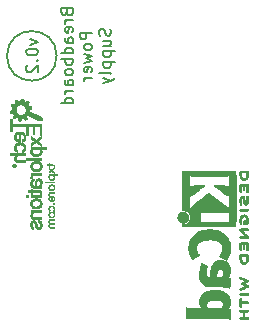
<source format=gbo>
%TF.GenerationSoftware,KiCad,Pcbnew,(5.99.0-12741-g2662433374)*%
%TF.CreationDate,2021-10-19T15:00:24+11:00*%
%TF.ProjectId,Breadboard Power Supply,42726561-6462-46f6-9172-6420506f7765,rev?*%
%TF.SameCoordinates,Original*%
%TF.FileFunction,Legend,Bot*%
%TF.FilePolarity,Positive*%
%FSLAX46Y46*%
G04 Gerber Fmt 4.6, Leading zero omitted, Abs format (unit mm)*
G04 Created by KiCad (PCBNEW (5.99.0-12741-g2662433374)) date 2021-10-19 15:00:24*
%MOMM*%
%LPD*%
G01*
G04 APERTURE LIST*
%ADD10C,0.150000*%
%ADD11C,0.010000*%
G04 APERTURE END LIST*
D10*
X99568001Y-85344000D02*
G75*
G03*
X99568001Y-85344000I-2102790J0D01*
G01*
X100426571Y-81653523D02*
X100474190Y-81796380D01*
X100521809Y-81844000D01*
X100617047Y-81891619D01*
X100759904Y-81891619D01*
X100855142Y-81844000D01*
X100902761Y-81796380D01*
X100950380Y-81701142D01*
X100950380Y-81320190D01*
X99950380Y-81320190D01*
X99950380Y-81653523D01*
X99998000Y-81748761D01*
X100045619Y-81796380D01*
X100140857Y-81844000D01*
X100236095Y-81844000D01*
X100331333Y-81796380D01*
X100378952Y-81748761D01*
X100426571Y-81653523D01*
X100426571Y-81320190D01*
X100950380Y-82320190D02*
X100283714Y-82320190D01*
X100474190Y-82320190D02*
X100378952Y-82367809D01*
X100331333Y-82415428D01*
X100283714Y-82510666D01*
X100283714Y-82605904D01*
X100902761Y-83320190D02*
X100950380Y-83224952D01*
X100950380Y-83034476D01*
X100902761Y-82939238D01*
X100807523Y-82891619D01*
X100426571Y-82891619D01*
X100331333Y-82939238D01*
X100283714Y-83034476D01*
X100283714Y-83224952D01*
X100331333Y-83320190D01*
X100426571Y-83367809D01*
X100521809Y-83367809D01*
X100617047Y-82891619D01*
X100950380Y-84224952D02*
X100426571Y-84224952D01*
X100331333Y-84177333D01*
X100283714Y-84082095D01*
X100283714Y-83891619D01*
X100331333Y-83796380D01*
X100902761Y-84224952D02*
X100950380Y-84129714D01*
X100950380Y-83891619D01*
X100902761Y-83796380D01*
X100807523Y-83748761D01*
X100712285Y-83748761D01*
X100617047Y-83796380D01*
X100569428Y-83891619D01*
X100569428Y-84129714D01*
X100521809Y-84224952D01*
X100950380Y-85129714D02*
X99950380Y-85129714D01*
X100902761Y-85129714D02*
X100950380Y-85034476D01*
X100950380Y-84844000D01*
X100902761Y-84748761D01*
X100855142Y-84701142D01*
X100759904Y-84653523D01*
X100474190Y-84653523D01*
X100378952Y-84701142D01*
X100331333Y-84748761D01*
X100283714Y-84844000D01*
X100283714Y-85034476D01*
X100331333Y-85129714D01*
X100950380Y-85605904D02*
X99950380Y-85605904D01*
X100331333Y-85605904D02*
X100283714Y-85701142D01*
X100283714Y-85891619D01*
X100331333Y-85986857D01*
X100378952Y-86034476D01*
X100474190Y-86082095D01*
X100759904Y-86082095D01*
X100855142Y-86034476D01*
X100902761Y-85986857D01*
X100950380Y-85891619D01*
X100950380Y-85701142D01*
X100902761Y-85605904D01*
X100950380Y-86653523D02*
X100902761Y-86558285D01*
X100855142Y-86510666D01*
X100759904Y-86463047D01*
X100474190Y-86463047D01*
X100378952Y-86510666D01*
X100331333Y-86558285D01*
X100283714Y-86653523D01*
X100283714Y-86796380D01*
X100331333Y-86891619D01*
X100378952Y-86939238D01*
X100474190Y-86986857D01*
X100759904Y-86986857D01*
X100855142Y-86939238D01*
X100902761Y-86891619D01*
X100950380Y-86796380D01*
X100950380Y-86653523D01*
X100950380Y-87844000D02*
X100426571Y-87844000D01*
X100331333Y-87796380D01*
X100283714Y-87701142D01*
X100283714Y-87510666D01*
X100331333Y-87415428D01*
X100902761Y-87844000D02*
X100950380Y-87748761D01*
X100950380Y-87510666D01*
X100902761Y-87415428D01*
X100807523Y-87367809D01*
X100712285Y-87367809D01*
X100617047Y-87415428D01*
X100569428Y-87510666D01*
X100569428Y-87748761D01*
X100521809Y-87844000D01*
X100950380Y-88320190D02*
X100283714Y-88320190D01*
X100474190Y-88320190D02*
X100378952Y-88367809D01*
X100331333Y-88415428D01*
X100283714Y-88510666D01*
X100283714Y-88605904D01*
X100950380Y-89367809D02*
X99950380Y-89367809D01*
X100902761Y-89367809D02*
X100950380Y-89272571D01*
X100950380Y-89082095D01*
X100902761Y-88986857D01*
X100855142Y-88939238D01*
X100759904Y-88891619D01*
X100474190Y-88891619D01*
X100378952Y-88939238D01*
X100331333Y-88986857D01*
X100283714Y-89082095D01*
X100283714Y-89272571D01*
X100331333Y-89367809D01*
X102560380Y-83367809D02*
X101560380Y-83367809D01*
X101560380Y-83748761D01*
X101608000Y-83844000D01*
X101655619Y-83891619D01*
X101750857Y-83939238D01*
X101893714Y-83939238D01*
X101988952Y-83891619D01*
X102036571Y-83844000D01*
X102084190Y-83748761D01*
X102084190Y-83367809D01*
X102560380Y-84510666D02*
X102512761Y-84415428D01*
X102465142Y-84367809D01*
X102369904Y-84320190D01*
X102084190Y-84320190D01*
X101988952Y-84367809D01*
X101941333Y-84415428D01*
X101893714Y-84510666D01*
X101893714Y-84653523D01*
X101941333Y-84748761D01*
X101988952Y-84796380D01*
X102084190Y-84844000D01*
X102369904Y-84844000D01*
X102465142Y-84796380D01*
X102512761Y-84748761D01*
X102560380Y-84653523D01*
X102560380Y-84510666D01*
X101893714Y-85177333D02*
X102560380Y-85367809D01*
X102084190Y-85558285D01*
X102560380Y-85748761D01*
X101893714Y-85939238D01*
X102512761Y-86701142D02*
X102560380Y-86605904D01*
X102560380Y-86415428D01*
X102512761Y-86320190D01*
X102417523Y-86272571D01*
X102036571Y-86272571D01*
X101941333Y-86320190D01*
X101893714Y-86415428D01*
X101893714Y-86605904D01*
X101941333Y-86701142D01*
X102036571Y-86748761D01*
X102131809Y-86748761D01*
X102227047Y-86272571D01*
X102560380Y-87177333D02*
X101893714Y-87177333D01*
X102084190Y-87177333D02*
X101988952Y-87224952D01*
X101941333Y-87272571D01*
X101893714Y-87367809D01*
X101893714Y-87463047D01*
X104122761Y-83058285D02*
X104170380Y-83201142D01*
X104170380Y-83439238D01*
X104122761Y-83534476D01*
X104075142Y-83582095D01*
X103979904Y-83629714D01*
X103884666Y-83629714D01*
X103789428Y-83582095D01*
X103741809Y-83534476D01*
X103694190Y-83439238D01*
X103646571Y-83248761D01*
X103598952Y-83153523D01*
X103551333Y-83105904D01*
X103456095Y-83058285D01*
X103360857Y-83058285D01*
X103265619Y-83105904D01*
X103218000Y-83153523D01*
X103170380Y-83248761D01*
X103170380Y-83486857D01*
X103218000Y-83629714D01*
X103503714Y-84486857D02*
X104170380Y-84486857D01*
X103503714Y-84058285D02*
X104027523Y-84058285D01*
X104122761Y-84105904D01*
X104170380Y-84201142D01*
X104170380Y-84344000D01*
X104122761Y-84439238D01*
X104075142Y-84486857D01*
X103503714Y-84963047D02*
X104503714Y-84963047D01*
X103551333Y-84963047D02*
X103503714Y-85058285D01*
X103503714Y-85248761D01*
X103551333Y-85344000D01*
X103598952Y-85391619D01*
X103694190Y-85439238D01*
X103979904Y-85439238D01*
X104075142Y-85391619D01*
X104122761Y-85344000D01*
X104170380Y-85248761D01*
X104170380Y-85058285D01*
X104122761Y-84963047D01*
X103503714Y-85867809D02*
X104503714Y-85867809D01*
X103551333Y-85867809D02*
X103503714Y-85963047D01*
X103503714Y-86153523D01*
X103551333Y-86248761D01*
X103598952Y-86296380D01*
X103694190Y-86344000D01*
X103979904Y-86344000D01*
X104075142Y-86296380D01*
X104122761Y-86248761D01*
X104170380Y-86153523D01*
X104170380Y-85963047D01*
X104122761Y-85867809D01*
X104170380Y-86915428D02*
X104122761Y-86820190D01*
X104027523Y-86772571D01*
X103170380Y-86772571D01*
X103503714Y-87201142D02*
X104170380Y-87439238D01*
X103503714Y-87677333D02*
X104170380Y-87439238D01*
X104408476Y-87344000D01*
X104456095Y-87296380D01*
X104503714Y-87201142D01*
X97321714Y-83915428D02*
X97988380Y-84153523D01*
X97321714Y-84391619D01*
X96988380Y-84963047D02*
X96988380Y-85058285D01*
X97036000Y-85153523D01*
X97083619Y-85201142D01*
X97178857Y-85248761D01*
X97369333Y-85296380D01*
X97607428Y-85296380D01*
X97797904Y-85248761D01*
X97893142Y-85201142D01*
X97940761Y-85153523D01*
X97988380Y-85058285D01*
X97988380Y-84963047D01*
X97940761Y-84867809D01*
X97893142Y-84820190D01*
X97797904Y-84772571D01*
X97607428Y-84724952D01*
X97369333Y-84724952D01*
X97178857Y-84772571D01*
X97083619Y-84820190D01*
X97036000Y-84867809D01*
X96988380Y-84963047D01*
X97893142Y-85724952D02*
X97940761Y-85772571D01*
X97988380Y-85724952D01*
X97940761Y-85677333D01*
X97893142Y-85724952D01*
X97988380Y-85724952D01*
X97083619Y-86153523D02*
X97036000Y-86201142D01*
X96988380Y-86296380D01*
X96988380Y-86534476D01*
X97036000Y-86629714D01*
X97083619Y-86677333D01*
X97178857Y-86724952D01*
X97274095Y-86724952D01*
X97416952Y-86677333D01*
X97988380Y-86105904D01*
X97988380Y-86724952D01*
D11*
%TO.C,G\u002A\u002A\u002A*%
X98872781Y-97092286D02*
X98873028Y-97092951D01*
X98873028Y-97092951D02*
X98886974Y-97105650D01*
X98886974Y-97105650D02*
X98903607Y-97109280D01*
X98903607Y-97109280D02*
X98921502Y-97105404D01*
X98921502Y-97105404D02*
X98927614Y-97089792D01*
X98927614Y-97089792D02*
X98927920Y-97080952D01*
X98927920Y-97080952D02*
X98935744Y-97041301D01*
X98935744Y-97041301D02*
X98956055Y-96999640D01*
X98956055Y-96999640D02*
X98984105Y-96963928D01*
X98984105Y-96963928D02*
X99009041Y-96944931D01*
X99009041Y-96944931D02*
X99025804Y-96937676D01*
X99025804Y-96937676D02*
X99046287Y-96932549D01*
X99046287Y-96932549D02*
X99074122Y-96929207D01*
X99074122Y-96929207D02*
X99112942Y-96927305D01*
X99112942Y-96927305D02*
X99166380Y-96926500D01*
X99166380Y-96926500D02*
X99204621Y-96926400D01*
X99204621Y-96926400D02*
X99364800Y-96926400D01*
X99364800Y-96926400D02*
X99364800Y-96865440D01*
X99364800Y-96865440D02*
X99164140Y-96865328D01*
X99164140Y-96865328D02*
X99099614Y-96864977D01*
X99099614Y-96864977D02*
X99039659Y-96864067D01*
X99039659Y-96864067D02*
X98988161Y-96862703D01*
X98988161Y-96862703D02*
X98949004Y-96860989D01*
X98949004Y-96860989D02*
X98926074Y-96859028D01*
X98926074Y-96859028D02*
X98925380Y-96858918D01*
X98925380Y-96858918D02*
X98900585Y-96855835D01*
X98900585Y-96855835D02*
X98889869Y-96860395D01*
X98889869Y-96860395D02*
X98887330Y-96876550D01*
X98887330Y-96876550D02*
X98887280Y-96884430D01*
X98887280Y-96884430D02*
X98889137Y-96905783D01*
X98889137Y-96905783D02*
X98898832Y-96914541D01*
X98898832Y-96914541D02*
X98922553Y-96916239D01*
X98922553Y-96916239D02*
X98922840Y-96916240D01*
X98922840Y-96916240D02*
X98946360Y-96917262D01*
X98946360Y-96917262D02*
X98958098Y-96919775D01*
X98958098Y-96919775D02*
X98958400Y-96920304D01*
X98958400Y-96920304D02*
X98951865Y-96929206D01*
X98951865Y-96929206D02*
X98935241Y-96947295D01*
X98935241Y-96947295D02*
X98923750Y-96959017D01*
X98923750Y-96959017D02*
X98899414Y-96990607D01*
X98899414Y-96990607D02*
X98881092Y-97027877D01*
X98881092Y-97027877D02*
X98871357Y-97064034D01*
X98871357Y-97064034D02*
X98872781Y-97092286D01*
X98872781Y-97092286D02*
X98872781Y-97092286D01*
G36*
X98925380Y-96858918D02*
G01*
X98926074Y-96859028D01*
X98949004Y-96860989D01*
X98988161Y-96862703D01*
X99039659Y-96864067D01*
X99099614Y-96864977D01*
X99164140Y-96865328D01*
X99364800Y-96865440D01*
X99364800Y-96926400D01*
X99204621Y-96926400D01*
X99166380Y-96926500D01*
X99112942Y-96927305D01*
X99074122Y-96929207D01*
X99046287Y-96932549D01*
X99025804Y-96937676D01*
X99009041Y-96944931D01*
X98984105Y-96963928D01*
X98956055Y-96999640D01*
X98935744Y-97041301D01*
X98927920Y-97080952D01*
X98927614Y-97089792D01*
X98921502Y-97105404D01*
X98903607Y-97109280D01*
X98886974Y-97105650D01*
X98873028Y-97092951D01*
X98872781Y-97092286D01*
X98871357Y-97064034D01*
X98881092Y-97027877D01*
X98899414Y-96990607D01*
X98923750Y-96959017D01*
X98935241Y-96947295D01*
X98951865Y-96929206D01*
X98958400Y-96920304D01*
X98958098Y-96919775D01*
X98946360Y-96917262D01*
X98922840Y-96916240D01*
X98922553Y-96916239D01*
X98898832Y-96914541D01*
X98889137Y-96905783D01*
X98887280Y-96884430D01*
X98887330Y-96876550D01*
X98889869Y-96860395D01*
X98900585Y-96855835D01*
X98925380Y-96858918D01*
G37*
X98925380Y-96858918D02*
X98926074Y-96859028D01*
X98949004Y-96860989D01*
X98988161Y-96862703D01*
X99039659Y-96864067D01*
X99099614Y-96864977D01*
X99164140Y-96865328D01*
X99364800Y-96865440D01*
X99364800Y-96926400D01*
X99204621Y-96926400D01*
X99166380Y-96926500D01*
X99112942Y-96927305D01*
X99074122Y-96929207D01*
X99046287Y-96932549D01*
X99025804Y-96937676D01*
X99009041Y-96944931D01*
X98984105Y-96963928D01*
X98956055Y-96999640D01*
X98935744Y-97041301D01*
X98927920Y-97080952D01*
X98927614Y-97089792D01*
X98921502Y-97105404D01*
X98903607Y-97109280D01*
X98886974Y-97105650D01*
X98873028Y-97092951D01*
X98872781Y-97092286D01*
X98871357Y-97064034D01*
X98881092Y-97027877D01*
X98899414Y-96990607D01*
X98923750Y-96959017D01*
X98935241Y-96947295D01*
X98951865Y-96929206D01*
X98958400Y-96920304D01*
X98958098Y-96919775D01*
X98946360Y-96917262D01*
X98922840Y-96916240D01*
X98922553Y-96916239D01*
X98898832Y-96914541D01*
X98889137Y-96905783D01*
X98887280Y-96884430D01*
X98887330Y-96876550D01*
X98889869Y-96860395D01*
X98900585Y-96855835D01*
X98925380Y-96858918D01*
X97342063Y-99719221D02*
X97361235Y-99804051D01*
X97361235Y-99804051D02*
X97389959Y-99871522D01*
X97389959Y-99871522D02*
X97428796Y-99922494D01*
X97428796Y-99922494D02*
X97478305Y-99957830D01*
X97478305Y-99957830D02*
X97504295Y-99968887D01*
X97504295Y-99968887D02*
X97542694Y-99981542D01*
X97542694Y-99981542D02*
X97566840Y-99984854D01*
X97566840Y-99984854D02*
X97580036Y-99976197D01*
X97580036Y-99976197D02*
X97585585Y-99952944D01*
X97585585Y-99952944D02*
X97586789Y-99912469D01*
X97586789Y-99912469D02*
X97586800Y-99903280D01*
X97586800Y-99903280D02*
X97586344Y-99862708D01*
X97586344Y-99862708D02*
X97584328Y-99838385D01*
X97584328Y-99838385D02*
X97579773Y-99826250D01*
X97579773Y-99826250D02*
X97571703Y-99822239D01*
X97571703Y-99822239D02*
X97567259Y-99822000D01*
X97567259Y-99822000D02*
X97540977Y-99813465D01*
X97540977Y-99813465D02*
X97512993Y-99791568D01*
X97512993Y-99791568D02*
X97489013Y-99761870D01*
X97489013Y-99761870D02*
X97475393Y-99732446D01*
X97475393Y-99732446D02*
X97470004Y-99702488D01*
X97470004Y-99702488D02*
X97466306Y-99661672D01*
X97466306Y-99661672D02*
X97465159Y-99623880D01*
X97465159Y-99623880D02*
X97471080Y-99556677D01*
X97471080Y-99556677D02*
X97487882Y-99502863D01*
X97487882Y-99502863D02*
X97514643Y-99463909D01*
X97514643Y-99463909D02*
X97550439Y-99441286D01*
X97550439Y-99441286D02*
X97583149Y-99435920D01*
X97583149Y-99435920D02*
X97609862Y-99437709D01*
X97609862Y-99437709D02*
X97631587Y-99444649D01*
X97631587Y-99444649D02*
X97649786Y-99459094D01*
X97649786Y-99459094D02*
X97665922Y-99483401D01*
X97665922Y-99483401D02*
X97681456Y-99519925D01*
X97681456Y-99519925D02*
X97697851Y-99571022D01*
X97697851Y-99571022D02*
X97716568Y-99639049D01*
X97716568Y-99639049D02*
X97721924Y-99659523D01*
X97721924Y-99659523D02*
X97743909Y-99741232D01*
X97743909Y-99741232D02*
X97763231Y-99805832D01*
X97763231Y-99805832D02*
X97781045Y-99856173D01*
X97781045Y-99856173D02*
X97798502Y-99895102D01*
X97798502Y-99895102D02*
X97816758Y-99925470D01*
X97816758Y-99925470D02*
X97836965Y-99950126D01*
X97836965Y-99950126D02*
X97841430Y-99954710D01*
X97841430Y-99954710D02*
X97886626Y-99989118D01*
X97886626Y-99989118D02*
X97939841Y-100008430D01*
X97939841Y-100008430D02*
X98004396Y-100013656D01*
X98004396Y-100013656D02*
X98030895Y-100012295D01*
X98030895Y-100012295D02*
X98102443Y-99997089D01*
X98102443Y-99997089D02*
X98164873Y-99964106D01*
X98164873Y-99964106D02*
X98217042Y-99914258D01*
X98217042Y-99914258D02*
X98257809Y-99848459D01*
X98257809Y-99848459D02*
X98269107Y-99822000D01*
X98269107Y-99822000D02*
X98280419Y-99780206D01*
X98280419Y-99780206D02*
X98288844Y-99724872D01*
X98288844Y-99724872D02*
X98293983Y-99662623D01*
X98293983Y-99662623D02*
X98295438Y-99600086D01*
X98295438Y-99600086D02*
X98292810Y-99543885D01*
X98292810Y-99543885D02*
X98287898Y-99509780D01*
X98287898Y-99509780D02*
X98262378Y-99429542D01*
X98262378Y-99429542D02*
X98223198Y-99363030D01*
X98223198Y-99363030D02*
X98171395Y-99311321D01*
X98171395Y-99311321D02*
X98108002Y-99275493D01*
X98108002Y-99275493D02*
X98046540Y-99258456D01*
X98046540Y-99258456D02*
X98003360Y-99251253D01*
X98003360Y-99251253D02*
X98003360Y-99333426D01*
X98003360Y-99333426D02*
X98003687Y-99374048D01*
X98003687Y-99374048D02*
X98005435Y-99398463D01*
X98005435Y-99398463D02*
X98009757Y-99410781D01*
X98009757Y-99410781D02*
X98017805Y-99415115D01*
X98017805Y-99415115D02*
X98026378Y-99415600D01*
X98026378Y-99415600D02*
X98069826Y-99425218D01*
X98069826Y-99425218D02*
X98108175Y-99452373D01*
X98108175Y-99452373D02*
X98139397Y-99494516D01*
X98139397Y-99494516D02*
X98161465Y-99549096D01*
X98161465Y-99549096D02*
X98170857Y-99597253D01*
X98170857Y-99597253D02*
X98172640Y-99673497D01*
X98172640Y-99673497D02*
X98159656Y-99739728D01*
X98159656Y-99739728D02*
X98132452Y-99793817D01*
X98132452Y-99793817D02*
X98115093Y-99814257D01*
X98115093Y-99814257D02*
X98089557Y-99837383D01*
X98089557Y-99837383D02*
X98067456Y-99848725D01*
X98067456Y-99848725D02*
X98039467Y-99852311D01*
X98039467Y-99852311D02*
X98026646Y-99852480D01*
X98026646Y-99852480D02*
X97999971Y-99851468D01*
X97999971Y-99851468D02*
X97978295Y-99846948D01*
X97978295Y-99846948D02*
X97960245Y-99836693D01*
X97960245Y-99836693D02*
X97944447Y-99818478D01*
X97944447Y-99818478D02*
X97929524Y-99790075D01*
X97929524Y-99790075D02*
X97914103Y-99749258D01*
X97914103Y-99749258D02*
X97896809Y-99693800D01*
X97896809Y-99693800D02*
X97876267Y-99621475D01*
X97876267Y-99621475D02*
X97869967Y-99598696D01*
X97869967Y-99598696D02*
X97844174Y-99509416D01*
X97844174Y-99509416D02*
X97820298Y-99438178D01*
X97820298Y-99438178D02*
X97796721Y-99383015D01*
X97796721Y-99383015D02*
X97771825Y-99341956D01*
X97771825Y-99341956D02*
X97743991Y-99313036D01*
X97743991Y-99313036D02*
X97711602Y-99294285D01*
X97711602Y-99294285D02*
X97673040Y-99283735D01*
X97673040Y-99283735D02*
X97626685Y-99279419D01*
X97626685Y-99279419D02*
X97607120Y-99279007D01*
X97607120Y-99279007D02*
X97563712Y-99279850D01*
X97563712Y-99279850D02*
X97532611Y-99284313D01*
X97532611Y-99284313D02*
X97505891Y-99294130D01*
X97505891Y-99294130D02*
X97484249Y-99305876D01*
X97484249Y-99305876D02*
X97428738Y-99349994D01*
X97428738Y-99349994D02*
X97385361Y-99408837D01*
X97385361Y-99408837D02*
X97354834Y-99480322D01*
X97354834Y-99480322D02*
X97337875Y-99562366D01*
X97337875Y-99562366D02*
X97335201Y-99652885D01*
X97335201Y-99652885D02*
X97342063Y-99719221D01*
X97342063Y-99719221D02*
X97342063Y-99719221D01*
G36*
X98046540Y-99258456D02*
G01*
X98108002Y-99275493D01*
X98171395Y-99311321D01*
X98223198Y-99363030D01*
X98262378Y-99429542D01*
X98287898Y-99509780D01*
X98292810Y-99543885D01*
X98295438Y-99600086D01*
X98293983Y-99662623D01*
X98288844Y-99724872D01*
X98280419Y-99780206D01*
X98269107Y-99822000D01*
X98257809Y-99848459D01*
X98217042Y-99914258D01*
X98164873Y-99964106D01*
X98102443Y-99997089D01*
X98030895Y-100012295D01*
X98004396Y-100013656D01*
X97939841Y-100008430D01*
X97886626Y-99989118D01*
X97841430Y-99954710D01*
X97836965Y-99950126D01*
X97816758Y-99925470D01*
X97798502Y-99895102D01*
X97781045Y-99856173D01*
X97763231Y-99805832D01*
X97743909Y-99741232D01*
X97721924Y-99659523D01*
X97716568Y-99639049D01*
X97697851Y-99571022D01*
X97681456Y-99519925D01*
X97665922Y-99483401D01*
X97649786Y-99459094D01*
X97631587Y-99444649D01*
X97609862Y-99437709D01*
X97583149Y-99435920D01*
X97550439Y-99441286D01*
X97514643Y-99463909D01*
X97487882Y-99502863D01*
X97471080Y-99556677D01*
X97465159Y-99623880D01*
X97466306Y-99661672D01*
X97470004Y-99702488D01*
X97475393Y-99732446D01*
X97489013Y-99761870D01*
X97512993Y-99791568D01*
X97540977Y-99813465D01*
X97567259Y-99822000D01*
X97571703Y-99822239D01*
X97579773Y-99826250D01*
X97584328Y-99838385D01*
X97586344Y-99862708D01*
X97586800Y-99903280D01*
X97586789Y-99912469D01*
X97585585Y-99952944D01*
X97580036Y-99976197D01*
X97566840Y-99984854D01*
X97542694Y-99981542D01*
X97504295Y-99968887D01*
X97478305Y-99957830D01*
X97428796Y-99922494D01*
X97389959Y-99871522D01*
X97361235Y-99804051D01*
X97342063Y-99719221D01*
X97335201Y-99652885D01*
X97337875Y-99562366D01*
X97354834Y-99480322D01*
X97385361Y-99408837D01*
X97428738Y-99349994D01*
X97484249Y-99305876D01*
X97505891Y-99294130D01*
X97532611Y-99284313D01*
X97563712Y-99279850D01*
X97607120Y-99279007D01*
X97626685Y-99279419D01*
X97673040Y-99283735D01*
X97711602Y-99294285D01*
X97743991Y-99313036D01*
X97771825Y-99341956D01*
X97796721Y-99383015D01*
X97820298Y-99438178D01*
X97844174Y-99509416D01*
X97869967Y-99598696D01*
X97876267Y-99621475D01*
X97896809Y-99693800D01*
X97914103Y-99749258D01*
X97929524Y-99790075D01*
X97944447Y-99818478D01*
X97960245Y-99836693D01*
X97978295Y-99846948D01*
X97999971Y-99851468D01*
X98026646Y-99852480D01*
X98039467Y-99852311D01*
X98067456Y-99848725D01*
X98089557Y-99837383D01*
X98115093Y-99814257D01*
X98132452Y-99793817D01*
X98159656Y-99739728D01*
X98172640Y-99673497D01*
X98170857Y-99597253D01*
X98161465Y-99549096D01*
X98139397Y-99494516D01*
X98108175Y-99452373D01*
X98069826Y-99425218D01*
X98026378Y-99415600D01*
X98017805Y-99415115D01*
X98009757Y-99410781D01*
X98005435Y-99398463D01*
X98003687Y-99374048D01*
X98003360Y-99333426D01*
X98003360Y-99251253D01*
X98046540Y-99258456D01*
G37*
X98046540Y-99258456D02*
X98108002Y-99275493D01*
X98171395Y-99311321D01*
X98223198Y-99363030D01*
X98262378Y-99429542D01*
X98287898Y-99509780D01*
X98292810Y-99543885D01*
X98295438Y-99600086D01*
X98293983Y-99662623D01*
X98288844Y-99724872D01*
X98280419Y-99780206D01*
X98269107Y-99822000D01*
X98257809Y-99848459D01*
X98217042Y-99914258D01*
X98164873Y-99964106D01*
X98102443Y-99997089D01*
X98030895Y-100012295D01*
X98004396Y-100013656D01*
X97939841Y-100008430D01*
X97886626Y-99989118D01*
X97841430Y-99954710D01*
X97836965Y-99950126D01*
X97816758Y-99925470D01*
X97798502Y-99895102D01*
X97781045Y-99856173D01*
X97763231Y-99805832D01*
X97743909Y-99741232D01*
X97721924Y-99659523D01*
X97716568Y-99639049D01*
X97697851Y-99571022D01*
X97681456Y-99519925D01*
X97665922Y-99483401D01*
X97649786Y-99459094D01*
X97631587Y-99444649D01*
X97609862Y-99437709D01*
X97583149Y-99435920D01*
X97550439Y-99441286D01*
X97514643Y-99463909D01*
X97487882Y-99502863D01*
X97471080Y-99556677D01*
X97465159Y-99623880D01*
X97466306Y-99661672D01*
X97470004Y-99702488D01*
X97475393Y-99732446D01*
X97489013Y-99761870D01*
X97512993Y-99791568D01*
X97540977Y-99813465D01*
X97567259Y-99822000D01*
X97571703Y-99822239D01*
X97579773Y-99826250D01*
X97584328Y-99838385D01*
X97586344Y-99862708D01*
X97586800Y-99903280D01*
X97586789Y-99912469D01*
X97585585Y-99952944D01*
X97580036Y-99976197D01*
X97566840Y-99984854D01*
X97542694Y-99981542D01*
X97504295Y-99968887D01*
X97478305Y-99957830D01*
X97428796Y-99922494D01*
X97389959Y-99871522D01*
X97361235Y-99804051D01*
X97342063Y-99719221D01*
X97335201Y-99652885D01*
X97337875Y-99562366D01*
X97354834Y-99480322D01*
X97385361Y-99408837D01*
X97428738Y-99349994D01*
X97484249Y-99305876D01*
X97505891Y-99294130D01*
X97532611Y-99284313D01*
X97563712Y-99279850D01*
X97607120Y-99279007D01*
X97626685Y-99279419D01*
X97673040Y-99283735D01*
X97711602Y-99294285D01*
X97743991Y-99313036D01*
X97771825Y-99341956D01*
X97796721Y-99383015D01*
X97820298Y-99438178D01*
X97844174Y-99509416D01*
X97869967Y-99598696D01*
X97876267Y-99621475D01*
X97896809Y-99693800D01*
X97914103Y-99749258D01*
X97929524Y-99790075D01*
X97944447Y-99818478D01*
X97960245Y-99836693D01*
X97978295Y-99846948D01*
X97999971Y-99851468D01*
X98026646Y-99852480D01*
X98039467Y-99852311D01*
X98067456Y-99848725D01*
X98089557Y-99837383D01*
X98115093Y-99814257D01*
X98132452Y-99793817D01*
X98159656Y-99739728D01*
X98172640Y-99673497D01*
X98170857Y-99597253D01*
X98161465Y-99549096D01*
X98139397Y-99494516D01*
X98108175Y-99452373D01*
X98069826Y-99425218D01*
X98026378Y-99415600D01*
X98017805Y-99415115D01*
X98009757Y-99410781D01*
X98005435Y-99398463D01*
X98003687Y-99374048D01*
X98003360Y-99333426D01*
X98003360Y-99251253D01*
X98046540Y-99258456D01*
X97346398Y-98930879D02*
X97371734Y-98996387D01*
X97371734Y-98996387D02*
X97401562Y-99040107D01*
X97401562Y-99040107D02*
X97423901Y-99064387D01*
X97423901Y-99064387D02*
X97446947Y-99084481D01*
X97446947Y-99084481D02*
X97472801Y-99100780D01*
X97472801Y-99100780D02*
X97503564Y-99113671D01*
X97503564Y-99113671D02*
X97541335Y-99123545D01*
X97541335Y-99123545D02*
X97588216Y-99130788D01*
X97588216Y-99130788D02*
X97646305Y-99135791D01*
X97646305Y-99135791D02*
X97717704Y-99138943D01*
X97717704Y-99138943D02*
X97804512Y-99140631D01*
X97804512Y-99140631D02*
X97908831Y-99141246D01*
X97908831Y-99141246D02*
X97947980Y-99141280D01*
X97947980Y-99141280D02*
X98277680Y-99141280D01*
X98277680Y-99141280D02*
X98277680Y-98978720D01*
X98277680Y-98978720D02*
X97951979Y-98978720D01*
X97951979Y-98978720D02*
X97852755Y-98978348D01*
X97852755Y-98978348D02*
X97766266Y-98977265D01*
X97766266Y-98977265D02*
X97694100Y-98975519D01*
X97694100Y-98975519D02*
X97637845Y-98973156D01*
X97637845Y-98973156D02*
X97599088Y-98970226D01*
X97599088Y-98970226D02*
X97582121Y-98967601D01*
X97582121Y-98967601D02*
X97532778Y-98946420D01*
X97532778Y-98946420D02*
X97497459Y-98912826D01*
X97497459Y-98912826D02*
X97476251Y-98869196D01*
X97476251Y-98869196D02*
X97469241Y-98817903D01*
X97469241Y-98817903D02*
X97476516Y-98761323D01*
X97476516Y-98761323D02*
X97498163Y-98701832D01*
X97498163Y-98701832D02*
X97534269Y-98641804D01*
X97534269Y-98641804D02*
X97568639Y-98600260D01*
X97568639Y-98600260D02*
X97613620Y-98552000D01*
X97613620Y-98552000D02*
X98277680Y-98552000D01*
X98277680Y-98552000D02*
X98277680Y-98389440D01*
X98277680Y-98389440D02*
X97363280Y-98389440D01*
X97363280Y-98389440D02*
X97363280Y-98552000D01*
X97363280Y-98552000D02*
X97414080Y-98552000D01*
X97414080Y-98552000D02*
X97443062Y-98553509D01*
X97443062Y-98553509D02*
X97461455Y-98557368D01*
X97461455Y-98557368D02*
X97464880Y-98560388D01*
X97464880Y-98560388D02*
X97458087Y-98572258D01*
X97458087Y-98572258D02*
X97441420Y-98590429D01*
X97441420Y-98590429D02*
X97438264Y-98593408D01*
X97438264Y-98593408D02*
X97391844Y-98648924D01*
X97391844Y-98648924D02*
X97359119Y-98714419D01*
X97359119Y-98714419D02*
X97340418Y-98785904D01*
X97340418Y-98785904D02*
X97336068Y-98859388D01*
X97336068Y-98859388D02*
X97346398Y-98930879D01*
X97346398Y-98930879D02*
X97346398Y-98930879D01*
G36*
X98277680Y-98552000D02*
G01*
X97613620Y-98552000D01*
X97568639Y-98600260D01*
X97534269Y-98641804D01*
X97498163Y-98701832D01*
X97476516Y-98761323D01*
X97469241Y-98817903D01*
X97476251Y-98869196D01*
X97497459Y-98912826D01*
X97532778Y-98946420D01*
X97582121Y-98967601D01*
X97599088Y-98970226D01*
X97637845Y-98973156D01*
X97694100Y-98975519D01*
X97766266Y-98977265D01*
X97852755Y-98978348D01*
X97951979Y-98978720D01*
X98277680Y-98978720D01*
X98277680Y-99141280D01*
X97947980Y-99141280D01*
X97908831Y-99141246D01*
X97804512Y-99140631D01*
X97717704Y-99138943D01*
X97646305Y-99135791D01*
X97588216Y-99130788D01*
X97541335Y-99123545D01*
X97503564Y-99113671D01*
X97472801Y-99100780D01*
X97446947Y-99084481D01*
X97423901Y-99064387D01*
X97401562Y-99040107D01*
X97371734Y-98996387D01*
X97346398Y-98930879D01*
X97336068Y-98859388D01*
X97340418Y-98785904D01*
X97359119Y-98714419D01*
X97391844Y-98648924D01*
X97438264Y-98593408D01*
X97441420Y-98590429D01*
X97458087Y-98572258D01*
X97464880Y-98560388D01*
X97461455Y-98557368D01*
X97443062Y-98553509D01*
X97414080Y-98552000D01*
X97363280Y-98552000D01*
X97363280Y-98389440D01*
X98277680Y-98389440D01*
X98277680Y-98552000D01*
G37*
X98277680Y-98552000D02*
X97613620Y-98552000D01*
X97568639Y-98600260D01*
X97534269Y-98641804D01*
X97498163Y-98701832D01*
X97476516Y-98761323D01*
X97469241Y-98817903D01*
X97476251Y-98869196D01*
X97497459Y-98912826D01*
X97532778Y-98946420D01*
X97582121Y-98967601D01*
X97599088Y-98970226D01*
X97637845Y-98973156D01*
X97694100Y-98975519D01*
X97766266Y-98977265D01*
X97852755Y-98978348D01*
X97951979Y-98978720D01*
X98277680Y-98978720D01*
X98277680Y-99141280D01*
X97947980Y-99141280D01*
X97908831Y-99141246D01*
X97804512Y-99140631D01*
X97717704Y-99138943D01*
X97646305Y-99135791D01*
X97588216Y-99130788D01*
X97541335Y-99123545D01*
X97503564Y-99113671D01*
X97472801Y-99100780D01*
X97446947Y-99084481D01*
X97423901Y-99064387D01*
X97401562Y-99040107D01*
X97371734Y-98996387D01*
X97346398Y-98930879D01*
X97336068Y-98859388D01*
X97340418Y-98785904D01*
X97359119Y-98714419D01*
X97391844Y-98648924D01*
X97438264Y-98593408D01*
X97441420Y-98590429D01*
X97458087Y-98572258D01*
X97464880Y-98560388D01*
X97461455Y-98557368D01*
X97443062Y-98553509D01*
X97414080Y-98552000D01*
X97363280Y-98552000D01*
X97363280Y-98389440D01*
X98277680Y-98389440D01*
X98277680Y-98552000D01*
X95822935Y-94656727D02*
X95841634Y-94702780D01*
X95841634Y-94702780D02*
X95874546Y-94739853D01*
X95874546Y-94739853D02*
X95917818Y-94763091D01*
X95917818Y-94763091D02*
X95967303Y-94770170D01*
X95967303Y-94770170D02*
X96012773Y-94760058D01*
X96012773Y-94760058D02*
X96051572Y-94735839D01*
X96051572Y-94735839D02*
X96081045Y-94700596D01*
X96081045Y-94700596D02*
X96098536Y-94657414D01*
X96098536Y-94657414D02*
X96101389Y-94609376D01*
X96101389Y-94609376D02*
X96089097Y-94564200D01*
X96089097Y-94564200D02*
X96060721Y-94520005D01*
X96060721Y-94520005D02*
X96021503Y-94492594D01*
X96021503Y-94492594D02*
X95978648Y-94482777D01*
X95978648Y-94482777D02*
X95978648Y-94515557D01*
X95978648Y-94515557D02*
X96017882Y-94528694D01*
X96017882Y-94528694D02*
X96048776Y-94555764D01*
X96048776Y-94555764D02*
X96053065Y-94562176D01*
X96053065Y-94562176D02*
X96071354Y-94606779D01*
X96071354Y-94606779D02*
X96069610Y-94648229D01*
X96069610Y-94648229D02*
X96047764Y-94687146D01*
X96047764Y-94687146D02*
X96038416Y-94697296D01*
X96038416Y-94697296D02*
X95998734Y-94724489D01*
X95998734Y-94724489D02*
X95954804Y-94732932D01*
X95954804Y-94732932D02*
X95910223Y-94721989D01*
X95910223Y-94721989D02*
X95907192Y-94720490D01*
X95907192Y-94720490D02*
X95874592Y-94693517D01*
X95874592Y-94693517D02*
X95854573Y-94655899D01*
X95854573Y-94655899D02*
X95848700Y-94613724D01*
X95848700Y-94613724D02*
X95858538Y-94573079D01*
X95858538Y-94573079D02*
X95866007Y-94560307D01*
X95866007Y-94560307D02*
X95897201Y-94531309D01*
X95897201Y-94531309D02*
X95936584Y-94516411D01*
X95936584Y-94516411D02*
X95978648Y-94515557D01*
X95978648Y-94515557D02*
X95978648Y-94482777D01*
X95978648Y-94482777D02*
X95969636Y-94480712D01*
X95969636Y-94480712D02*
X95968898Y-94480656D01*
X95968898Y-94480656D02*
X95915281Y-94484073D01*
X95915281Y-94484073D02*
X95873491Y-94503692D01*
X95873491Y-94503692D02*
X95842155Y-94540266D01*
X95842155Y-94540266D02*
X95834771Y-94554270D01*
X95834771Y-94554270D02*
X95820097Y-94605842D01*
X95820097Y-94605842D02*
X95822935Y-94656727D01*
X95822935Y-94656727D02*
X95822935Y-94656727D01*
G36*
X96060721Y-94520005D02*
G01*
X96089097Y-94564200D01*
X96101389Y-94609376D01*
X96098536Y-94657414D01*
X96081045Y-94700596D01*
X96051572Y-94735839D01*
X96012773Y-94760058D01*
X95967303Y-94770170D01*
X95917818Y-94763091D01*
X95874546Y-94739853D01*
X95841634Y-94702780D01*
X95822935Y-94656727D01*
X95820537Y-94613724D01*
X95848700Y-94613724D01*
X95854573Y-94655899D01*
X95874592Y-94693517D01*
X95907192Y-94720490D01*
X95910223Y-94721989D01*
X95954804Y-94732932D01*
X95998734Y-94724489D01*
X96038416Y-94697296D01*
X96047764Y-94687146D01*
X96069610Y-94648229D01*
X96071354Y-94606779D01*
X96053065Y-94562176D01*
X96048776Y-94555764D01*
X96017882Y-94528694D01*
X95978648Y-94515557D01*
X95936584Y-94516411D01*
X95897201Y-94531309D01*
X95866007Y-94560307D01*
X95858538Y-94573079D01*
X95848700Y-94613724D01*
X95820537Y-94613724D01*
X95820097Y-94605842D01*
X95834771Y-94554270D01*
X95842155Y-94540266D01*
X95873491Y-94503692D01*
X95915281Y-94484073D01*
X95968898Y-94480656D01*
X95969636Y-94480712D01*
X95978648Y-94482777D01*
X96021503Y-94492594D01*
X96060721Y-94520005D01*
G37*
X96060721Y-94520005D02*
X96089097Y-94564200D01*
X96101389Y-94609376D01*
X96098536Y-94657414D01*
X96081045Y-94700596D01*
X96051572Y-94735839D01*
X96012773Y-94760058D01*
X95967303Y-94770170D01*
X95917818Y-94763091D01*
X95874546Y-94739853D01*
X95841634Y-94702780D01*
X95822935Y-94656727D01*
X95820537Y-94613724D01*
X95848700Y-94613724D01*
X95854573Y-94655899D01*
X95874592Y-94693517D01*
X95907192Y-94720490D01*
X95910223Y-94721989D01*
X95954804Y-94732932D01*
X95998734Y-94724489D01*
X96038416Y-94697296D01*
X96047764Y-94687146D01*
X96069610Y-94648229D01*
X96071354Y-94606779D01*
X96053065Y-94562176D01*
X96048776Y-94555764D01*
X96017882Y-94528694D01*
X95978648Y-94515557D01*
X95936584Y-94516411D01*
X95897201Y-94531309D01*
X95866007Y-94560307D01*
X95858538Y-94573079D01*
X95848700Y-94613724D01*
X95820537Y-94613724D01*
X95820097Y-94605842D01*
X95834771Y-94554270D01*
X95842155Y-94540266D01*
X95873491Y-94503692D01*
X95915281Y-94484073D01*
X95968898Y-94480656D01*
X95969636Y-94480712D01*
X95978648Y-94482777D01*
X96021503Y-94492594D01*
X96060721Y-94520005D01*
X97340736Y-93524729D02*
X97346665Y-93564815D01*
X97346665Y-93564815D02*
X97357904Y-93599738D01*
X97357904Y-93599738D02*
X97361605Y-93608350D01*
X97361605Y-93608350D02*
X97404981Y-93682030D01*
X97404981Y-93682030D02*
X97462872Y-93741659D01*
X97462872Y-93741659D02*
X97535345Y-93787271D01*
X97535345Y-93787271D02*
X97622467Y-93818901D01*
X97622467Y-93818901D02*
X97724303Y-93836583D01*
X97724303Y-93836583D02*
X97815400Y-93840712D01*
X97815400Y-93840712D02*
X97871809Y-93839701D01*
X97871809Y-93839701D02*
X97915306Y-93836282D01*
X97915306Y-93836282D02*
X97953255Y-93829412D01*
X97953255Y-93829412D02*
X97993017Y-93818048D01*
X97993017Y-93818048D02*
X98006088Y-93813713D01*
X98006088Y-93813713D02*
X98092051Y-93778351D01*
X98092051Y-93778351D02*
X98160961Y-93735501D01*
X98160961Y-93735501D02*
X98215339Y-93683143D01*
X98215339Y-93683143D02*
X98257702Y-93619256D01*
X98257702Y-93619256D02*
X98264047Y-93606784D01*
X98264047Y-93606784D02*
X98287528Y-93538225D01*
X98287528Y-93538225D02*
X98296574Y-93462379D01*
X98296574Y-93462379D02*
X98291548Y-93384998D01*
X98291548Y-93384998D02*
X98272817Y-93311836D01*
X98272817Y-93311836D02*
X98241350Y-93249529D01*
X98241350Y-93249529D02*
X98226184Y-93225546D01*
X98226184Y-93225546D02*
X98217510Y-93208601D01*
X98217510Y-93208601D02*
X98216720Y-93205481D01*
X98216720Y-93205481D02*
X98226378Y-93203137D01*
X98226378Y-93203137D02*
X98253353Y-93201076D01*
X98253353Y-93201076D02*
X98294638Y-93199408D01*
X98294638Y-93199408D02*
X98347230Y-93198247D01*
X98347230Y-93198247D02*
X98408126Y-93197705D01*
X98408126Y-93197705D02*
X98425000Y-93197680D01*
X98425000Y-93197680D02*
X98633280Y-93197680D01*
X98633280Y-93197680D02*
X98633280Y-93045280D01*
X98633280Y-93045280D02*
X97619477Y-93045280D01*
X97619477Y-93045280D02*
X97619477Y-93197680D01*
X97619477Y-93197680D02*
X98062612Y-93197680D01*
X98062612Y-93197680D02*
X98092476Y-93235780D01*
X98092476Y-93235780D02*
X98139684Y-93308006D01*
X98139684Y-93308006D02*
X98166719Y-93378597D01*
X98166719Y-93378597D02*
X98173643Y-93447787D01*
X98173643Y-93447787D02*
X98163623Y-93506137D01*
X98163623Y-93506137D02*
X98137182Y-93560039D01*
X98137182Y-93560039D02*
X98093505Y-93603877D01*
X98093505Y-93603877D02*
X98033183Y-93637334D01*
X98033183Y-93637334D02*
X97956809Y-93660096D01*
X97956809Y-93660096D02*
X97864976Y-93671848D01*
X97864976Y-93671848D02*
X97850960Y-93672595D01*
X97850960Y-93672595D02*
X97749212Y-93672303D01*
X97749212Y-93672303D02*
X97663804Y-93661296D01*
X97663804Y-93661296D02*
X97593612Y-93639247D01*
X97593612Y-93639247D02*
X97537509Y-93605825D01*
X97537509Y-93605825D02*
X97501980Y-93570636D01*
X97501980Y-93570636D02*
X97483523Y-93544226D01*
X97483523Y-93544226D02*
X97473077Y-93517208D01*
X97473077Y-93517208D02*
X97467761Y-93481080D01*
X97467761Y-93481080D02*
X97466692Y-93466526D01*
X97466692Y-93466526D02*
X97465723Y-93424871D01*
X97465723Y-93424871D02*
X97470498Y-93392662D01*
X97470498Y-93392662D02*
X97483008Y-93359370D01*
X97483008Y-93359370D02*
X97489607Y-93345465D01*
X97489607Y-93345465D02*
X97514687Y-93304766D01*
X97514687Y-93304766D02*
X97548393Y-93263436D01*
X97548393Y-93263436D02*
X97568090Y-93243881D01*
X97568090Y-93243881D02*
X97619477Y-93197680D01*
X97619477Y-93197680D02*
X97619477Y-93045280D01*
X97619477Y-93045280D02*
X97363280Y-93045280D01*
X97363280Y-93045280D02*
X97363280Y-93197680D01*
X97363280Y-93197680D02*
X97409000Y-93197680D01*
X97409000Y-93197680D02*
X97436274Y-93198949D01*
X97436274Y-93198949D02*
X97452628Y-93202162D01*
X97452628Y-93202162D02*
X97454720Y-93204068D01*
X97454720Y-93204068D02*
X97448450Y-93214568D01*
X97448450Y-93214568D02*
X97432336Y-93234723D01*
X97432336Y-93234723D02*
X97418015Y-93251084D01*
X97418015Y-93251084D02*
X97378826Y-93301896D01*
X97378826Y-93301896D02*
X97354066Y-93354066D01*
X97354066Y-93354066D02*
X97341545Y-93413709D01*
X97341545Y-93413709D02*
X97338870Y-93472000D01*
X97338870Y-93472000D02*
X97340736Y-93524729D01*
X97340736Y-93524729D02*
X97340736Y-93524729D01*
G36*
X98633280Y-93197680D02*
G01*
X98425000Y-93197680D01*
X98408126Y-93197705D01*
X98347230Y-93198247D01*
X98294638Y-93199408D01*
X98253353Y-93201076D01*
X98226378Y-93203137D01*
X98216720Y-93205481D01*
X98217510Y-93208601D01*
X98226184Y-93225546D01*
X98241350Y-93249529D01*
X98272817Y-93311836D01*
X98291548Y-93384998D01*
X98296574Y-93462379D01*
X98287528Y-93538225D01*
X98264047Y-93606784D01*
X98257702Y-93619256D01*
X98215339Y-93683143D01*
X98160961Y-93735501D01*
X98092051Y-93778351D01*
X98006088Y-93813713D01*
X97993017Y-93818048D01*
X97953255Y-93829412D01*
X97915306Y-93836282D01*
X97871809Y-93839701D01*
X97815400Y-93840712D01*
X97724303Y-93836583D01*
X97622467Y-93818901D01*
X97535345Y-93787271D01*
X97462872Y-93741659D01*
X97404981Y-93682030D01*
X97361605Y-93608350D01*
X97357904Y-93599738D01*
X97346665Y-93564815D01*
X97340736Y-93524729D01*
X97338870Y-93472000D01*
X97341033Y-93424871D01*
X97465723Y-93424871D01*
X97466692Y-93466526D01*
X97467761Y-93481080D01*
X97473077Y-93517208D01*
X97483523Y-93544226D01*
X97501980Y-93570636D01*
X97537509Y-93605825D01*
X97593612Y-93639247D01*
X97663804Y-93661296D01*
X97749212Y-93672303D01*
X97850960Y-93672595D01*
X97864976Y-93671848D01*
X97956809Y-93660096D01*
X98033183Y-93637334D01*
X98093505Y-93603877D01*
X98137182Y-93560039D01*
X98163623Y-93506137D01*
X98173643Y-93447787D01*
X98166719Y-93378597D01*
X98139684Y-93308006D01*
X98092476Y-93235780D01*
X98062612Y-93197680D01*
X97619477Y-93197680D01*
X97568090Y-93243881D01*
X97548393Y-93263436D01*
X97514687Y-93304766D01*
X97489607Y-93345465D01*
X97483008Y-93359370D01*
X97470498Y-93392662D01*
X97465723Y-93424871D01*
X97341033Y-93424871D01*
X97341545Y-93413709D01*
X97354066Y-93354066D01*
X97378826Y-93301896D01*
X97418015Y-93251084D01*
X97432336Y-93234723D01*
X97448450Y-93214568D01*
X97454720Y-93204068D01*
X97452628Y-93202162D01*
X97436274Y-93198949D01*
X97409000Y-93197680D01*
X97363280Y-93197680D01*
X97363280Y-93045280D01*
X98633280Y-93045280D01*
X98633280Y-93197680D01*
G37*
X98633280Y-93197680D02*
X98425000Y-93197680D01*
X98408126Y-93197705D01*
X98347230Y-93198247D01*
X98294638Y-93199408D01*
X98253353Y-93201076D01*
X98226378Y-93203137D01*
X98216720Y-93205481D01*
X98217510Y-93208601D01*
X98226184Y-93225546D01*
X98241350Y-93249529D01*
X98272817Y-93311836D01*
X98291548Y-93384998D01*
X98296574Y-93462379D01*
X98287528Y-93538225D01*
X98264047Y-93606784D01*
X98257702Y-93619256D01*
X98215339Y-93683143D01*
X98160961Y-93735501D01*
X98092051Y-93778351D01*
X98006088Y-93813713D01*
X97993017Y-93818048D01*
X97953255Y-93829412D01*
X97915306Y-93836282D01*
X97871809Y-93839701D01*
X97815400Y-93840712D01*
X97724303Y-93836583D01*
X97622467Y-93818901D01*
X97535345Y-93787271D01*
X97462872Y-93741659D01*
X97404981Y-93682030D01*
X97361605Y-93608350D01*
X97357904Y-93599738D01*
X97346665Y-93564815D01*
X97340736Y-93524729D01*
X97338870Y-93472000D01*
X97341033Y-93424871D01*
X97465723Y-93424871D01*
X97466692Y-93466526D01*
X97467761Y-93481080D01*
X97473077Y-93517208D01*
X97483523Y-93544226D01*
X97501980Y-93570636D01*
X97537509Y-93605825D01*
X97593612Y-93639247D01*
X97663804Y-93661296D01*
X97749212Y-93672303D01*
X97850960Y-93672595D01*
X97864976Y-93671848D01*
X97956809Y-93660096D01*
X98033183Y-93637334D01*
X98093505Y-93603877D01*
X98137182Y-93560039D01*
X98163623Y-93506137D01*
X98173643Y-93447787D01*
X98166719Y-93378597D01*
X98139684Y-93308006D01*
X98092476Y-93235780D01*
X98062612Y-93197680D01*
X97619477Y-93197680D01*
X97568090Y-93243881D01*
X97548393Y-93263436D01*
X97514687Y-93304766D01*
X97489607Y-93345465D01*
X97483008Y-93359370D01*
X97470498Y-93392662D01*
X97465723Y-93424871D01*
X97341033Y-93424871D01*
X97341545Y-93413709D01*
X97354066Y-93354066D01*
X97378826Y-93301896D01*
X97418015Y-93251084D01*
X97432336Y-93234723D01*
X97448450Y-93214568D01*
X97454720Y-93204068D01*
X97452628Y-93202162D01*
X97436274Y-93198949D01*
X97409000Y-93197680D01*
X97363280Y-93197680D01*
X97363280Y-93045280D01*
X98633280Y-93045280D01*
X98633280Y-93197680D01*
X97411540Y-92900413D02*
X97442897Y-92877911D01*
X97442897Y-92877911D02*
X97483471Y-92848994D01*
X97483471Y-92848994D02*
X97530333Y-92815727D01*
X97530333Y-92815727D02*
X97580551Y-92780178D01*
X97580551Y-92780178D02*
X97631196Y-92744414D01*
X97631196Y-92744414D02*
X97679337Y-92710504D01*
X97679337Y-92710504D02*
X97722042Y-92680513D01*
X97722042Y-92680513D02*
X97756383Y-92656511D01*
X97756383Y-92656511D02*
X97779428Y-92640563D01*
X97779428Y-92640563D02*
X97787753Y-92635000D01*
X97787753Y-92635000D02*
X97796072Y-92636089D01*
X97796072Y-92636089D02*
X97813669Y-92644585D01*
X97813669Y-92644585D02*
X97841470Y-92661106D01*
X97841470Y-92661106D02*
X97880398Y-92686275D01*
X97880398Y-92686275D02*
X97931379Y-92720710D01*
X97931379Y-92720710D02*
X97995335Y-92765032D01*
X97995335Y-92765032D02*
X98073193Y-92819861D01*
X98073193Y-92819861D02*
X98165875Y-92885817D01*
X98165875Y-92885817D02*
X98229420Y-92931301D01*
X98229420Y-92931301D02*
X98277680Y-92965906D01*
X98277680Y-92965906D02*
X98277680Y-92764717D01*
X98277680Y-92764717D02*
X98100267Y-92653538D01*
X98100267Y-92653538D02*
X98047147Y-92619821D01*
X98047147Y-92619821D02*
X98000595Y-92589454D01*
X98000595Y-92589454D02*
X97963128Y-92564144D01*
X97963128Y-92564144D02*
X97937262Y-92545604D01*
X97937262Y-92545604D02*
X97925513Y-92535541D01*
X97925513Y-92535541D02*
X97925086Y-92534504D01*
X97925086Y-92534504D02*
X97933975Y-92526919D01*
X97933975Y-92526919D02*
X97957479Y-92510328D01*
X97957479Y-92510328D02*
X97992973Y-92486487D01*
X97992973Y-92486487D02*
X98037836Y-92457151D01*
X98037836Y-92457151D02*
X98089445Y-92424077D01*
X98089445Y-92424077D02*
X98099958Y-92417413D01*
X98099958Y-92417413D02*
X98272600Y-92308177D01*
X98272600Y-92308177D02*
X98275525Y-92207947D01*
X98275525Y-92207947D02*
X98278450Y-92107718D01*
X98278450Y-92107718D02*
X98255205Y-92122963D01*
X98255205Y-92122963D02*
X98240807Y-92132832D01*
X98240807Y-92132832D02*
X98212325Y-92152712D01*
X98212325Y-92152712D02*
X98172247Y-92180853D01*
X98172247Y-92180853D02*
X98123059Y-92215506D01*
X98123059Y-92215506D02*
X98067250Y-92254922D01*
X98067250Y-92254922D02*
X98014854Y-92292004D01*
X98014854Y-92292004D02*
X97797748Y-92445800D01*
X97797748Y-92445800D02*
X97750694Y-92411421D01*
X97750694Y-92411421D02*
X97727626Y-92394754D01*
X97727626Y-92394754D02*
X97691450Y-92368845D01*
X97691450Y-92368845D02*
X97645652Y-92336180D01*
X97645652Y-92336180D02*
X97593717Y-92299244D01*
X97593717Y-92299244D02*
X97539132Y-92260524D01*
X97539132Y-92260524D02*
X97536000Y-92258305D01*
X97536000Y-92258305D02*
X97368360Y-92139569D01*
X97368360Y-92139569D02*
X97365399Y-92228400D01*
X97365399Y-92228400D02*
X97364553Y-92269844D01*
X97364553Y-92269844D02*
X97364844Y-92303978D01*
X97364844Y-92303978D02*
X97366188Y-92325359D01*
X97366188Y-92325359D02*
X97366971Y-92329044D01*
X97366971Y-92329044D02*
X97376701Y-92338009D01*
X97376701Y-92338009D02*
X97400909Y-92355605D01*
X97400909Y-92355605D02*
X97436725Y-92379881D01*
X97436725Y-92379881D02*
X97481280Y-92408884D01*
X97481280Y-92408884D02*
X97525050Y-92436528D01*
X97525050Y-92436528D02*
X97579955Y-92470982D01*
X97579955Y-92470982D02*
X97619465Y-92496577D01*
X97619465Y-92496577D02*
X97645592Y-92514931D01*
X97645592Y-92514931D02*
X97660351Y-92527664D01*
X97660351Y-92527664D02*
X97665755Y-92536397D01*
X97665755Y-92536397D02*
X97663818Y-92542748D01*
X97663818Y-92542748D02*
X97660638Y-92545602D01*
X97660638Y-92545602D02*
X97646144Y-92555406D01*
X97646144Y-92555406D02*
X97617778Y-92573778D01*
X97617778Y-92573778D02*
X97578924Y-92598556D01*
X97578924Y-92598556D02*
X97532964Y-92627576D01*
X97532964Y-92627576D02*
X97502980Y-92646380D01*
X97502980Y-92646380D02*
X97363280Y-92733755D01*
X97363280Y-92733755D02*
X97363280Y-92935250D01*
X97363280Y-92935250D02*
X97411540Y-92900413D01*
X97411540Y-92900413D02*
X97411540Y-92900413D01*
G36*
X98275525Y-92207947D02*
G01*
X98272600Y-92308177D01*
X98099958Y-92417413D01*
X98089445Y-92424077D01*
X98037836Y-92457151D01*
X97992973Y-92486487D01*
X97957479Y-92510328D01*
X97933975Y-92526919D01*
X97925086Y-92534504D01*
X97925513Y-92535541D01*
X97937262Y-92545604D01*
X97963128Y-92564144D01*
X98000595Y-92589454D01*
X98047147Y-92619821D01*
X98100267Y-92653538D01*
X98277680Y-92764717D01*
X98277680Y-92965906D01*
X98229420Y-92931301D01*
X98165875Y-92885817D01*
X98073193Y-92819861D01*
X97995335Y-92765032D01*
X97931379Y-92720710D01*
X97880398Y-92686275D01*
X97841470Y-92661106D01*
X97813669Y-92644585D01*
X97796072Y-92636089D01*
X97787753Y-92635000D01*
X97779428Y-92640563D01*
X97756383Y-92656511D01*
X97722042Y-92680513D01*
X97679337Y-92710504D01*
X97631196Y-92744414D01*
X97580551Y-92780178D01*
X97530333Y-92815727D01*
X97483471Y-92848994D01*
X97442897Y-92877911D01*
X97411540Y-92900413D01*
X97363280Y-92935250D01*
X97363280Y-92733755D01*
X97502980Y-92646380D01*
X97532964Y-92627576D01*
X97578924Y-92598556D01*
X97617778Y-92573778D01*
X97646144Y-92555406D01*
X97660638Y-92545602D01*
X97663818Y-92542748D01*
X97665755Y-92536397D01*
X97660351Y-92527664D01*
X97645592Y-92514931D01*
X97619465Y-92496577D01*
X97579955Y-92470982D01*
X97525050Y-92436528D01*
X97481280Y-92408884D01*
X97436725Y-92379881D01*
X97400909Y-92355605D01*
X97376701Y-92338009D01*
X97366971Y-92329044D01*
X97366188Y-92325359D01*
X97364844Y-92303978D01*
X97364553Y-92269844D01*
X97365399Y-92228400D01*
X97368360Y-92139569D01*
X97536000Y-92258305D01*
X97539132Y-92260524D01*
X97593717Y-92299244D01*
X97645652Y-92336180D01*
X97691450Y-92368845D01*
X97727626Y-92394754D01*
X97750694Y-92411421D01*
X97797748Y-92445800D01*
X98014854Y-92292004D01*
X98067250Y-92254922D01*
X98123059Y-92215506D01*
X98172247Y-92180853D01*
X98212325Y-92152712D01*
X98240807Y-92132832D01*
X98255205Y-92122963D01*
X98278450Y-92107718D01*
X98275525Y-92207947D01*
G37*
X98275525Y-92207947D02*
X98272600Y-92308177D01*
X98099958Y-92417413D01*
X98089445Y-92424077D01*
X98037836Y-92457151D01*
X97992973Y-92486487D01*
X97957479Y-92510328D01*
X97933975Y-92526919D01*
X97925086Y-92534504D01*
X97925513Y-92535541D01*
X97937262Y-92545604D01*
X97963128Y-92564144D01*
X98000595Y-92589454D01*
X98047147Y-92619821D01*
X98100267Y-92653538D01*
X98277680Y-92764717D01*
X98277680Y-92965906D01*
X98229420Y-92931301D01*
X98165875Y-92885817D01*
X98073193Y-92819861D01*
X97995335Y-92765032D01*
X97931379Y-92720710D01*
X97880398Y-92686275D01*
X97841470Y-92661106D01*
X97813669Y-92644585D01*
X97796072Y-92636089D01*
X97787753Y-92635000D01*
X97779428Y-92640563D01*
X97756383Y-92656511D01*
X97722042Y-92680513D01*
X97679337Y-92710504D01*
X97631196Y-92744414D01*
X97580551Y-92780178D01*
X97530333Y-92815727D01*
X97483471Y-92848994D01*
X97442897Y-92877911D01*
X97411540Y-92900413D01*
X97363280Y-92935250D01*
X97363280Y-92733755D01*
X97502980Y-92646380D01*
X97532964Y-92627576D01*
X97578924Y-92598556D01*
X97617778Y-92573778D01*
X97646144Y-92555406D01*
X97660638Y-92545602D01*
X97663818Y-92542748D01*
X97665755Y-92536397D01*
X97660351Y-92527664D01*
X97645592Y-92514931D01*
X97619465Y-92496577D01*
X97579955Y-92470982D01*
X97525050Y-92436528D01*
X97481280Y-92408884D01*
X97436725Y-92379881D01*
X97400909Y-92355605D01*
X97376701Y-92338009D01*
X97366971Y-92329044D01*
X97366188Y-92325359D01*
X97364844Y-92303978D01*
X97364553Y-92269844D01*
X97365399Y-92228400D01*
X97368360Y-92139569D01*
X97536000Y-92258305D01*
X97539132Y-92260524D01*
X97593717Y-92299244D01*
X97645652Y-92336180D01*
X97691450Y-92368845D01*
X97727626Y-92394754D01*
X97750694Y-92411421D01*
X97797748Y-92445800D01*
X98014854Y-92292004D01*
X98067250Y-92254922D01*
X98123059Y-92215506D01*
X98172247Y-92180853D01*
X98212325Y-92152712D01*
X98240807Y-92132832D01*
X98255205Y-92122963D01*
X98278450Y-92107718D01*
X98275525Y-92207947D01*
X95970719Y-92275093D02*
X95995236Y-92356272D01*
X95995236Y-92356272D02*
X96035157Y-92430296D01*
X96035157Y-92430296D02*
X96077850Y-92481745D01*
X96077850Y-92481745D02*
X96142668Y-92532970D01*
X96142668Y-92532970D02*
X96220935Y-92572048D01*
X96220935Y-92572048D02*
X96308837Y-92597553D01*
X96308837Y-92597553D02*
X96402560Y-92608057D01*
X96402560Y-92608057D02*
X96415860Y-92608249D01*
X96415860Y-92608249D02*
X96479360Y-92608400D01*
X96479360Y-92608400D02*
X96479360Y-91914758D01*
X96479360Y-91914758D02*
X96522540Y-91920997D01*
X96522540Y-91920997D02*
X96607308Y-91940394D01*
X96607308Y-91940394D02*
X96676132Y-91971965D01*
X96676132Y-91971965D02*
X96729599Y-92016064D01*
X96729599Y-92016064D02*
X96766006Y-92068540D01*
X96766006Y-92068540D02*
X96787176Y-92125608D01*
X96787176Y-92125608D02*
X96795239Y-92186291D01*
X96795239Y-92186291D02*
X96791275Y-92246982D01*
X96791275Y-92246982D02*
X96776365Y-92304077D01*
X96776365Y-92304077D02*
X96751591Y-92353967D01*
X96751591Y-92353967D02*
X96718031Y-92393046D01*
X96718031Y-92393046D02*
X96676768Y-92417709D01*
X96676768Y-92417709D02*
X96659969Y-92422418D01*
X96659969Y-92422418D02*
X96646176Y-92425888D01*
X96646176Y-92425888D02*
X96637823Y-92432412D01*
X96637823Y-92432412D02*
X96633545Y-92446336D01*
X96633545Y-92446336D02*
X96631978Y-92472008D01*
X96631978Y-92472008D02*
X96631760Y-92512331D01*
X96631760Y-92512331D02*
X96631760Y-92596602D01*
X96631760Y-92596602D02*
X96669860Y-92586140D01*
X96669860Y-92586140D02*
X96741141Y-92556528D01*
X96741141Y-92556528D02*
X96802472Y-92510873D01*
X96802472Y-92510873D02*
X96852728Y-92451435D01*
X96852728Y-92451435D02*
X96890783Y-92380475D01*
X96890783Y-92380475D02*
X96915510Y-92300253D01*
X96915510Y-92300253D02*
X96925784Y-92213030D01*
X96925784Y-92213030D02*
X96920479Y-92121066D01*
X96920479Y-92121066D02*
X96915632Y-92092636D01*
X96915632Y-92092636D02*
X96889658Y-92010483D01*
X96889658Y-92010483D02*
X96846784Y-91934606D01*
X96846784Y-91934606D02*
X96789882Y-91868807D01*
X96789882Y-91868807D02*
X96721822Y-91816886D01*
X96721822Y-91816886D02*
X96696960Y-91803223D01*
X96696960Y-91803223D02*
X96611820Y-91770476D01*
X96611820Y-91770476D02*
X96520215Y-91752420D01*
X96520215Y-91752420D02*
X96425823Y-91748593D01*
X96425823Y-91748593D02*
X96357440Y-91755865D01*
X96357440Y-91755865D02*
X96357440Y-91915905D01*
X96357440Y-91915905D02*
X96357440Y-92438277D01*
X96357440Y-92438277D02*
X96315867Y-92431629D01*
X96315867Y-92431629D02*
X96257487Y-92415002D01*
X96257487Y-92415002D02*
X96201626Y-92386089D01*
X96201626Y-92386089D02*
X96154023Y-92348647D01*
X96154023Y-92348647D02*
X96120417Y-92306435D01*
X96120417Y-92306435D02*
X96118048Y-92302097D01*
X96118048Y-92302097D02*
X96093421Y-92235270D01*
X96093421Y-92235270D02*
X96087494Y-92168141D01*
X96087494Y-92168141D02*
X96099283Y-92103777D01*
X96099283Y-92103777D02*
X96127805Y-92045246D01*
X96127805Y-92045246D02*
X96172074Y-91995617D01*
X96172074Y-91995617D02*
X96227975Y-91959433D01*
X96227975Y-91959433D02*
X96265769Y-91942674D01*
X96265769Y-91942674D02*
X96301316Y-91929173D01*
X96301316Y-91929173D02*
X96324420Y-91922467D01*
X96324420Y-91922467D02*
X96357440Y-91915905D01*
X96357440Y-91915905D02*
X96357440Y-91755865D01*
X96357440Y-91755865D02*
X96332322Y-91758537D01*
X96332322Y-91758537D02*
X96243393Y-91781791D01*
X96243393Y-91781791D02*
X96162712Y-91817896D01*
X96162712Y-91817896D02*
X96093960Y-91866391D01*
X96093960Y-91866391D02*
X96078988Y-91880476D01*
X96078988Y-91880476D02*
X96026575Y-91946598D01*
X96026575Y-91946598D02*
X95989536Y-92022510D01*
X95989536Y-92022510D02*
X95967876Y-92104822D01*
X95967876Y-92104822D02*
X95961601Y-92190146D01*
X95961601Y-92190146D02*
X95970719Y-92275093D01*
X95970719Y-92275093D02*
X95970719Y-92275093D01*
G36*
X96520215Y-91752420D02*
G01*
X96611820Y-91770476D01*
X96696960Y-91803223D01*
X96721822Y-91816886D01*
X96789882Y-91868807D01*
X96846784Y-91934606D01*
X96889658Y-92010483D01*
X96915632Y-92092636D01*
X96920479Y-92121066D01*
X96925784Y-92213030D01*
X96915510Y-92300253D01*
X96890783Y-92380475D01*
X96852728Y-92451435D01*
X96802472Y-92510873D01*
X96741141Y-92556528D01*
X96669860Y-92586140D01*
X96631760Y-92596602D01*
X96631760Y-92512331D01*
X96631978Y-92472008D01*
X96633545Y-92446336D01*
X96637823Y-92432412D01*
X96646176Y-92425888D01*
X96659969Y-92422418D01*
X96676768Y-92417709D01*
X96718031Y-92393046D01*
X96751591Y-92353967D01*
X96776365Y-92304077D01*
X96791275Y-92246982D01*
X96795239Y-92186291D01*
X96787176Y-92125608D01*
X96766006Y-92068540D01*
X96729599Y-92016064D01*
X96676132Y-91971965D01*
X96607308Y-91940394D01*
X96522540Y-91920997D01*
X96479360Y-91914758D01*
X96479360Y-92608400D01*
X96415860Y-92608249D01*
X96402560Y-92608057D01*
X96308837Y-92597553D01*
X96220935Y-92572048D01*
X96142668Y-92532970D01*
X96077850Y-92481745D01*
X96035157Y-92430296D01*
X95995236Y-92356272D01*
X95970719Y-92275093D01*
X95961601Y-92190146D01*
X95963219Y-92168141D01*
X96087494Y-92168141D01*
X96093421Y-92235270D01*
X96118048Y-92302097D01*
X96120417Y-92306435D01*
X96154023Y-92348647D01*
X96201626Y-92386089D01*
X96257487Y-92415002D01*
X96315867Y-92431629D01*
X96357440Y-92438277D01*
X96357440Y-91915905D01*
X96324420Y-91922467D01*
X96301316Y-91929173D01*
X96265769Y-91942674D01*
X96227975Y-91959433D01*
X96172074Y-91995617D01*
X96127805Y-92045246D01*
X96099283Y-92103777D01*
X96087494Y-92168141D01*
X95963219Y-92168141D01*
X95967876Y-92104822D01*
X95989536Y-92022510D01*
X96026575Y-91946598D01*
X96078988Y-91880476D01*
X96093960Y-91866391D01*
X96162712Y-91817896D01*
X96243393Y-91781791D01*
X96332322Y-91758537D01*
X96357440Y-91755865D01*
X96425823Y-91748593D01*
X96520215Y-91752420D01*
G37*
X96520215Y-91752420D02*
X96611820Y-91770476D01*
X96696960Y-91803223D01*
X96721822Y-91816886D01*
X96789882Y-91868807D01*
X96846784Y-91934606D01*
X96889658Y-92010483D01*
X96915632Y-92092636D01*
X96920479Y-92121066D01*
X96925784Y-92213030D01*
X96915510Y-92300253D01*
X96890783Y-92380475D01*
X96852728Y-92451435D01*
X96802472Y-92510873D01*
X96741141Y-92556528D01*
X96669860Y-92586140D01*
X96631760Y-92596602D01*
X96631760Y-92512331D01*
X96631978Y-92472008D01*
X96633545Y-92446336D01*
X96637823Y-92432412D01*
X96646176Y-92425888D01*
X96659969Y-92422418D01*
X96676768Y-92417709D01*
X96718031Y-92393046D01*
X96751591Y-92353967D01*
X96776365Y-92304077D01*
X96791275Y-92246982D01*
X96795239Y-92186291D01*
X96787176Y-92125608D01*
X96766006Y-92068540D01*
X96729599Y-92016064D01*
X96676132Y-91971965D01*
X96607308Y-91940394D01*
X96522540Y-91920997D01*
X96479360Y-91914758D01*
X96479360Y-92608400D01*
X96415860Y-92608249D01*
X96402560Y-92608057D01*
X96308837Y-92597553D01*
X96220935Y-92572048D01*
X96142668Y-92532970D01*
X96077850Y-92481745D01*
X96035157Y-92430296D01*
X95995236Y-92356272D01*
X95970719Y-92275093D01*
X95961601Y-92190146D01*
X95963219Y-92168141D01*
X96087494Y-92168141D01*
X96093421Y-92235270D01*
X96118048Y-92302097D01*
X96120417Y-92306435D01*
X96154023Y-92348647D01*
X96201626Y-92386089D01*
X96257487Y-92415002D01*
X96315867Y-92431629D01*
X96357440Y-92438277D01*
X96357440Y-91915905D01*
X96324420Y-91922467D01*
X96301316Y-91929173D01*
X96265769Y-91942674D01*
X96227975Y-91959433D01*
X96172074Y-91995617D01*
X96127805Y-92045246D01*
X96099283Y-92103777D01*
X96087494Y-92168141D01*
X95963219Y-92168141D01*
X95967876Y-92104822D01*
X95989536Y-92022510D01*
X96026575Y-91946598D01*
X96078988Y-91880476D01*
X96093960Y-91866391D01*
X96162712Y-91817896D01*
X96243393Y-91781791D01*
X96332322Y-91758537D01*
X96357440Y-91755865D01*
X96425823Y-91748593D01*
X96520215Y-91752420D01*
X98883427Y-99779004D02*
X98908260Y-99824214D01*
X98908260Y-99824214D02*
X98945822Y-99859927D01*
X98945822Y-99859927D02*
X98993960Y-99881977D01*
X98993960Y-99881977D02*
X99018080Y-99885776D01*
X99018080Y-99885776D02*
X99057944Y-99889017D01*
X99057944Y-99889017D02*
X99108977Y-99891453D01*
X99108977Y-99891453D02*
X99166605Y-99892838D01*
X99166605Y-99892838D02*
X99199700Y-99893063D01*
X99199700Y-99893063D02*
X99364800Y-99893120D01*
X99364800Y-99893120D02*
X99364800Y-99832160D01*
X99364800Y-99832160D02*
X99196833Y-99832160D01*
X99196833Y-99832160D02*
X99122165Y-99831451D01*
X99122165Y-99831451D02*
X99064861Y-99828925D01*
X99064861Y-99828925D02*
X99022004Y-99823979D01*
X99022004Y-99823979D02*
X98990675Y-99816014D01*
X98990675Y-99816014D02*
X98967955Y-99804426D01*
X98967955Y-99804426D02*
X98950926Y-99788616D01*
X98950926Y-99788616D02*
X98944487Y-99780172D01*
X98944487Y-99780172D02*
X98931495Y-99747008D01*
X98931495Y-99747008D02*
X98928498Y-99704675D01*
X98928498Y-99704675D02*
X98935307Y-99661586D01*
X98935307Y-99661586D02*
X98947828Y-99631993D01*
X98947828Y-99631993D02*
X98964120Y-99608850D01*
X98964120Y-99608850D02*
X98982988Y-99591439D01*
X98982988Y-99591439D02*
X99007540Y-99578866D01*
X99007540Y-99578866D02*
X99040883Y-99570240D01*
X99040883Y-99570240D02*
X99086125Y-99564668D01*
X99086125Y-99564668D02*
X99146373Y-99561257D01*
X99146373Y-99561257D02*
X99199700Y-99559665D01*
X99199700Y-99559665D02*
X99260959Y-99558133D01*
X99260959Y-99558133D02*
X99304812Y-99556584D01*
X99304812Y-99556584D02*
X99334168Y-99554542D01*
X99334168Y-99554542D02*
X99351936Y-99551531D01*
X99351936Y-99551531D02*
X99361024Y-99547075D01*
X99361024Y-99547075D02*
X99364343Y-99540701D01*
X99364343Y-99540701D02*
X99364800Y-99532675D01*
X99364800Y-99532675D02*
X99364263Y-99524314D01*
X99364263Y-99524314D02*
X99360770Y-99518180D01*
X99360770Y-99518180D02*
X99351499Y-99513828D01*
X99351499Y-99513828D02*
X99333626Y-99510812D01*
X99333626Y-99510812D02*
X99304328Y-99508688D01*
X99304328Y-99508688D02*
X99260782Y-99507012D01*
X99260782Y-99507012D02*
X99200165Y-99505338D01*
X99200165Y-99505338D02*
X99189540Y-99505062D01*
X99189540Y-99505062D02*
X99109013Y-99502043D01*
X99109013Y-99502043D02*
X99046575Y-99497000D01*
X99046575Y-99497000D02*
X99000019Y-99488939D01*
X99000019Y-99488939D02*
X98967139Y-99476868D01*
X98967139Y-99476868D02*
X98945731Y-99459793D01*
X98945731Y-99459793D02*
X98933589Y-99436722D01*
X98933589Y-99436722D02*
X98928505Y-99406662D01*
X98928505Y-99406662D02*
X98927920Y-99387290D01*
X98927920Y-99387290D02*
X98937652Y-99338985D01*
X98937652Y-99338985D02*
X98965310Y-99295861D01*
X98965310Y-99295861D02*
X99008581Y-99261259D01*
X99008581Y-99261259D02*
X99019054Y-99255580D01*
X99019054Y-99255580D02*
X99038720Y-99246554D01*
X99038720Y-99246554D02*
X99058692Y-99240256D01*
X99058692Y-99240256D02*
X99083081Y-99236204D01*
X99083081Y-99236204D02*
X99115996Y-99233918D01*
X99115996Y-99233918D02*
X99161549Y-99232918D01*
X99161549Y-99232918D02*
X99214552Y-99232720D01*
X99214552Y-99232720D02*
X99364800Y-99232720D01*
X99364800Y-99232720D02*
X99364800Y-99171760D01*
X99364800Y-99171760D02*
X99142110Y-99171760D01*
X99142110Y-99171760D02*
X99076096Y-99171487D01*
X99076096Y-99171487D02*
X99016372Y-99170726D01*
X99016372Y-99170726D02*
X98966129Y-99169557D01*
X98966129Y-99169557D02*
X98928560Y-99168064D01*
X98928560Y-99168064D02*
X98906855Y-99166328D01*
X98906855Y-99166328D02*
X98903350Y-99165592D01*
X98903350Y-99165592D02*
X98891944Y-99165653D01*
X98891944Y-99165653D02*
X98887586Y-99180431D01*
X98887586Y-99180431D02*
X98887280Y-99190992D01*
X98887280Y-99190992D02*
X98889602Y-99213101D01*
X98889602Y-99213101D02*
X98900607Y-99221461D01*
X98900607Y-99221461D02*
X98917160Y-99222560D01*
X98917160Y-99222560D02*
X98943926Y-99226010D01*
X98943926Y-99226010D02*
X98951773Y-99236681D01*
X98951773Y-99236681D02*
X98940869Y-99255051D01*
X98940869Y-99255051D02*
X98931721Y-99264263D01*
X98931721Y-99264263D02*
X98894762Y-99311101D01*
X98894762Y-99311101D02*
X98876442Y-99365761D01*
X98876442Y-99365761D02*
X98874074Y-99394558D01*
X98874074Y-99394558D02*
X98881375Y-99451426D01*
X98881375Y-99451426D02*
X98905041Y-99496281D01*
X98905041Y-99496281D02*
X98933975Y-99522373D01*
X98933975Y-99522373D02*
X98965430Y-99543545D01*
X98965430Y-99543545D02*
X98927999Y-99579432D01*
X98927999Y-99579432D02*
X98893608Y-99624511D01*
X98893608Y-99624511D02*
X98875270Y-99675341D01*
X98875270Y-99675341D02*
X98872153Y-99728109D01*
X98872153Y-99728109D02*
X98883427Y-99779004D01*
X98883427Y-99779004D02*
X98883427Y-99779004D01*
G36*
X98906855Y-99166328D02*
G01*
X98928560Y-99168064D01*
X98966129Y-99169557D01*
X99016372Y-99170726D01*
X99076096Y-99171487D01*
X99142110Y-99171760D01*
X99364800Y-99171760D01*
X99364800Y-99232720D01*
X99214552Y-99232720D01*
X99161549Y-99232918D01*
X99115996Y-99233918D01*
X99083081Y-99236204D01*
X99058692Y-99240256D01*
X99038720Y-99246554D01*
X99019054Y-99255580D01*
X99008581Y-99261259D01*
X98965310Y-99295861D01*
X98937652Y-99338985D01*
X98927920Y-99387290D01*
X98928505Y-99406662D01*
X98933589Y-99436722D01*
X98945731Y-99459793D01*
X98967139Y-99476868D01*
X99000019Y-99488939D01*
X99046575Y-99497000D01*
X99109013Y-99502043D01*
X99189540Y-99505062D01*
X99200165Y-99505338D01*
X99260782Y-99507012D01*
X99304328Y-99508688D01*
X99333626Y-99510812D01*
X99351499Y-99513828D01*
X99360770Y-99518180D01*
X99364263Y-99524314D01*
X99364800Y-99532675D01*
X99364343Y-99540701D01*
X99361024Y-99547075D01*
X99351936Y-99551531D01*
X99334168Y-99554542D01*
X99304812Y-99556584D01*
X99260959Y-99558133D01*
X99199700Y-99559665D01*
X99146373Y-99561257D01*
X99086125Y-99564668D01*
X99040883Y-99570240D01*
X99007540Y-99578866D01*
X98982988Y-99591439D01*
X98964120Y-99608850D01*
X98947828Y-99631993D01*
X98935307Y-99661586D01*
X98928498Y-99704675D01*
X98931495Y-99747008D01*
X98944487Y-99780172D01*
X98950926Y-99788616D01*
X98967955Y-99804426D01*
X98990675Y-99816014D01*
X99022004Y-99823979D01*
X99064861Y-99828925D01*
X99122165Y-99831451D01*
X99196833Y-99832160D01*
X99364800Y-99832160D01*
X99364800Y-99893120D01*
X99199700Y-99893063D01*
X99166605Y-99892838D01*
X99108977Y-99891453D01*
X99057944Y-99889017D01*
X99018080Y-99885776D01*
X98993960Y-99881977D01*
X98945822Y-99859927D01*
X98908260Y-99824214D01*
X98883427Y-99779004D01*
X98872153Y-99728109D01*
X98875270Y-99675341D01*
X98893608Y-99624511D01*
X98927999Y-99579432D01*
X98965430Y-99543545D01*
X98933975Y-99522373D01*
X98905041Y-99496281D01*
X98881375Y-99451426D01*
X98874074Y-99394558D01*
X98876442Y-99365761D01*
X98894762Y-99311101D01*
X98931721Y-99264263D01*
X98940869Y-99255051D01*
X98951773Y-99236681D01*
X98943926Y-99226010D01*
X98917160Y-99222560D01*
X98900607Y-99221461D01*
X98889602Y-99213101D01*
X98887280Y-99190992D01*
X98887586Y-99180431D01*
X98891944Y-99165653D01*
X98903350Y-99165592D01*
X98906855Y-99166328D01*
G37*
X98906855Y-99166328D02*
X98928560Y-99168064D01*
X98966129Y-99169557D01*
X99016372Y-99170726D01*
X99076096Y-99171487D01*
X99142110Y-99171760D01*
X99364800Y-99171760D01*
X99364800Y-99232720D01*
X99214552Y-99232720D01*
X99161549Y-99232918D01*
X99115996Y-99233918D01*
X99083081Y-99236204D01*
X99058692Y-99240256D01*
X99038720Y-99246554D01*
X99019054Y-99255580D01*
X99008581Y-99261259D01*
X98965310Y-99295861D01*
X98937652Y-99338985D01*
X98927920Y-99387290D01*
X98928505Y-99406662D01*
X98933589Y-99436722D01*
X98945731Y-99459793D01*
X98967139Y-99476868D01*
X99000019Y-99488939D01*
X99046575Y-99497000D01*
X99109013Y-99502043D01*
X99189540Y-99505062D01*
X99200165Y-99505338D01*
X99260782Y-99507012D01*
X99304328Y-99508688D01*
X99333626Y-99510812D01*
X99351499Y-99513828D01*
X99360770Y-99518180D01*
X99364263Y-99524314D01*
X99364800Y-99532675D01*
X99364343Y-99540701D01*
X99361024Y-99547075D01*
X99351936Y-99551531D01*
X99334168Y-99554542D01*
X99304812Y-99556584D01*
X99260959Y-99558133D01*
X99199700Y-99559665D01*
X99146373Y-99561257D01*
X99086125Y-99564668D01*
X99040883Y-99570240D01*
X99007540Y-99578866D01*
X98982988Y-99591439D01*
X98964120Y-99608850D01*
X98947828Y-99631993D01*
X98935307Y-99661586D01*
X98928498Y-99704675D01*
X98931495Y-99747008D01*
X98944487Y-99780172D01*
X98950926Y-99788616D01*
X98967955Y-99804426D01*
X98990675Y-99816014D01*
X99022004Y-99823979D01*
X99064861Y-99828925D01*
X99122165Y-99831451D01*
X99196833Y-99832160D01*
X99364800Y-99832160D01*
X99364800Y-99893120D01*
X99199700Y-99893063D01*
X99166605Y-99892838D01*
X99108977Y-99891453D01*
X99057944Y-99889017D01*
X99018080Y-99885776D01*
X98993960Y-99881977D01*
X98945822Y-99859927D01*
X98908260Y-99824214D01*
X98883427Y-99779004D01*
X98872153Y-99728109D01*
X98875270Y-99675341D01*
X98893608Y-99624511D01*
X98927999Y-99579432D01*
X98965430Y-99543545D01*
X98933975Y-99522373D01*
X98905041Y-99496281D01*
X98881375Y-99451426D01*
X98874074Y-99394558D01*
X98876442Y-99365761D01*
X98894762Y-99311101D01*
X98931721Y-99264263D01*
X98940869Y-99255051D01*
X98951773Y-99236681D01*
X98943926Y-99226010D01*
X98917160Y-99222560D01*
X98900607Y-99221461D01*
X98889602Y-99213101D01*
X98887280Y-99190992D01*
X98887586Y-99180431D01*
X98891944Y-99165653D01*
X98903350Y-99165592D01*
X98906855Y-99166328D01*
X95885262Y-94653002D02*
X95899392Y-94679091D01*
X95899392Y-94679091D02*
X95919462Y-94690452D01*
X95919462Y-94690452D02*
X95942626Y-94684997D01*
X95942626Y-94684997D02*
X95957939Y-94671508D01*
X95957939Y-94671508D02*
X95971778Y-94658714D01*
X95971778Y-94658714D02*
X95986165Y-94658689D01*
X95986165Y-94658689D02*
X96003055Y-94666428D01*
X96003055Y-94666428D02*
X96027661Y-94678099D01*
X96027661Y-94678099D02*
X96039314Y-94679739D01*
X96039314Y-94679739D02*
X96042461Y-94671813D01*
X96042461Y-94671813D02*
X96042480Y-94670537D01*
X96042480Y-94670537D02*
X96034492Y-94659210D01*
X96034492Y-94659210D02*
X96014567Y-94643812D01*
X96014567Y-94643812D02*
X96006920Y-94639053D01*
X96006920Y-94639053D02*
X95980514Y-94620973D01*
X95980514Y-94620973D02*
X95973235Y-94608567D01*
X95973235Y-94608567D02*
X95985007Y-94600872D01*
X95985007Y-94600872D02*
X96003597Y-94597863D01*
X96003597Y-94597863D02*
X96027201Y-94592052D01*
X96027201Y-94592052D02*
X96039854Y-94582388D01*
X96039854Y-94582388D02*
X96040004Y-94581980D01*
X96040004Y-94581980D02*
X96036589Y-94575319D01*
X96036589Y-94575319D02*
X96019308Y-94571292D01*
X96019308Y-94571292D02*
X95985599Y-94569483D01*
X95985599Y-94569483D02*
X95962046Y-94569280D01*
X95962046Y-94569280D02*
X95925640Y-94569280D01*
X95925640Y-94569280D02*
X95925640Y-94599760D01*
X95925640Y-94599760D02*
X95945816Y-94606715D01*
X95945816Y-94606715D02*
X95951249Y-94625076D01*
X95951249Y-94625076D02*
X95941749Y-94649500D01*
X95941749Y-94649500D02*
X95927352Y-94659241D01*
X95927352Y-94659241D02*
X95911888Y-94653595D01*
X95911888Y-94653595D02*
X95901559Y-94636153D01*
X95901559Y-94636153D02*
X95900240Y-94625478D01*
X95900240Y-94625478D02*
X95904317Y-94605982D01*
X95904317Y-94605982D02*
X95920463Y-94599892D01*
X95920463Y-94599892D02*
X95925640Y-94599760D01*
X95925640Y-94599760D02*
X95925640Y-94569280D01*
X95925640Y-94569280D02*
X95879920Y-94569280D01*
X95879920Y-94569280D02*
X95879920Y-94614274D01*
X95879920Y-94614274D02*
X95885262Y-94653002D01*
X95885262Y-94653002D02*
X95885262Y-94653002D01*
G36*
X95985599Y-94569483D02*
G01*
X96019308Y-94571292D01*
X96036589Y-94575319D01*
X96040004Y-94581980D01*
X96039854Y-94582388D01*
X96027201Y-94592052D01*
X96003597Y-94597863D01*
X95985007Y-94600872D01*
X95973235Y-94608567D01*
X95980514Y-94620973D01*
X96006920Y-94639053D01*
X96014567Y-94643812D01*
X96034492Y-94659210D01*
X96042480Y-94670537D01*
X96042461Y-94671813D01*
X96039314Y-94679739D01*
X96027661Y-94678099D01*
X96003055Y-94666428D01*
X95986165Y-94658689D01*
X95971778Y-94658714D01*
X95957939Y-94671508D01*
X95942626Y-94684997D01*
X95919462Y-94690452D01*
X95899392Y-94679091D01*
X95885262Y-94653002D01*
X95881465Y-94625478D01*
X95900240Y-94625478D01*
X95901559Y-94636153D01*
X95911888Y-94653595D01*
X95927352Y-94659241D01*
X95941749Y-94649500D01*
X95951249Y-94625076D01*
X95945816Y-94606715D01*
X95925640Y-94599760D01*
X95920463Y-94599892D01*
X95904317Y-94605982D01*
X95900240Y-94625478D01*
X95881465Y-94625478D01*
X95879920Y-94614274D01*
X95879920Y-94569280D01*
X95962046Y-94569280D01*
X95985599Y-94569483D01*
G37*
X95985599Y-94569483D02*
X96019308Y-94571292D01*
X96036589Y-94575319D01*
X96040004Y-94581980D01*
X96039854Y-94582388D01*
X96027201Y-94592052D01*
X96003597Y-94597863D01*
X95985007Y-94600872D01*
X95973235Y-94608567D01*
X95980514Y-94620973D01*
X96006920Y-94639053D01*
X96014567Y-94643812D01*
X96034492Y-94659210D01*
X96042480Y-94670537D01*
X96042461Y-94671813D01*
X96039314Y-94679739D01*
X96027661Y-94678099D01*
X96003055Y-94666428D01*
X95986165Y-94658689D01*
X95971778Y-94658714D01*
X95957939Y-94671508D01*
X95942626Y-94684997D01*
X95919462Y-94690452D01*
X95899392Y-94679091D01*
X95885262Y-94653002D01*
X95881465Y-94625478D01*
X95900240Y-94625478D01*
X95901559Y-94636153D01*
X95911888Y-94653595D01*
X95927352Y-94659241D01*
X95941749Y-94649500D01*
X95951249Y-94625076D01*
X95945816Y-94606715D01*
X95925640Y-94599760D01*
X95920463Y-94599892D01*
X95904317Y-94605982D01*
X95900240Y-94625478D01*
X95881465Y-94625478D01*
X95879920Y-94614274D01*
X95879920Y-94569280D01*
X95962046Y-94569280D01*
X95985599Y-94569483D01*
X97149920Y-92029280D02*
X97149920Y-91277440D01*
X97149920Y-91277440D02*
X97546160Y-91277440D01*
X97546160Y-91277440D02*
X97546160Y-91978480D01*
X97546160Y-91978480D02*
X97688133Y-91978480D01*
X97688133Y-91978480D02*
X97690806Y-91630500D01*
X97690806Y-91630500D02*
X97693480Y-91282520D01*
X97693480Y-91282520D02*
X98125038Y-91277036D01*
X98125038Y-91277036D02*
X98130360Y-92054680D01*
X98130360Y-92054680D02*
X98277680Y-92060650D01*
X98277680Y-92060650D02*
X98277680Y-91104720D01*
X98277680Y-91104720D02*
X97007680Y-91104720D01*
X97007680Y-91104720D02*
X97007680Y-92029280D01*
X97007680Y-92029280D02*
X97149920Y-92029280D01*
X97149920Y-92029280D02*
X97149920Y-92029280D01*
G36*
X98277680Y-92060650D02*
G01*
X98130360Y-92054680D01*
X98125038Y-91277036D01*
X97693480Y-91282520D01*
X97690806Y-91630500D01*
X97688133Y-91978480D01*
X97546160Y-91978480D01*
X97546160Y-91277440D01*
X97149920Y-91277440D01*
X97149920Y-92029280D01*
X97007680Y-92029280D01*
X97007680Y-91104720D01*
X98277680Y-91104720D01*
X98277680Y-92060650D01*
G37*
X98277680Y-92060650D02*
X98130360Y-92054680D01*
X98125038Y-91277036D01*
X97693480Y-91282520D01*
X97690806Y-91630500D01*
X97688133Y-91978480D01*
X97546160Y-91978480D01*
X97546160Y-91277440D01*
X97149920Y-91277440D01*
X97149920Y-92029280D01*
X97007680Y-92029280D01*
X97007680Y-91104720D01*
X98277680Y-91104720D01*
X98277680Y-92060650D01*
X98888203Y-94860020D02*
X98893036Y-94875021D01*
X98893036Y-94875021D02*
X98904868Y-94889884D01*
X98904868Y-94889884D02*
X98926791Y-94908335D01*
X98926791Y-94908335D02*
X98961896Y-94934099D01*
X98961896Y-94934099D02*
X98968076Y-94938528D01*
X98968076Y-94938528D02*
X99003283Y-94964253D01*
X99003283Y-94964253D02*
X99032039Y-94986236D01*
X99032039Y-94986236D02*
X99050412Y-95001420D01*
X99050412Y-95001420D02*
X99054794Y-95005957D01*
X99054794Y-95005957D02*
X99049564Y-95015466D01*
X99049564Y-95015466D02*
X99030798Y-95033716D01*
X99030798Y-95033716D02*
X99001655Y-95057861D01*
X99001655Y-95057861D02*
X98973998Y-95078775D01*
X98973998Y-95078775D02*
X98934946Y-95107813D01*
X98934946Y-95107813D02*
X98909703Y-95128668D01*
X98909703Y-95128668D02*
X98895314Y-95144643D01*
X98895314Y-95144643D02*
X98888825Y-95159039D01*
X98888825Y-95159039D02*
X98887280Y-95175158D01*
X98887280Y-95175158D02*
X98887280Y-95175685D01*
X98887280Y-95175685D02*
X98888803Y-95198442D01*
X98888803Y-95198442D02*
X98892524Y-95209225D01*
X98892524Y-95209225D02*
X98893040Y-95209360D01*
X98893040Y-95209360D02*
X98902844Y-95203509D01*
X98902844Y-95203509D02*
X98925376Y-95187555D01*
X98925376Y-95187555D02*
X98957343Y-95163894D01*
X98957343Y-95163894D02*
X98995452Y-95134922D01*
X98995452Y-95134922D02*
X98997742Y-95133160D01*
X98997742Y-95133160D02*
X99036353Y-95103910D01*
X99036353Y-95103910D02*
X99069309Y-95079857D01*
X99069309Y-95079857D02*
X99093222Y-95063409D01*
X99093222Y-95063409D02*
X99104705Y-95056975D01*
X99104705Y-95056975D02*
X99104892Y-95056960D01*
X99104892Y-95056960D02*
X99115396Y-95062957D01*
X99115396Y-95062957D02*
X99138642Y-95079433D01*
X99138642Y-95079433D02*
X99171553Y-95104112D01*
X99171553Y-95104112D02*
X99211052Y-95134718D01*
X99211052Y-95134718D02*
X99226250Y-95146715D01*
X99226250Y-95146715D02*
X99276439Y-95186538D01*
X99276439Y-95186538D02*
X99312797Y-95214943D01*
X99312797Y-95214943D02*
X99337534Y-95232983D01*
X99337534Y-95232983D02*
X99352862Y-95241711D01*
X99352862Y-95241711D02*
X99360990Y-95242182D01*
X99360990Y-95242182D02*
X99364130Y-95235448D01*
X99364130Y-95235448D02*
X99364493Y-95222564D01*
X99364493Y-95222564D02*
X99364300Y-95212499D01*
X99364300Y-95212499D02*
X99363286Y-95196089D01*
X99363286Y-95196089D02*
X99358976Y-95182156D01*
X99358976Y-95182156D02*
X99348744Y-95167777D01*
X99348744Y-95167777D02*
X99329963Y-95150029D01*
X99329963Y-95150029D02*
X99300009Y-95125990D01*
X99300009Y-95125990D02*
X99257620Y-95093765D01*
X99257620Y-95093765D02*
X99218168Y-95063548D01*
X99218168Y-95063548D02*
X99185425Y-95037556D01*
X99185425Y-95037556D02*
X99162408Y-95018252D01*
X99162408Y-95018252D02*
X99152134Y-95008099D01*
X99152134Y-95008099D02*
X99151871Y-95007405D01*
X99151871Y-95007405D02*
X99159736Y-94999326D01*
X99159736Y-94999326D02*
X99180944Y-94981718D01*
X99180944Y-94981718D02*
X99212424Y-94957033D01*
X99212424Y-94957033D02*
X99251106Y-94927725D01*
X99251106Y-94927725D02*
X99258551Y-94922182D01*
X99258551Y-94922182D02*
X99302102Y-94889511D01*
X99302102Y-94889511D02*
X99331801Y-94865868D01*
X99331801Y-94865868D02*
X99350284Y-94848399D01*
X99350284Y-94848399D02*
X99360186Y-94834254D01*
X99360186Y-94834254D02*
X99364143Y-94820579D01*
X99364143Y-94820579D02*
X99364800Y-94807194D01*
X99364800Y-94807194D02*
X99364800Y-94771103D01*
X99364800Y-94771103D02*
X99238434Y-94868311D01*
X99238434Y-94868311D02*
X99194831Y-94901547D01*
X99194831Y-94901547D02*
X99156884Y-94929893D01*
X99156884Y-94929893D02*
X99127487Y-94951233D01*
X99127487Y-94951233D02*
X99109536Y-94963448D01*
X99109536Y-94963448D02*
X99105494Y-94965520D01*
X99105494Y-94965520D02*
X99095451Y-94959632D01*
X99095451Y-94959632D02*
X99072615Y-94943520D01*
X99072615Y-94943520D02*
X99040173Y-94919508D01*
X99040173Y-94919508D02*
X99001315Y-94889920D01*
X99001315Y-94889920D02*
X98993100Y-94883574D01*
X98993100Y-94883574D02*
X98887280Y-94801628D01*
X98887280Y-94801628D02*
X98887280Y-94841154D01*
X98887280Y-94841154D02*
X98888203Y-94860020D01*
X98888203Y-94860020D02*
X98888203Y-94860020D01*
G36*
X99364800Y-94807194D02*
G01*
X99364143Y-94820579D01*
X99360186Y-94834254D01*
X99350284Y-94848399D01*
X99331801Y-94865868D01*
X99302102Y-94889511D01*
X99258551Y-94922182D01*
X99251106Y-94927725D01*
X99212424Y-94957033D01*
X99180944Y-94981718D01*
X99159736Y-94999326D01*
X99151871Y-95007405D01*
X99152134Y-95008099D01*
X99162408Y-95018252D01*
X99185425Y-95037556D01*
X99218168Y-95063548D01*
X99257620Y-95093765D01*
X99300009Y-95125990D01*
X99329963Y-95150029D01*
X99348744Y-95167777D01*
X99358976Y-95182156D01*
X99363286Y-95196089D01*
X99364300Y-95212499D01*
X99364493Y-95222564D01*
X99364130Y-95235448D01*
X99360990Y-95242182D01*
X99352862Y-95241711D01*
X99337534Y-95232983D01*
X99312797Y-95214943D01*
X99276439Y-95186538D01*
X99226250Y-95146715D01*
X99211052Y-95134718D01*
X99171553Y-95104112D01*
X99138642Y-95079433D01*
X99115396Y-95062957D01*
X99104892Y-95056960D01*
X99104705Y-95056975D01*
X99093222Y-95063409D01*
X99069309Y-95079857D01*
X99036353Y-95103910D01*
X98997742Y-95133160D01*
X98995452Y-95134922D01*
X98957343Y-95163894D01*
X98925376Y-95187555D01*
X98902844Y-95203509D01*
X98893040Y-95209360D01*
X98892524Y-95209225D01*
X98888803Y-95198442D01*
X98887280Y-95175685D01*
X98887280Y-95175158D01*
X98888825Y-95159039D01*
X98895314Y-95144643D01*
X98909703Y-95128668D01*
X98934946Y-95107813D01*
X98973998Y-95078775D01*
X99001655Y-95057861D01*
X99030798Y-95033716D01*
X99049564Y-95015466D01*
X99054794Y-95005957D01*
X99050412Y-95001420D01*
X99032039Y-94986236D01*
X99003283Y-94964253D01*
X98968076Y-94938528D01*
X98961896Y-94934099D01*
X98926791Y-94908335D01*
X98904868Y-94889884D01*
X98893036Y-94875021D01*
X98888203Y-94860020D01*
X98887280Y-94841154D01*
X98887280Y-94801628D01*
X98993100Y-94883574D01*
X99001315Y-94889920D01*
X99040173Y-94919508D01*
X99072615Y-94943520D01*
X99095451Y-94959632D01*
X99105494Y-94965520D01*
X99109536Y-94963448D01*
X99127487Y-94951233D01*
X99156884Y-94929893D01*
X99194831Y-94901547D01*
X99238434Y-94868311D01*
X99364800Y-94771103D01*
X99364800Y-94807194D01*
G37*
X99364800Y-94807194D02*
X99364143Y-94820579D01*
X99360186Y-94834254D01*
X99350284Y-94848399D01*
X99331801Y-94865868D01*
X99302102Y-94889511D01*
X99258551Y-94922182D01*
X99251106Y-94927725D01*
X99212424Y-94957033D01*
X99180944Y-94981718D01*
X99159736Y-94999326D01*
X99151871Y-95007405D01*
X99152134Y-95008099D01*
X99162408Y-95018252D01*
X99185425Y-95037556D01*
X99218168Y-95063548D01*
X99257620Y-95093765D01*
X99300009Y-95125990D01*
X99329963Y-95150029D01*
X99348744Y-95167777D01*
X99358976Y-95182156D01*
X99363286Y-95196089D01*
X99364300Y-95212499D01*
X99364493Y-95222564D01*
X99364130Y-95235448D01*
X99360990Y-95242182D01*
X99352862Y-95241711D01*
X99337534Y-95232983D01*
X99312797Y-95214943D01*
X99276439Y-95186538D01*
X99226250Y-95146715D01*
X99211052Y-95134718D01*
X99171553Y-95104112D01*
X99138642Y-95079433D01*
X99115396Y-95062957D01*
X99104892Y-95056960D01*
X99104705Y-95056975D01*
X99093222Y-95063409D01*
X99069309Y-95079857D01*
X99036353Y-95103910D01*
X98997742Y-95133160D01*
X98995452Y-95134922D01*
X98957343Y-95163894D01*
X98925376Y-95187555D01*
X98902844Y-95203509D01*
X98893040Y-95209360D01*
X98892524Y-95209225D01*
X98888803Y-95198442D01*
X98887280Y-95175685D01*
X98887280Y-95175158D01*
X98888825Y-95159039D01*
X98895314Y-95144643D01*
X98909703Y-95128668D01*
X98934946Y-95107813D01*
X98973998Y-95078775D01*
X99001655Y-95057861D01*
X99030798Y-95033716D01*
X99049564Y-95015466D01*
X99054794Y-95005957D01*
X99050412Y-95001420D01*
X99032039Y-94986236D01*
X99003283Y-94964253D01*
X98968076Y-94938528D01*
X98961896Y-94934099D01*
X98926791Y-94908335D01*
X98904868Y-94889884D01*
X98893036Y-94875021D01*
X98888203Y-94860020D01*
X98887280Y-94841154D01*
X98887280Y-94801628D01*
X98993100Y-94883574D01*
X99001315Y-94889920D01*
X99040173Y-94919508D01*
X99072615Y-94943520D01*
X99095451Y-94959632D01*
X99105494Y-94965520D01*
X99109536Y-94963448D01*
X99127487Y-94951233D01*
X99156884Y-94929893D01*
X99194831Y-94901547D01*
X99238434Y-94868311D01*
X99364800Y-94771103D01*
X99364800Y-94807194D01*
X95778320Y-91704160D02*
X95778320Y-91287600D01*
X95778320Y-91287600D02*
X96906080Y-91287600D01*
X96906080Y-91287600D02*
X96906080Y-91208013D01*
X96906080Y-91208013D02*
X96905269Y-91169572D01*
X96905269Y-91169572D02*
X96903122Y-91139395D01*
X96903122Y-91139395D02*
X96900064Y-91122908D01*
X96900064Y-91122908D02*
X96899306Y-91121653D01*
X96899306Y-91121653D02*
X96888157Y-91120383D01*
X96888157Y-91120383D02*
X96858554Y-91119191D01*
X96858554Y-91119191D02*
X96812365Y-91118099D01*
X96812365Y-91118099D02*
X96751456Y-91117130D01*
X96751456Y-91117130D02*
X96677695Y-91116305D01*
X96677695Y-91116305D02*
X96592948Y-91115647D01*
X96592948Y-91115647D02*
X96499082Y-91115178D01*
X96499082Y-91115178D02*
X96397963Y-91114922D01*
X96397963Y-91114922D02*
X96335426Y-91114880D01*
X96335426Y-91114880D02*
X95778320Y-91114880D01*
X95778320Y-91114880D02*
X95778320Y-90698320D01*
X95778320Y-90698320D02*
X95636080Y-90698320D01*
X95636080Y-90698320D02*
X95636080Y-91704160D01*
X95636080Y-91704160D02*
X95778320Y-91704160D01*
X95778320Y-91704160D02*
X95778320Y-91704160D01*
G36*
X95778320Y-91114880D02*
G01*
X96335426Y-91114880D01*
X96397963Y-91114922D01*
X96499082Y-91115178D01*
X96592948Y-91115647D01*
X96677695Y-91116305D01*
X96751456Y-91117130D01*
X96812365Y-91118099D01*
X96858554Y-91119191D01*
X96888157Y-91120383D01*
X96899306Y-91121653D01*
X96900064Y-91122908D01*
X96903122Y-91139395D01*
X96905269Y-91169572D01*
X96906080Y-91208013D01*
X96906080Y-91287600D01*
X95778320Y-91287600D01*
X95778320Y-91704160D01*
X95636080Y-91704160D01*
X95636080Y-90698320D01*
X95778320Y-90698320D01*
X95778320Y-91114880D01*
G37*
X95778320Y-91114880D02*
X96335426Y-91114880D01*
X96397963Y-91114922D01*
X96499082Y-91115178D01*
X96592948Y-91115647D01*
X96677695Y-91116305D01*
X96751456Y-91117130D01*
X96812365Y-91118099D01*
X96858554Y-91119191D01*
X96888157Y-91120383D01*
X96899306Y-91121653D01*
X96900064Y-91122908D01*
X96903122Y-91139395D01*
X96905269Y-91169572D01*
X96906080Y-91208013D01*
X96906080Y-91287600D01*
X95778320Y-91287600D01*
X95778320Y-91704160D01*
X95636080Y-91704160D01*
X95636080Y-90698320D01*
X95778320Y-90698320D01*
X95778320Y-91114880D01*
X97347546Y-94786919D02*
X97371843Y-94870041D01*
X97371843Y-94870041D02*
X97412404Y-94941164D01*
X97412404Y-94941164D02*
X97469646Y-95000886D01*
X97469646Y-95000886D02*
X97543986Y-95049806D01*
X97543986Y-95049806D02*
X97609168Y-95078993D01*
X97609168Y-95078993D02*
X97687159Y-95100164D01*
X97687159Y-95100164D02*
X97775740Y-95110102D01*
X97775740Y-95110102D02*
X97868652Y-95108931D01*
X97868652Y-95108931D02*
X97959637Y-95096777D01*
X97959637Y-95096777D02*
X98042434Y-95073765D01*
X98042434Y-95073765D02*
X98051852Y-95070149D01*
X98051852Y-95070149D02*
X98118263Y-95034845D01*
X98118263Y-95034845D02*
X98179002Y-94985841D01*
X98179002Y-94985841D02*
X98229348Y-94927769D01*
X98229348Y-94927769D02*
X98264583Y-94865261D01*
X98264583Y-94865261D02*
X98267134Y-94858840D01*
X98267134Y-94858840D02*
X98280359Y-94811207D01*
X98280359Y-94811207D02*
X98289726Y-94751810D01*
X98289726Y-94751810D02*
X98294734Y-94687961D01*
X98294734Y-94687961D02*
X98294879Y-94626973D01*
X98294879Y-94626973D02*
X98289657Y-94576161D01*
X98289657Y-94576161D02*
X98287328Y-94565396D01*
X98287328Y-94565396D02*
X98267593Y-94510468D01*
X98267593Y-94510468D02*
X98237091Y-94452804D01*
X98237091Y-94452804D02*
X98200587Y-94400387D01*
X98200587Y-94400387D02*
X98167920Y-94365491D01*
X98167920Y-94365491D02*
X98106304Y-94319670D01*
X98106304Y-94319670D02*
X98038889Y-94286819D01*
X98038889Y-94286819D02*
X97962543Y-94266051D01*
X97962543Y-94266051D02*
X97874136Y-94256478D01*
X97874136Y-94256478D02*
X97794582Y-94256597D01*
X97794582Y-94256597D02*
X97794582Y-94418464D01*
X97794582Y-94418464D02*
X97859276Y-94419949D01*
X97859276Y-94419949D02*
X97933549Y-94428277D01*
X97933549Y-94428277D02*
X97993202Y-94443194D01*
X97993202Y-94443194D02*
X98043377Y-94466558D01*
X98043377Y-94466558D02*
X98089215Y-94500230D01*
X98089215Y-94500230D02*
X98094696Y-94505076D01*
X98094696Y-94505076D02*
X98140221Y-94557265D01*
X98140221Y-94557265D02*
X98166633Y-94615309D01*
X98166633Y-94615309D02*
X98174230Y-94680263D01*
X98174230Y-94680263D02*
X98164084Y-94750158D01*
X98164084Y-94750158D02*
X98149974Y-94787127D01*
X98149974Y-94787127D02*
X98124812Y-94823244D01*
X98124812Y-94823244D02*
X98100498Y-94849386D01*
X98100498Y-94849386D02*
X98058160Y-94885885D01*
X98058160Y-94885885D02*
X98012735Y-94911783D01*
X98012735Y-94911783D02*
X97959324Y-94928963D01*
X97959324Y-94928963D02*
X97893029Y-94939309D01*
X97893029Y-94939309D02*
X97859276Y-94942130D01*
X97859276Y-94942130D02*
X97762484Y-94942077D01*
X97762484Y-94942077D02*
X97676634Y-94928494D01*
X97676634Y-94928494D02*
X97603085Y-94901976D01*
X97603085Y-94901976D02*
X97543196Y-94863120D01*
X97543196Y-94863120D02*
X97498329Y-94812521D01*
X97498329Y-94812521D02*
X97478580Y-94775346D01*
X97478580Y-94775346D02*
X97468852Y-94736382D01*
X97468852Y-94736382D02*
X97465404Y-94686933D01*
X97465404Y-94686933D02*
X97468144Y-94635806D01*
X97468144Y-94635806D02*
X97476976Y-94591809D01*
X97476976Y-94591809D02*
X97480658Y-94581653D01*
X97480658Y-94581653D02*
X97514385Y-94526582D01*
X97514385Y-94526582D02*
X97564270Y-94482032D01*
X97564270Y-94482032D02*
X97628684Y-94448698D01*
X97628684Y-94448698D02*
X97705997Y-94427277D01*
X97705997Y-94427277D02*
X97794582Y-94418464D01*
X97794582Y-94418464D02*
X97794582Y-94256597D01*
X97794582Y-94256597D02*
X97783784Y-94256614D01*
X97783784Y-94256614D02*
X97682630Y-94266399D01*
X97682630Y-94266399D02*
X97596888Y-94287494D01*
X97596888Y-94287494D02*
X97524493Y-94320838D01*
X97524493Y-94320838D02*
X97463382Y-94367370D01*
X97463382Y-94367370D02*
X97413507Y-94425193D01*
X97413507Y-94425193D02*
X97377959Y-94483519D01*
X97377959Y-94483519D02*
X97354746Y-94544235D01*
X97354746Y-94544235D02*
X97342320Y-94612884D01*
X97342320Y-94612884D02*
X97339097Y-94691200D01*
X97339097Y-94691200D02*
X97347546Y-94786919D01*
X97347546Y-94786919D02*
X97347546Y-94786919D01*
G36*
X97962543Y-94266051D02*
G01*
X98038889Y-94286819D01*
X98106304Y-94319670D01*
X98167920Y-94365491D01*
X98200587Y-94400387D01*
X98237091Y-94452804D01*
X98267593Y-94510468D01*
X98287328Y-94565396D01*
X98289657Y-94576161D01*
X98294879Y-94626973D01*
X98294734Y-94687961D01*
X98289726Y-94751810D01*
X98280359Y-94811207D01*
X98267134Y-94858840D01*
X98264583Y-94865261D01*
X98229348Y-94927769D01*
X98179002Y-94985841D01*
X98118263Y-95034845D01*
X98051852Y-95070149D01*
X98042434Y-95073765D01*
X97959637Y-95096777D01*
X97868652Y-95108931D01*
X97775740Y-95110102D01*
X97687159Y-95100164D01*
X97609168Y-95078993D01*
X97543986Y-95049806D01*
X97469646Y-95000886D01*
X97412404Y-94941164D01*
X97371843Y-94870041D01*
X97347546Y-94786919D01*
X97339097Y-94691200D01*
X97339273Y-94686933D01*
X97465404Y-94686933D01*
X97468852Y-94736382D01*
X97478580Y-94775346D01*
X97498329Y-94812521D01*
X97543196Y-94863120D01*
X97603085Y-94901976D01*
X97676634Y-94928494D01*
X97762484Y-94942077D01*
X97859276Y-94942130D01*
X97893029Y-94939309D01*
X97959324Y-94928963D01*
X98012735Y-94911783D01*
X98058160Y-94885885D01*
X98100498Y-94849386D01*
X98124812Y-94823244D01*
X98149974Y-94787127D01*
X98164084Y-94750158D01*
X98174230Y-94680263D01*
X98166633Y-94615309D01*
X98140221Y-94557265D01*
X98094696Y-94505076D01*
X98089215Y-94500230D01*
X98043377Y-94466558D01*
X97993202Y-94443194D01*
X97933549Y-94428277D01*
X97859276Y-94419949D01*
X97794582Y-94418464D01*
X97705997Y-94427277D01*
X97628684Y-94448698D01*
X97564270Y-94482032D01*
X97514385Y-94526582D01*
X97480658Y-94581653D01*
X97476976Y-94591809D01*
X97468144Y-94635806D01*
X97465404Y-94686933D01*
X97339273Y-94686933D01*
X97342320Y-94612884D01*
X97354746Y-94544235D01*
X97377959Y-94483519D01*
X97413507Y-94425193D01*
X97463382Y-94367370D01*
X97524493Y-94320838D01*
X97596888Y-94287494D01*
X97682630Y-94266399D01*
X97783784Y-94256614D01*
X97794582Y-94256597D01*
X97874136Y-94256478D01*
X97962543Y-94266051D01*
G37*
X97962543Y-94266051D02*
X98038889Y-94286819D01*
X98106304Y-94319670D01*
X98167920Y-94365491D01*
X98200587Y-94400387D01*
X98237091Y-94452804D01*
X98267593Y-94510468D01*
X98287328Y-94565396D01*
X98289657Y-94576161D01*
X98294879Y-94626973D01*
X98294734Y-94687961D01*
X98289726Y-94751810D01*
X98280359Y-94811207D01*
X98267134Y-94858840D01*
X98264583Y-94865261D01*
X98229348Y-94927769D01*
X98179002Y-94985841D01*
X98118263Y-95034845D01*
X98051852Y-95070149D01*
X98042434Y-95073765D01*
X97959637Y-95096777D01*
X97868652Y-95108931D01*
X97775740Y-95110102D01*
X97687159Y-95100164D01*
X97609168Y-95078993D01*
X97543986Y-95049806D01*
X97469646Y-95000886D01*
X97412404Y-94941164D01*
X97371843Y-94870041D01*
X97347546Y-94786919D01*
X97339097Y-94691200D01*
X97339273Y-94686933D01*
X97465404Y-94686933D01*
X97468852Y-94736382D01*
X97478580Y-94775346D01*
X97498329Y-94812521D01*
X97543196Y-94863120D01*
X97603085Y-94901976D01*
X97676634Y-94928494D01*
X97762484Y-94942077D01*
X97859276Y-94942130D01*
X97893029Y-94939309D01*
X97959324Y-94928963D01*
X98012735Y-94911783D01*
X98058160Y-94885885D01*
X98100498Y-94849386D01*
X98124812Y-94823244D01*
X98149974Y-94787127D01*
X98164084Y-94750158D01*
X98174230Y-94680263D01*
X98166633Y-94615309D01*
X98140221Y-94557265D01*
X98094696Y-94505076D01*
X98089215Y-94500230D01*
X98043377Y-94466558D01*
X97993202Y-94443194D01*
X97933549Y-94428277D01*
X97859276Y-94419949D01*
X97794582Y-94418464D01*
X97705997Y-94427277D01*
X97628684Y-94448698D01*
X97564270Y-94482032D01*
X97514385Y-94526582D01*
X97480658Y-94581653D01*
X97476976Y-94591809D01*
X97468144Y-94635806D01*
X97465404Y-94686933D01*
X97339273Y-94686933D01*
X97342320Y-94612884D01*
X97354746Y-94544235D01*
X97377959Y-94483519D01*
X97413507Y-94425193D01*
X97463382Y-94367370D01*
X97524493Y-94320838D01*
X97596888Y-94287494D01*
X97682630Y-94266399D01*
X97783784Y-94256614D01*
X97794582Y-94256597D01*
X97874136Y-94256478D01*
X97962543Y-94266051D01*
X95626590Y-90059324D02*
X95630805Y-90091452D01*
X95630805Y-90091452D02*
X95638057Y-90123888D01*
X95638057Y-90123888D02*
X95651779Y-90146244D01*
X95651779Y-90146244D02*
X95675481Y-90160737D01*
X95675481Y-90160737D02*
X95712672Y-90169584D01*
X95712672Y-90169584D02*
X95762624Y-90174699D01*
X95762624Y-90174699D02*
X95816591Y-90180869D01*
X95816591Y-90180869D02*
X95855246Y-90191736D01*
X95855246Y-90191736D02*
X95883453Y-90209581D01*
X95883453Y-90209581D02*
X95906078Y-90236685D01*
X95906078Y-90236685D02*
X95910847Y-90244212D01*
X95910847Y-90244212D02*
X95925655Y-90277198D01*
X95925655Y-90277198D02*
X95929052Y-90312129D01*
X95929052Y-90312129D02*
X95920564Y-90353114D01*
X95920564Y-90353114D02*
X95899716Y-90404263D01*
X95899716Y-90404263D02*
X95890079Y-90424000D01*
X95890079Y-90424000D02*
X95871854Y-90461668D01*
X95871854Y-90461668D02*
X95857857Y-90493296D01*
X95857857Y-90493296D02*
X95850229Y-90513929D01*
X95850229Y-90513929D02*
X95849439Y-90518101D01*
X95849439Y-90518101D02*
X95856277Y-90530904D01*
X95856277Y-90530904D02*
X95873828Y-90552557D01*
X95873828Y-90552557D02*
X95897653Y-90578499D01*
X95897653Y-90578499D02*
X95923311Y-90604166D01*
X95923311Y-90604166D02*
X95946363Y-90624995D01*
X95946363Y-90624995D02*
X95962366Y-90636425D01*
X95962366Y-90636425D02*
X95965499Y-90637360D01*
X95965499Y-90637360D02*
X95977261Y-90632238D01*
X95977261Y-90632238D02*
X96002067Y-90618415D01*
X96002067Y-90618415D02*
X96035887Y-90598207D01*
X96035887Y-90598207D02*
X96062800Y-90581480D01*
X96062800Y-90581480D02*
X96101204Y-90558082D01*
X96101204Y-90558082D02*
X96134189Y-90539520D01*
X96134189Y-90539520D02*
X96157437Y-90528139D01*
X96157437Y-90528139D02*
X96165500Y-90525699D01*
X96165500Y-90525699D02*
X96182064Y-90529831D01*
X96182064Y-90529831D02*
X96209751Y-90540368D01*
X96209751Y-90540368D02*
X96231966Y-90550162D01*
X96231966Y-90550162D02*
X96253784Y-90560453D01*
X96253784Y-90560453D02*
X96269351Y-90569994D01*
X96269351Y-90569994D02*
X96280241Y-90582354D01*
X96280241Y-90582354D02*
X96288024Y-90601105D01*
X96288024Y-90601105D02*
X96294273Y-90629818D01*
X96294273Y-90629818D02*
X96300560Y-90672063D01*
X96300560Y-90672063D02*
X96307030Y-90720704D01*
X96307030Y-90720704D02*
X96318763Y-90809129D01*
X96318763Y-90809129D02*
X96366041Y-90814995D01*
X96366041Y-90814995D02*
X96403124Y-90819602D01*
X96403124Y-90819602D02*
X96437886Y-90823930D01*
X96437886Y-90823930D02*
X96446153Y-90824961D01*
X96446153Y-90824961D02*
X96462623Y-90826529D01*
X96462623Y-90826529D02*
X96474934Y-90824384D01*
X96474934Y-90824384D02*
X96485491Y-90815506D01*
X96485491Y-90815506D02*
X96496697Y-90796877D01*
X96496697Y-90796877D02*
X96510958Y-90765475D01*
X96510958Y-90765475D02*
X96530242Y-90719328D01*
X96530242Y-90719328D02*
X96553451Y-90668773D01*
X96553451Y-90668773D02*
X96576260Y-90634387D01*
X96576260Y-90634387D02*
X96602844Y-90612539D01*
X96602844Y-90612539D02*
X96637380Y-90599601D01*
X96637380Y-90599601D02*
X96675680Y-90592952D01*
X96675680Y-90592952D02*
X96724681Y-90586745D01*
X96724681Y-90586745D02*
X96804577Y-90662852D01*
X96804577Y-90662852D02*
X96837523Y-90693740D01*
X96837523Y-90693740D02*
X96865032Y-90718602D01*
X96865032Y-90718602D02*
X96883848Y-90734552D01*
X96883848Y-90734552D02*
X96890486Y-90738960D01*
X96890486Y-90738960D02*
X96907417Y-90733763D01*
X96907417Y-90733763D02*
X96934796Y-90720526D01*
X96934796Y-90720526D02*
X96966559Y-90702776D01*
X96966559Y-90702776D02*
X96996645Y-90684041D01*
X96996645Y-90684041D02*
X97018991Y-90667850D01*
X97018991Y-90667850D02*
X97027031Y-90659490D01*
X97027031Y-90659490D02*
X97030637Y-90640301D01*
X97030637Y-90640301D02*
X97027025Y-90607567D01*
X97027025Y-90607567D02*
X97016500Y-90560912D01*
X97016500Y-90560912D02*
X97006001Y-90511740D01*
X97006001Y-90511740D02*
X97001293Y-90470802D01*
X97001293Y-90470802D02*
X97002250Y-90447688D01*
X97002250Y-90447688D02*
X97017644Y-90408977D01*
X97017644Y-90408977D02*
X97046043Y-90371123D01*
X97046043Y-90371123D02*
X97081346Y-90341900D01*
X97081346Y-90341900D02*
X97088432Y-90337912D01*
X97088432Y-90337912D02*
X97106010Y-90330565D01*
X97106010Y-90330565D02*
X97121466Y-90331225D01*
X97121466Y-90331225D02*
X97141761Y-90341433D01*
X97141761Y-90341433D02*
X97160882Y-90353944D01*
X97160882Y-90353944D02*
X97224572Y-90394366D01*
X97224572Y-90394366D02*
X97303006Y-90440183D01*
X97303006Y-90440183D02*
X97392049Y-90489284D01*
X97392049Y-90489284D02*
X97487560Y-90539562D01*
X97487560Y-90539562D02*
X97585403Y-90588906D01*
X97585403Y-90588906D02*
X97681438Y-90635207D01*
X97681438Y-90635207D02*
X97771528Y-90676356D01*
X97771528Y-90676356D02*
X97851534Y-90710243D01*
X97851534Y-90710243D02*
X97886520Y-90723825D01*
X97886520Y-90723825D02*
X97945643Y-90744017D01*
X97945643Y-90744017D02*
X98009846Y-90762845D01*
X98009846Y-90762845D02*
X98073882Y-90779045D01*
X98073882Y-90779045D02*
X98132501Y-90791352D01*
X98132501Y-90791352D02*
X98180456Y-90798500D01*
X98180456Y-90798500D02*
X98201638Y-90799786D01*
X98201638Y-90799786D02*
X98245394Y-90790929D01*
X98245394Y-90790929D02*
X98286530Y-90767123D01*
X98286530Y-90767123D02*
X98317266Y-90733074D01*
X98317266Y-90733074D02*
X98320074Y-90728173D01*
X98320074Y-90728173D02*
X98336257Y-90682585D01*
X98336257Y-90682585D02*
X98333573Y-90637693D01*
X98333573Y-90637693D02*
X98324488Y-90611960D01*
X98324488Y-90611960D02*
X98303594Y-90580210D01*
X98303594Y-90580210D02*
X98267143Y-90542028D01*
X98267143Y-90542028D02*
X98217958Y-90499653D01*
X98217958Y-90499653D02*
X98158858Y-90455324D01*
X98158858Y-90455324D02*
X98092663Y-90411282D01*
X98092663Y-90411282D02*
X98022195Y-90369767D01*
X98022195Y-90369767D02*
X98013520Y-90365025D01*
X98013520Y-90365025D02*
X97968975Y-90342124D01*
X97968975Y-90342124D02*
X97916748Y-90317705D01*
X97916748Y-90317705D02*
X97854860Y-90290963D01*
X97854860Y-90290963D02*
X97781335Y-90261091D01*
X97781335Y-90261091D02*
X97694195Y-90227285D01*
X97694195Y-90227285D02*
X97591462Y-90188738D01*
X97591462Y-90188738D02*
X97485200Y-90149749D01*
X97485200Y-90149749D02*
X97420465Y-90125953D01*
X97420465Y-90125953D02*
X97361775Y-90103930D01*
X97361775Y-90103930D02*
X97311948Y-90084771D01*
X97311948Y-90084771D02*
X97273800Y-90069572D01*
X97273800Y-90069572D02*
X97250147Y-90059425D01*
X97250147Y-90059425D02*
X97243900Y-90056073D01*
X97243900Y-90056073D02*
X97236389Y-90040117D01*
X97236389Y-90040117D02*
X97231894Y-90011179D01*
X97231894Y-90011179D02*
X97231237Y-89993495D01*
X97231237Y-89993495D02*
X97235403Y-89947810D01*
X97235403Y-89947810D02*
X97249701Y-89911603D01*
X97249701Y-89911603D02*
X97276946Y-89881142D01*
X97276946Y-89881142D02*
X97319953Y-89852692D01*
X97319953Y-89852692D02*
X97348535Y-89837914D01*
X97348535Y-89837914D02*
X97385328Y-89818399D01*
X97385328Y-89818399D02*
X97415260Y-89799632D01*
X97415260Y-89799632D02*
X97433252Y-89784893D01*
X97433252Y-89784893D02*
X97435570Y-89781732D01*
X97435570Y-89781732D02*
X97439665Y-89759509D01*
X97439665Y-89759509D02*
X97437851Y-89725944D01*
X97437851Y-89725944D02*
X97431466Y-89688679D01*
X97431466Y-89688679D02*
X97421846Y-89655358D01*
X97421846Y-89655358D02*
X97410329Y-89633622D01*
X97410329Y-89633622D02*
X97409501Y-89632747D01*
X97409501Y-89632747D02*
X97390728Y-89623972D01*
X97390728Y-89623972D02*
X97355065Y-89616510D01*
X97355065Y-89616510D02*
X97308809Y-89611311D01*
X97308809Y-89611311D02*
X97243581Y-89601998D01*
X97243581Y-89601998D02*
X97195433Y-89584833D01*
X97195433Y-89584833D02*
X97162115Y-89558226D01*
X97162115Y-89558226D02*
X97141376Y-89520584D01*
X97141376Y-89520584D02*
X97133186Y-89487121D01*
X97133186Y-89487121D02*
X97132370Y-89466685D01*
X97132370Y-89466685D02*
X97137403Y-89442689D01*
X97137403Y-89442689D02*
X97149709Y-89410733D01*
X97149709Y-89410733D02*
X97170712Y-89366418D01*
X97170712Y-89366418D02*
X97175106Y-89357625D01*
X97175106Y-89357625D02*
X97222671Y-89262917D01*
X97222671Y-89262917D02*
X97163753Y-89203378D01*
X97163753Y-89203378D02*
X97135861Y-89175946D01*
X97135861Y-89175946D02*
X97113339Y-89155193D01*
X97113339Y-89155193D02*
X97099961Y-89144550D01*
X97099961Y-89144550D02*
X97098242Y-89143840D01*
X97098242Y-89143840D02*
X97087497Y-89149131D01*
X97087497Y-89149131D02*
X97063876Y-89163382D01*
X97063876Y-89163382D02*
X97031326Y-89184157D01*
X97031326Y-89184157D02*
X97007680Y-89199720D01*
X97007680Y-89199720D02*
X96969190Y-89223747D01*
X96969190Y-89223747D02*
X96934457Y-89242596D01*
X96934457Y-89242596D02*
X96908442Y-89253708D01*
X96908442Y-89253708D02*
X96899318Y-89255600D01*
X96899318Y-89255600D02*
X96876441Y-89251076D01*
X96876441Y-89251076D02*
X96844801Y-89239516D01*
X96844801Y-89239516D02*
X96825566Y-89230588D01*
X96825566Y-89230588D02*
X96776209Y-89205577D01*
X96776209Y-89205577D02*
X96764353Y-89116288D01*
X96764353Y-89116288D02*
X96756974Y-89060327D01*
X96756974Y-89060327D02*
X96751156Y-89021249D01*
X96751156Y-89021249D02*
X96745297Y-88995864D01*
X96745297Y-88995864D02*
X96737797Y-88980982D01*
X96737797Y-88980982D02*
X96727056Y-88973413D01*
X96727056Y-88973413D02*
X96711471Y-88969967D01*
X96711471Y-88969967D02*
X96689670Y-88967483D01*
X96689670Y-88967483D02*
X96641017Y-88961923D01*
X96641017Y-88961923D02*
X96607996Y-88960614D01*
X96607996Y-88960614D02*
X96586028Y-88965713D01*
X96586028Y-88965713D02*
X96570531Y-88979377D01*
X96570531Y-88979377D02*
X96556927Y-89003762D01*
X96556927Y-89003762D02*
X96542453Y-89036804D01*
X96542453Y-89036804D02*
X96527264Y-89073140D01*
X96527264Y-89073140D02*
X96515846Y-89102385D01*
X96515846Y-89102385D02*
X96510146Y-89119486D01*
X96510146Y-89119486D02*
X96509839Y-89121393D01*
X96509839Y-89121393D02*
X96501312Y-89137296D01*
X96501312Y-89137296D02*
X96483679Y-89152626D01*
X96483679Y-89152626D02*
X96483679Y-89454165D01*
X96483679Y-89454165D02*
X96570561Y-89454245D01*
X96570561Y-89454245D02*
X96593781Y-89457571D01*
X96593781Y-89457571D02*
X96684675Y-89482805D01*
X96684675Y-89482805D02*
X96765285Y-89523719D01*
X96765285Y-89523719D02*
X96834265Y-89578170D01*
X96834265Y-89578170D02*
X96890267Y-89644016D01*
X96890267Y-89644016D02*
X96931946Y-89719114D01*
X96931946Y-89719114D02*
X96957955Y-89801321D01*
X96957955Y-89801321D02*
X96966948Y-89888496D01*
X96966948Y-89888496D02*
X96957577Y-89978496D01*
X96957577Y-89978496D02*
X96946963Y-90019500D01*
X96946963Y-90019500D02*
X96910135Y-90105749D01*
X96910135Y-90105749D02*
X96857440Y-90180615D01*
X96857440Y-90180615D02*
X96790923Y-90242314D01*
X96790923Y-90242314D02*
X96712627Y-90289063D01*
X96712627Y-90289063D02*
X96624595Y-90319079D01*
X96624595Y-90319079D02*
X96597663Y-90324378D01*
X96597663Y-90324378D02*
X96507406Y-90329475D01*
X96507406Y-90329475D02*
X96419734Y-90315589D01*
X96419734Y-90315589D02*
X96337110Y-90284057D01*
X96337110Y-90284057D02*
X96261997Y-90236216D01*
X96261997Y-90236216D02*
X96196858Y-90173402D01*
X96196858Y-90173402D02*
X96144156Y-90096953D01*
X96144156Y-90096953D02*
X96130886Y-90071026D01*
X96130886Y-90071026D02*
X96116416Y-90039094D01*
X96116416Y-90039094D02*
X96107015Y-90012599D01*
X96107015Y-90012599D02*
X96101598Y-89985507D01*
X96101598Y-89985507D02*
X96099081Y-89951782D01*
X96099081Y-89951782D02*
X96098379Y-89905390D01*
X96098379Y-89905390D02*
X96098360Y-89890073D01*
X96098360Y-89890073D02*
X96098663Y-89840120D01*
X96098663Y-89840120D02*
X96100398Y-89804360D01*
X96100398Y-89804360D02*
X96104797Y-89776668D01*
X96104797Y-89776668D02*
X96113094Y-89750918D01*
X96113094Y-89750918D02*
X96126525Y-89720984D01*
X96126525Y-89720984D02*
X96136553Y-89700507D01*
X96136553Y-89700507D02*
X96185115Y-89623241D01*
X96185115Y-89623241D02*
X96246876Y-89558504D01*
X96246876Y-89558504D02*
X96319069Y-89507765D01*
X96319069Y-89507765D02*
X96398926Y-89472495D01*
X96398926Y-89472495D02*
X96483679Y-89454165D01*
X96483679Y-89454165D02*
X96483679Y-89152626D01*
X96483679Y-89152626D02*
X96479555Y-89156212D01*
X96479555Y-89156212D02*
X96450312Y-89173872D01*
X96450312Y-89173872D02*
X96425357Y-89184235D01*
X96425357Y-89184235D02*
X96386107Y-89192608D01*
X96386107Y-89192608D02*
X96350901Y-89189332D01*
X96350901Y-89189332D02*
X96315568Y-89172818D01*
X96315568Y-89172818D02*
X96275935Y-89141477D01*
X96275935Y-89141477D02*
X96251452Y-89118003D01*
X96251452Y-89118003D02*
X96212782Y-89081700D01*
X96212782Y-89081700D02*
X96182001Y-89060482D01*
X96182001Y-89060482D02*
X96154486Y-89053423D01*
X96154486Y-89053423D02*
X96125614Y-89059598D01*
X96125614Y-89059598D02*
X96090764Y-89078079D01*
X96090764Y-89078079D02*
X96081469Y-89083939D01*
X96081469Y-89083939D02*
X96057965Y-89099738D01*
X96057965Y-89099738D02*
X96042815Y-89114072D01*
X96042815Y-89114072D02*
X96035164Y-89131179D01*
X96035164Y-89131179D02*
X96034159Y-89155298D01*
X96034159Y-89155298D02*
X96038946Y-89190668D01*
X96038946Y-89190668D02*
X96048670Y-89241529D01*
X96048670Y-89241529D02*
X96049190Y-89244148D01*
X96049190Y-89244148D02*
X96057162Y-89286180D01*
X96057162Y-89286180D02*
X96060788Y-89313976D01*
X96060788Y-89313976D02*
X96060015Y-89333160D01*
X96060015Y-89333160D02*
X96054792Y-89349356D01*
X96054792Y-89349356D02*
X96048096Y-89362602D01*
X96048096Y-89362602D02*
X96028795Y-89391527D01*
X96028795Y-89391527D02*
X96003301Y-89421695D01*
X96003301Y-89421695D02*
X95996715Y-89428362D01*
X95996715Y-89428362D02*
X95963314Y-89460736D01*
X95963314Y-89460736D02*
X95848613Y-89447640D01*
X95848613Y-89447640D02*
X95796314Y-89442519D01*
X95796314Y-89442519D02*
X95757767Y-89440534D01*
X95757767Y-89440534D02*
X95735381Y-89441758D01*
X95735381Y-89441758D02*
X95730682Y-89444131D01*
X95730682Y-89444131D02*
X95724899Y-89457685D01*
X95724899Y-89457685D02*
X95712937Y-89483744D01*
X95712937Y-89483744D02*
X95698331Y-89514680D01*
X95698331Y-89514680D02*
X95669210Y-89575640D01*
X95669210Y-89575640D02*
X95749165Y-89658218D01*
X95749165Y-89658218D02*
X95783742Y-89694262D01*
X95783742Y-89694262D02*
X95806563Y-89719897D01*
X95806563Y-89719897D02*
X95820069Y-89739250D01*
X95820069Y-89739250D02*
X95826703Y-89756449D01*
X95826703Y-89756449D02*
X95828906Y-89775620D01*
X95828906Y-89775620D02*
X95829120Y-89793343D01*
X95829120Y-89793343D02*
X95826716Y-89834214D01*
X95826716Y-89834214D02*
X95817495Y-89865617D01*
X95817495Y-89865617D02*
X95798440Y-89891511D01*
X95798440Y-89891511D02*
X95766536Y-89915857D01*
X95766536Y-89915857D02*
X95718767Y-89942615D01*
X95718767Y-89942615D02*
X95713303Y-89945422D01*
X95713303Y-89945422D02*
X95670969Y-89967531D01*
X95670969Y-89967531D02*
X95643886Y-89985098D01*
X95643886Y-89985098D02*
X95629298Y-90003002D01*
X95629298Y-90003002D02*
X95624452Y-90026118D01*
X95624452Y-90026118D02*
X95626590Y-90059324D01*
X95626590Y-90059324D02*
X95626590Y-90059324D01*
G36*
X96509839Y-89121393D02*
G01*
X96510146Y-89119486D01*
X96515846Y-89102385D01*
X96527264Y-89073140D01*
X96542453Y-89036804D01*
X96556927Y-89003762D01*
X96570531Y-88979377D01*
X96586028Y-88965713D01*
X96607996Y-88960614D01*
X96641017Y-88961923D01*
X96689670Y-88967483D01*
X96711471Y-88969967D01*
X96727056Y-88973413D01*
X96737797Y-88980982D01*
X96745297Y-88995864D01*
X96751156Y-89021249D01*
X96756974Y-89060327D01*
X96764353Y-89116288D01*
X96776209Y-89205577D01*
X96825566Y-89230588D01*
X96844801Y-89239516D01*
X96876441Y-89251076D01*
X96899318Y-89255600D01*
X96908442Y-89253708D01*
X96934457Y-89242596D01*
X96969190Y-89223747D01*
X97007680Y-89199720D01*
X97031326Y-89184157D01*
X97063876Y-89163382D01*
X97087497Y-89149131D01*
X97098242Y-89143840D01*
X97099961Y-89144550D01*
X97113339Y-89155193D01*
X97135861Y-89175946D01*
X97163753Y-89203378D01*
X97222671Y-89262917D01*
X97175106Y-89357625D01*
X97170712Y-89366418D01*
X97149709Y-89410733D01*
X97137403Y-89442689D01*
X97132370Y-89466685D01*
X97133186Y-89487121D01*
X97141376Y-89520584D01*
X97162115Y-89558226D01*
X97195433Y-89584833D01*
X97243581Y-89601998D01*
X97308809Y-89611311D01*
X97355065Y-89616510D01*
X97390728Y-89623972D01*
X97409501Y-89632747D01*
X97410329Y-89633622D01*
X97421846Y-89655358D01*
X97431466Y-89688679D01*
X97437851Y-89725944D01*
X97439665Y-89759509D01*
X97435570Y-89781732D01*
X97433252Y-89784893D01*
X97415260Y-89799632D01*
X97385328Y-89818399D01*
X97348535Y-89837914D01*
X97319953Y-89852692D01*
X97276946Y-89881142D01*
X97249701Y-89911603D01*
X97235403Y-89947810D01*
X97231237Y-89993495D01*
X97231894Y-90011179D01*
X97236389Y-90040117D01*
X97243900Y-90056073D01*
X97250147Y-90059425D01*
X97273800Y-90069572D01*
X97311948Y-90084771D01*
X97361775Y-90103930D01*
X97420465Y-90125953D01*
X97485200Y-90149749D01*
X97591462Y-90188738D01*
X97694195Y-90227285D01*
X97781335Y-90261091D01*
X97854860Y-90290963D01*
X97916748Y-90317705D01*
X97968975Y-90342124D01*
X98013520Y-90365025D01*
X98022195Y-90369767D01*
X98092663Y-90411282D01*
X98158858Y-90455324D01*
X98217958Y-90499653D01*
X98267143Y-90542028D01*
X98303594Y-90580210D01*
X98324488Y-90611960D01*
X98333573Y-90637693D01*
X98336257Y-90682585D01*
X98320074Y-90728173D01*
X98317266Y-90733074D01*
X98286530Y-90767123D01*
X98245394Y-90790929D01*
X98201638Y-90799786D01*
X98180456Y-90798500D01*
X98132501Y-90791352D01*
X98073882Y-90779045D01*
X98009846Y-90762845D01*
X97945643Y-90744017D01*
X97886520Y-90723825D01*
X97851534Y-90710243D01*
X97771528Y-90676356D01*
X97681438Y-90635207D01*
X97585403Y-90588906D01*
X97487560Y-90539562D01*
X97392049Y-90489284D01*
X97303006Y-90440183D01*
X97224572Y-90394366D01*
X97160882Y-90353944D01*
X97141761Y-90341433D01*
X97121466Y-90331225D01*
X97106010Y-90330565D01*
X97088432Y-90337912D01*
X97081346Y-90341900D01*
X97046043Y-90371123D01*
X97017644Y-90408977D01*
X97002250Y-90447688D01*
X97001293Y-90470802D01*
X97006001Y-90511740D01*
X97016500Y-90560912D01*
X97027025Y-90607567D01*
X97030637Y-90640301D01*
X97027031Y-90659490D01*
X97018991Y-90667850D01*
X96996645Y-90684041D01*
X96966559Y-90702776D01*
X96934796Y-90720526D01*
X96907417Y-90733763D01*
X96890486Y-90738960D01*
X96883848Y-90734552D01*
X96865032Y-90718602D01*
X96837523Y-90693740D01*
X96804577Y-90662852D01*
X96724681Y-90586745D01*
X96675680Y-90592952D01*
X96637380Y-90599601D01*
X96602844Y-90612539D01*
X96576260Y-90634387D01*
X96553451Y-90668773D01*
X96530242Y-90719328D01*
X96510958Y-90765475D01*
X96496697Y-90796877D01*
X96485491Y-90815506D01*
X96474934Y-90824384D01*
X96462623Y-90826529D01*
X96446153Y-90824961D01*
X96437886Y-90823930D01*
X96403124Y-90819602D01*
X96366041Y-90814995D01*
X96318763Y-90809129D01*
X96307030Y-90720704D01*
X96300560Y-90672063D01*
X96294273Y-90629818D01*
X96288024Y-90601105D01*
X96280241Y-90582354D01*
X96269351Y-90569994D01*
X96253784Y-90560453D01*
X96231966Y-90550162D01*
X96209751Y-90540368D01*
X96182064Y-90529831D01*
X96165500Y-90525699D01*
X96157437Y-90528139D01*
X96134189Y-90539520D01*
X96101204Y-90558082D01*
X96062800Y-90581480D01*
X96035887Y-90598207D01*
X96002067Y-90618415D01*
X95977261Y-90632238D01*
X95965499Y-90637360D01*
X95962366Y-90636425D01*
X95946363Y-90624995D01*
X95923311Y-90604166D01*
X95897653Y-90578499D01*
X95873828Y-90552557D01*
X95856277Y-90530904D01*
X95849439Y-90518101D01*
X95850229Y-90513929D01*
X95857857Y-90493296D01*
X95871854Y-90461668D01*
X95890079Y-90424000D01*
X95899716Y-90404263D01*
X95920564Y-90353114D01*
X95929052Y-90312129D01*
X95925655Y-90277198D01*
X95910847Y-90244212D01*
X95906078Y-90236685D01*
X95883453Y-90209581D01*
X95855246Y-90191736D01*
X95816591Y-90180869D01*
X95762624Y-90174699D01*
X95712672Y-90169584D01*
X95675481Y-90160737D01*
X95651779Y-90146244D01*
X95638057Y-90123888D01*
X95630805Y-90091452D01*
X95626590Y-90059324D01*
X95624452Y-90026118D01*
X95629298Y-90003002D01*
X95643886Y-89985098D01*
X95670969Y-89967531D01*
X95713303Y-89945422D01*
X95718767Y-89942615D01*
X95766536Y-89915857D01*
X95798440Y-89891511D01*
X95799498Y-89890073D01*
X96098360Y-89890073D01*
X96098379Y-89905390D01*
X96099081Y-89951782D01*
X96101598Y-89985507D01*
X96107015Y-90012599D01*
X96116416Y-90039094D01*
X96130886Y-90071026D01*
X96144156Y-90096953D01*
X96196858Y-90173402D01*
X96261997Y-90236216D01*
X96337110Y-90284057D01*
X96419734Y-90315589D01*
X96507406Y-90329475D01*
X96597663Y-90324378D01*
X96624595Y-90319079D01*
X96712627Y-90289063D01*
X96790923Y-90242314D01*
X96857440Y-90180615D01*
X96910135Y-90105749D01*
X96946963Y-90019500D01*
X96957577Y-89978496D01*
X96966948Y-89888496D01*
X96957955Y-89801321D01*
X96931946Y-89719114D01*
X96890267Y-89644016D01*
X96834265Y-89578170D01*
X96765285Y-89523719D01*
X96684675Y-89482805D01*
X96593781Y-89457571D01*
X96570561Y-89454245D01*
X96483679Y-89454165D01*
X96398926Y-89472495D01*
X96319069Y-89507765D01*
X96246876Y-89558504D01*
X96185115Y-89623241D01*
X96136553Y-89700507D01*
X96126525Y-89720984D01*
X96113094Y-89750918D01*
X96104797Y-89776668D01*
X96100398Y-89804360D01*
X96098663Y-89840120D01*
X96098360Y-89890073D01*
X95799498Y-89890073D01*
X95817495Y-89865617D01*
X95826716Y-89834214D01*
X95829120Y-89793343D01*
X95828906Y-89775620D01*
X95826703Y-89756449D01*
X95820069Y-89739250D01*
X95806563Y-89719897D01*
X95783742Y-89694262D01*
X95749165Y-89658218D01*
X95669210Y-89575640D01*
X95698331Y-89514680D01*
X95712937Y-89483744D01*
X95724899Y-89457685D01*
X95730682Y-89444131D01*
X95735381Y-89441758D01*
X95757767Y-89440534D01*
X95796314Y-89442519D01*
X95848613Y-89447640D01*
X95963314Y-89460736D01*
X95996715Y-89428362D01*
X96003301Y-89421695D01*
X96028795Y-89391527D01*
X96048096Y-89362602D01*
X96054792Y-89349356D01*
X96060015Y-89333160D01*
X96060788Y-89313976D01*
X96057162Y-89286180D01*
X96049190Y-89244148D01*
X96048670Y-89241529D01*
X96038946Y-89190668D01*
X96034159Y-89155298D01*
X96035164Y-89131179D01*
X96042815Y-89114072D01*
X96057965Y-89099738D01*
X96081469Y-89083939D01*
X96090764Y-89078079D01*
X96125614Y-89059598D01*
X96154486Y-89053423D01*
X96182001Y-89060482D01*
X96212782Y-89081700D01*
X96251452Y-89118003D01*
X96275935Y-89141477D01*
X96315568Y-89172818D01*
X96350901Y-89189332D01*
X96386107Y-89192608D01*
X96425357Y-89184235D01*
X96450312Y-89173872D01*
X96479555Y-89156212D01*
X96483679Y-89152626D01*
X96501312Y-89137296D01*
X96509839Y-89121393D01*
G37*
X96509839Y-89121393D02*
X96510146Y-89119486D01*
X96515846Y-89102385D01*
X96527264Y-89073140D01*
X96542453Y-89036804D01*
X96556927Y-89003762D01*
X96570531Y-88979377D01*
X96586028Y-88965713D01*
X96607996Y-88960614D01*
X96641017Y-88961923D01*
X96689670Y-88967483D01*
X96711471Y-88969967D01*
X96727056Y-88973413D01*
X96737797Y-88980982D01*
X96745297Y-88995864D01*
X96751156Y-89021249D01*
X96756974Y-89060327D01*
X96764353Y-89116288D01*
X96776209Y-89205577D01*
X96825566Y-89230588D01*
X96844801Y-89239516D01*
X96876441Y-89251076D01*
X96899318Y-89255600D01*
X96908442Y-89253708D01*
X96934457Y-89242596D01*
X96969190Y-89223747D01*
X97007680Y-89199720D01*
X97031326Y-89184157D01*
X97063876Y-89163382D01*
X97087497Y-89149131D01*
X97098242Y-89143840D01*
X97099961Y-89144550D01*
X97113339Y-89155193D01*
X97135861Y-89175946D01*
X97163753Y-89203378D01*
X97222671Y-89262917D01*
X97175106Y-89357625D01*
X97170712Y-89366418D01*
X97149709Y-89410733D01*
X97137403Y-89442689D01*
X97132370Y-89466685D01*
X97133186Y-89487121D01*
X97141376Y-89520584D01*
X97162115Y-89558226D01*
X97195433Y-89584833D01*
X97243581Y-89601998D01*
X97308809Y-89611311D01*
X97355065Y-89616510D01*
X97390728Y-89623972D01*
X97409501Y-89632747D01*
X97410329Y-89633622D01*
X97421846Y-89655358D01*
X97431466Y-89688679D01*
X97437851Y-89725944D01*
X97439665Y-89759509D01*
X97435570Y-89781732D01*
X97433252Y-89784893D01*
X97415260Y-89799632D01*
X97385328Y-89818399D01*
X97348535Y-89837914D01*
X97319953Y-89852692D01*
X97276946Y-89881142D01*
X97249701Y-89911603D01*
X97235403Y-89947810D01*
X97231237Y-89993495D01*
X97231894Y-90011179D01*
X97236389Y-90040117D01*
X97243900Y-90056073D01*
X97250147Y-90059425D01*
X97273800Y-90069572D01*
X97311948Y-90084771D01*
X97361775Y-90103930D01*
X97420465Y-90125953D01*
X97485200Y-90149749D01*
X97591462Y-90188738D01*
X97694195Y-90227285D01*
X97781335Y-90261091D01*
X97854860Y-90290963D01*
X97916748Y-90317705D01*
X97968975Y-90342124D01*
X98013520Y-90365025D01*
X98022195Y-90369767D01*
X98092663Y-90411282D01*
X98158858Y-90455324D01*
X98217958Y-90499653D01*
X98267143Y-90542028D01*
X98303594Y-90580210D01*
X98324488Y-90611960D01*
X98333573Y-90637693D01*
X98336257Y-90682585D01*
X98320074Y-90728173D01*
X98317266Y-90733074D01*
X98286530Y-90767123D01*
X98245394Y-90790929D01*
X98201638Y-90799786D01*
X98180456Y-90798500D01*
X98132501Y-90791352D01*
X98073882Y-90779045D01*
X98009846Y-90762845D01*
X97945643Y-90744017D01*
X97886520Y-90723825D01*
X97851534Y-90710243D01*
X97771528Y-90676356D01*
X97681438Y-90635207D01*
X97585403Y-90588906D01*
X97487560Y-90539562D01*
X97392049Y-90489284D01*
X97303006Y-90440183D01*
X97224572Y-90394366D01*
X97160882Y-90353944D01*
X97141761Y-90341433D01*
X97121466Y-90331225D01*
X97106010Y-90330565D01*
X97088432Y-90337912D01*
X97081346Y-90341900D01*
X97046043Y-90371123D01*
X97017644Y-90408977D01*
X97002250Y-90447688D01*
X97001293Y-90470802D01*
X97006001Y-90511740D01*
X97016500Y-90560912D01*
X97027025Y-90607567D01*
X97030637Y-90640301D01*
X97027031Y-90659490D01*
X97018991Y-90667850D01*
X96996645Y-90684041D01*
X96966559Y-90702776D01*
X96934796Y-90720526D01*
X96907417Y-90733763D01*
X96890486Y-90738960D01*
X96883848Y-90734552D01*
X96865032Y-90718602D01*
X96837523Y-90693740D01*
X96804577Y-90662852D01*
X96724681Y-90586745D01*
X96675680Y-90592952D01*
X96637380Y-90599601D01*
X96602844Y-90612539D01*
X96576260Y-90634387D01*
X96553451Y-90668773D01*
X96530242Y-90719328D01*
X96510958Y-90765475D01*
X96496697Y-90796877D01*
X96485491Y-90815506D01*
X96474934Y-90824384D01*
X96462623Y-90826529D01*
X96446153Y-90824961D01*
X96437886Y-90823930D01*
X96403124Y-90819602D01*
X96366041Y-90814995D01*
X96318763Y-90809129D01*
X96307030Y-90720704D01*
X96300560Y-90672063D01*
X96294273Y-90629818D01*
X96288024Y-90601105D01*
X96280241Y-90582354D01*
X96269351Y-90569994D01*
X96253784Y-90560453D01*
X96231966Y-90550162D01*
X96209751Y-90540368D01*
X96182064Y-90529831D01*
X96165500Y-90525699D01*
X96157437Y-90528139D01*
X96134189Y-90539520D01*
X96101204Y-90558082D01*
X96062800Y-90581480D01*
X96035887Y-90598207D01*
X96002067Y-90618415D01*
X95977261Y-90632238D01*
X95965499Y-90637360D01*
X95962366Y-90636425D01*
X95946363Y-90624995D01*
X95923311Y-90604166D01*
X95897653Y-90578499D01*
X95873828Y-90552557D01*
X95856277Y-90530904D01*
X95849439Y-90518101D01*
X95850229Y-90513929D01*
X95857857Y-90493296D01*
X95871854Y-90461668D01*
X95890079Y-90424000D01*
X95899716Y-90404263D01*
X95920564Y-90353114D01*
X95929052Y-90312129D01*
X95925655Y-90277198D01*
X95910847Y-90244212D01*
X95906078Y-90236685D01*
X95883453Y-90209581D01*
X95855246Y-90191736D01*
X95816591Y-90180869D01*
X95762624Y-90174699D01*
X95712672Y-90169584D01*
X95675481Y-90160737D01*
X95651779Y-90146244D01*
X95638057Y-90123888D01*
X95630805Y-90091452D01*
X95626590Y-90059324D01*
X95624452Y-90026118D01*
X95629298Y-90003002D01*
X95643886Y-89985098D01*
X95670969Y-89967531D01*
X95713303Y-89945422D01*
X95718767Y-89942615D01*
X95766536Y-89915857D01*
X95798440Y-89891511D01*
X95799498Y-89890073D01*
X96098360Y-89890073D01*
X96098379Y-89905390D01*
X96099081Y-89951782D01*
X96101598Y-89985507D01*
X96107015Y-90012599D01*
X96116416Y-90039094D01*
X96130886Y-90071026D01*
X96144156Y-90096953D01*
X96196858Y-90173402D01*
X96261997Y-90236216D01*
X96337110Y-90284057D01*
X96419734Y-90315589D01*
X96507406Y-90329475D01*
X96597663Y-90324378D01*
X96624595Y-90319079D01*
X96712627Y-90289063D01*
X96790923Y-90242314D01*
X96857440Y-90180615D01*
X96910135Y-90105749D01*
X96946963Y-90019500D01*
X96957577Y-89978496D01*
X96966948Y-89888496D01*
X96957955Y-89801321D01*
X96931946Y-89719114D01*
X96890267Y-89644016D01*
X96834265Y-89578170D01*
X96765285Y-89523719D01*
X96684675Y-89482805D01*
X96593781Y-89457571D01*
X96570561Y-89454245D01*
X96483679Y-89454165D01*
X96398926Y-89472495D01*
X96319069Y-89507765D01*
X96246876Y-89558504D01*
X96185115Y-89623241D01*
X96136553Y-89700507D01*
X96126525Y-89720984D01*
X96113094Y-89750918D01*
X96104797Y-89776668D01*
X96100398Y-89804360D01*
X96098663Y-89840120D01*
X96098360Y-89890073D01*
X95799498Y-89890073D01*
X95817495Y-89865617D01*
X95826716Y-89834214D01*
X95829120Y-89793343D01*
X95828906Y-89775620D01*
X95826703Y-89756449D01*
X95820069Y-89739250D01*
X95806563Y-89719897D01*
X95783742Y-89694262D01*
X95749165Y-89658218D01*
X95669210Y-89575640D01*
X95698331Y-89514680D01*
X95712937Y-89483744D01*
X95724899Y-89457685D01*
X95730682Y-89444131D01*
X95735381Y-89441758D01*
X95757767Y-89440534D01*
X95796314Y-89442519D01*
X95848613Y-89447640D01*
X95963314Y-89460736D01*
X95996715Y-89428362D01*
X96003301Y-89421695D01*
X96028795Y-89391527D01*
X96048096Y-89362602D01*
X96054792Y-89349356D01*
X96060015Y-89333160D01*
X96060788Y-89313976D01*
X96057162Y-89286180D01*
X96049190Y-89244148D01*
X96048670Y-89241529D01*
X96038946Y-89190668D01*
X96034159Y-89155298D01*
X96035164Y-89131179D01*
X96042815Y-89114072D01*
X96057965Y-89099738D01*
X96081469Y-89083939D01*
X96090764Y-89078079D01*
X96125614Y-89059598D01*
X96154486Y-89053423D01*
X96182001Y-89060482D01*
X96212782Y-89081700D01*
X96251452Y-89118003D01*
X96275935Y-89141477D01*
X96315568Y-89172818D01*
X96350901Y-89189332D01*
X96386107Y-89192608D01*
X96425357Y-89184235D01*
X96450312Y-89173872D01*
X96479555Y-89156212D01*
X96483679Y-89152626D01*
X96501312Y-89137296D01*
X96509839Y-89121393D01*
X97640140Y-94129936D02*
X98272600Y-94127320D01*
X98272600Y-94127320D02*
X98278534Y-93969840D01*
X98278534Y-93969840D02*
X97007680Y-93969840D01*
X97007680Y-93969840D02*
X97007680Y-94132553D01*
X97007680Y-94132553D02*
X97640140Y-94129936D01*
X97640140Y-94129936D02*
X97640140Y-94129936D01*
G36*
X98272600Y-94127320D02*
G01*
X97640140Y-94129936D01*
X97007680Y-94132553D01*
X97007680Y-93969840D01*
X98278534Y-93969840D01*
X98272600Y-94127320D01*
G37*
X98272600Y-94127320D02*
X97640140Y-94129936D01*
X97007680Y-94132553D01*
X97007680Y-93969840D01*
X98278534Y-93969840D01*
X98272600Y-94127320D01*
X98888288Y-98357639D02*
X98914021Y-98408364D01*
X98914021Y-98408364D02*
X98935971Y-98433264D01*
X98935971Y-98433264D02*
X98951628Y-98445416D01*
X98951628Y-98445416D02*
X98961947Y-98442440D01*
X98961947Y-98442440D02*
X98972034Y-98429289D01*
X98972034Y-98429289D02*
X98980903Y-98413575D01*
X98980903Y-98413575D02*
X98979715Y-98399679D01*
X98979715Y-98399679D02*
X98967093Y-98379910D01*
X98967093Y-98379910D02*
X98961986Y-98373144D01*
X98961986Y-98373144D02*
X98938190Y-98326405D01*
X98938190Y-98326405D02*
X98928631Y-98270390D01*
X98928631Y-98270390D02*
X98932249Y-98222226D01*
X98932249Y-98222226D02*
X98947470Y-98183809D01*
X98947470Y-98183809D02*
X98975714Y-98145057D01*
X98975714Y-98145057D02*
X99011062Y-98112989D01*
X99011062Y-98112989D02*
X99036654Y-98098366D01*
X99036654Y-98098366D02*
X99084204Y-98086580D01*
X99084204Y-98086580D02*
X99138883Y-98085184D01*
X99138883Y-98085184D02*
X99191723Y-98093731D01*
X99191723Y-98093731D02*
X99227339Y-98107821D01*
X99227339Y-98107821D02*
X99272208Y-98143095D01*
X99272208Y-98143095D02*
X99303546Y-98188044D01*
X99303546Y-98188044D02*
X99320387Y-98238547D01*
X99320387Y-98238547D02*
X99321767Y-98290485D01*
X99321767Y-98290485D02*
X99306722Y-98339737D01*
X99306722Y-98339737D02*
X99288195Y-98367747D01*
X99288195Y-98367747D02*
X99269372Y-98392869D01*
X99269372Y-98392869D02*
X99264817Y-98410231D01*
X99264817Y-98410231D02*
X99274003Y-98426000D01*
X99274003Y-98426000D02*
X99282503Y-98434240D01*
X99282503Y-98434240D02*
X99295554Y-98444119D01*
X99295554Y-98444119D02*
X99306023Y-98442694D01*
X99306023Y-98442694D02*
X99319960Y-98427782D01*
X99319960Y-98427782D02*
X99327526Y-98417989D01*
X99327526Y-98417989D02*
X99347169Y-98388668D01*
X99347169Y-98388668D02*
X99362362Y-98359969D01*
X99362362Y-98359969D02*
X99364102Y-98355713D01*
X99364102Y-98355713D02*
X99371429Y-98321478D01*
X99371429Y-98321478D02*
X99373838Y-98276319D01*
X99373838Y-98276319D02*
X99371464Y-98228996D01*
X99371464Y-98228996D02*
X99364440Y-98188266D01*
X99364440Y-98188266D02*
X99361397Y-98178507D01*
X99361397Y-98178507D02*
X99330685Y-98121982D01*
X99330685Y-98121982D02*
X99285458Y-98076915D01*
X99285458Y-98076915D02*
X99228847Y-98044689D01*
X99228847Y-98044689D02*
X99163986Y-98026691D01*
X99163986Y-98026691D02*
X99094007Y-98024304D01*
X99094007Y-98024304D02*
X99036076Y-98034667D01*
X99036076Y-98034667D02*
X98993748Y-98054645D01*
X98993748Y-98054645D02*
X98951427Y-98088376D01*
X98951427Y-98088376D02*
X98915039Y-98130174D01*
X98915039Y-98130174D02*
X98890513Y-98174341D01*
X98890513Y-98174341D02*
X98875629Y-98235476D01*
X98875629Y-98235476D02*
X98875189Y-98298293D01*
X98875189Y-98298293D02*
X98888288Y-98357639D01*
X98888288Y-98357639D02*
X98888288Y-98357639D01*
G36*
X99163986Y-98026691D02*
G01*
X99228847Y-98044689D01*
X99285458Y-98076915D01*
X99330685Y-98121982D01*
X99361397Y-98178507D01*
X99364440Y-98188266D01*
X99371464Y-98228996D01*
X99373838Y-98276319D01*
X99371429Y-98321478D01*
X99364102Y-98355713D01*
X99362362Y-98359969D01*
X99347169Y-98388668D01*
X99327526Y-98417989D01*
X99319960Y-98427782D01*
X99306023Y-98442694D01*
X99295554Y-98444119D01*
X99282503Y-98434240D01*
X99274003Y-98426000D01*
X99264817Y-98410231D01*
X99269372Y-98392869D01*
X99288195Y-98367747D01*
X99306722Y-98339737D01*
X99321767Y-98290485D01*
X99320387Y-98238547D01*
X99303546Y-98188044D01*
X99272208Y-98143095D01*
X99227339Y-98107821D01*
X99191723Y-98093731D01*
X99138883Y-98085184D01*
X99084204Y-98086580D01*
X99036654Y-98098366D01*
X99011062Y-98112989D01*
X98975714Y-98145057D01*
X98947470Y-98183809D01*
X98932249Y-98222226D01*
X98928631Y-98270390D01*
X98938190Y-98326405D01*
X98961986Y-98373144D01*
X98967093Y-98379910D01*
X98979715Y-98399679D01*
X98980903Y-98413575D01*
X98972034Y-98429289D01*
X98961947Y-98442440D01*
X98951628Y-98445416D01*
X98935971Y-98433264D01*
X98914021Y-98408364D01*
X98888288Y-98357639D01*
X98875189Y-98298293D01*
X98875629Y-98235476D01*
X98890513Y-98174341D01*
X98915039Y-98130174D01*
X98951427Y-98088376D01*
X98993748Y-98054645D01*
X99036076Y-98034667D01*
X99094007Y-98024304D01*
X99163986Y-98026691D01*
G37*
X99163986Y-98026691D02*
X99228847Y-98044689D01*
X99285458Y-98076915D01*
X99330685Y-98121982D01*
X99361397Y-98178507D01*
X99364440Y-98188266D01*
X99371464Y-98228996D01*
X99373838Y-98276319D01*
X99371429Y-98321478D01*
X99364102Y-98355713D01*
X99362362Y-98359969D01*
X99347169Y-98388668D01*
X99327526Y-98417989D01*
X99319960Y-98427782D01*
X99306023Y-98442694D01*
X99295554Y-98444119D01*
X99282503Y-98434240D01*
X99274003Y-98426000D01*
X99264817Y-98410231D01*
X99269372Y-98392869D01*
X99288195Y-98367747D01*
X99306722Y-98339737D01*
X99321767Y-98290485D01*
X99320387Y-98238547D01*
X99303546Y-98188044D01*
X99272208Y-98143095D01*
X99227339Y-98107821D01*
X99191723Y-98093731D01*
X99138883Y-98085184D01*
X99084204Y-98086580D01*
X99036654Y-98098366D01*
X99011062Y-98112989D01*
X98975714Y-98145057D01*
X98947470Y-98183809D01*
X98932249Y-98222226D01*
X98928631Y-98270390D01*
X98938190Y-98326405D01*
X98961986Y-98373144D01*
X98967093Y-98379910D01*
X98979715Y-98399679D01*
X98980903Y-98413575D01*
X98972034Y-98429289D01*
X98961947Y-98442440D01*
X98951628Y-98445416D01*
X98935971Y-98433264D01*
X98914021Y-98408364D01*
X98888288Y-98357639D01*
X98875189Y-98298293D01*
X98875629Y-98235476D01*
X98890513Y-98174341D01*
X98915039Y-98130174D01*
X98951427Y-98088376D01*
X98993748Y-98054645D01*
X99036076Y-98034667D01*
X99094007Y-98024304D01*
X99163986Y-98026691D01*
X98876558Y-98821377D02*
X98893631Y-98884716D01*
X98893631Y-98884716D02*
X98909016Y-98914971D01*
X98909016Y-98914971D02*
X98950063Y-98962944D01*
X98950063Y-98962944D02*
X99004180Y-98998702D01*
X99004180Y-98998702D02*
X99067047Y-99020546D01*
X99067047Y-99020546D02*
X99134349Y-99026780D01*
X99134349Y-99026780D02*
X99179697Y-99021394D01*
X99179697Y-99021394D02*
X99248104Y-98998464D01*
X99248104Y-98998464D02*
X99301784Y-98961558D01*
X99301784Y-98961558D02*
X99340589Y-98910860D01*
X99340589Y-98910860D02*
X99364369Y-98846549D01*
X99364369Y-98846549D02*
X99372401Y-98786866D01*
X99372401Y-98786866D02*
X99373699Y-98744077D01*
X99373699Y-98744077D02*
X99371181Y-98713297D01*
X99371181Y-98713297D02*
X99363393Y-98686351D01*
X99363393Y-98686351D02*
X99348950Y-98655209D01*
X99348950Y-98655209D02*
X99309506Y-98598374D01*
X99309506Y-98598374D02*
X99256972Y-98557017D01*
X99256972Y-98557017D02*
X99192023Y-98531667D01*
X99192023Y-98531667D02*
X99191461Y-98531531D01*
X99191461Y-98531531D02*
X99122659Y-98524019D01*
X99122659Y-98524019D02*
X99122659Y-98584109D01*
X99122659Y-98584109D02*
X99182034Y-98592428D01*
X99182034Y-98592428D02*
X99236232Y-98617048D01*
X99236232Y-98617048D02*
X99267649Y-98642793D01*
X99267649Y-98642793D02*
X99304483Y-98692849D01*
X99304483Y-98692849D02*
X99321921Y-98748194D01*
X99321921Y-98748194D02*
X99320194Y-98809793D01*
X99320194Y-98809793D02*
X99314068Y-98836835D01*
X99314068Y-98836835D02*
X99295603Y-98873705D01*
X99295603Y-98873705D02*
X99263709Y-98910388D01*
X99263709Y-98910388D02*
X99224467Y-98941012D01*
X99224467Y-98941012D02*
X99188141Y-98958460D01*
X99188141Y-98958460D02*
X99133995Y-98966607D01*
X99133995Y-98966607D02*
X99075674Y-98960612D01*
X99075674Y-98960612D02*
X99022250Y-98941743D01*
X99022250Y-98941743D02*
X99007796Y-98933277D01*
X99007796Y-98933277D02*
X98966880Y-98895032D01*
X98966880Y-98895032D02*
X98940449Y-98846887D01*
X98940449Y-98846887D02*
X98928511Y-98793122D01*
X98928511Y-98793122D02*
X98931075Y-98738017D01*
X98931075Y-98738017D02*
X98948149Y-98685851D01*
X98948149Y-98685851D02*
X98979741Y-98640905D01*
X98979741Y-98640905D02*
X99007198Y-98618158D01*
X99007198Y-98618158D02*
X99062812Y-98592538D01*
X99062812Y-98592538D02*
X99122659Y-98584109D01*
X99122659Y-98584109D02*
X99122659Y-98524019D01*
X99122659Y-98524019D02*
X99121966Y-98523943D01*
X99121966Y-98523943D02*
X99054270Y-98533350D01*
X99054270Y-98533350D02*
X98992410Y-98558317D01*
X98992410Y-98558317D02*
X98940422Y-98597408D01*
X98940422Y-98597408D02*
X98913357Y-98630434D01*
X98913357Y-98630434D02*
X98886515Y-98688047D01*
X98886515Y-98688047D02*
X98874218Y-98753757D01*
X98874218Y-98753757D02*
X98876558Y-98821377D01*
X98876558Y-98821377D02*
X98876558Y-98821377D01*
G36*
X99192023Y-98531667D02*
G01*
X99256972Y-98557017D01*
X99309506Y-98598374D01*
X99348950Y-98655209D01*
X99363393Y-98686351D01*
X99371181Y-98713297D01*
X99373699Y-98744077D01*
X99372401Y-98786866D01*
X99364369Y-98846549D01*
X99340589Y-98910860D01*
X99301784Y-98961558D01*
X99248104Y-98998464D01*
X99179697Y-99021394D01*
X99134349Y-99026780D01*
X99067047Y-99020546D01*
X99004180Y-98998702D01*
X98950063Y-98962944D01*
X98909016Y-98914971D01*
X98893631Y-98884716D01*
X98876558Y-98821377D01*
X98875580Y-98793122D01*
X98928511Y-98793122D01*
X98940449Y-98846887D01*
X98966880Y-98895032D01*
X99007796Y-98933277D01*
X99022250Y-98941743D01*
X99075674Y-98960612D01*
X99133995Y-98966607D01*
X99188141Y-98958460D01*
X99224467Y-98941012D01*
X99263709Y-98910388D01*
X99295603Y-98873705D01*
X99314068Y-98836835D01*
X99320194Y-98809793D01*
X99321921Y-98748194D01*
X99304483Y-98692849D01*
X99267649Y-98642793D01*
X99236232Y-98617048D01*
X99182034Y-98592428D01*
X99122659Y-98584109D01*
X99062812Y-98592538D01*
X99007198Y-98618158D01*
X98979741Y-98640905D01*
X98948149Y-98685851D01*
X98931075Y-98738017D01*
X98928511Y-98793122D01*
X98875580Y-98793122D01*
X98874218Y-98753757D01*
X98886515Y-98688047D01*
X98913357Y-98630434D01*
X98940422Y-98597408D01*
X98992410Y-98558317D01*
X99054270Y-98533350D01*
X99121966Y-98523943D01*
X99122659Y-98524019D01*
X99191461Y-98531531D01*
X99192023Y-98531667D01*
G37*
X99192023Y-98531667D02*
X99256972Y-98557017D01*
X99309506Y-98598374D01*
X99348950Y-98655209D01*
X99363393Y-98686351D01*
X99371181Y-98713297D01*
X99373699Y-98744077D01*
X99372401Y-98786866D01*
X99364369Y-98846549D01*
X99340589Y-98910860D01*
X99301784Y-98961558D01*
X99248104Y-98998464D01*
X99179697Y-99021394D01*
X99134349Y-99026780D01*
X99067047Y-99020546D01*
X99004180Y-98998702D01*
X98950063Y-98962944D01*
X98909016Y-98914971D01*
X98893631Y-98884716D01*
X98876558Y-98821377D01*
X98875580Y-98793122D01*
X98928511Y-98793122D01*
X98940449Y-98846887D01*
X98966880Y-98895032D01*
X99007796Y-98933277D01*
X99022250Y-98941743D01*
X99075674Y-98960612D01*
X99133995Y-98966607D01*
X99188141Y-98958460D01*
X99224467Y-98941012D01*
X99263709Y-98910388D01*
X99295603Y-98873705D01*
X99314068Y-98836835D01*
X99320194Y-98809793D01*
X99321921Y-98748194D01*
X99304483Y-98692849D01*
X99267649Y-98642793D01*
X99236232Y-98617048D01*
X99182034Y-98592428D01*
X99122659Y-98584109D01*
X99062812Y-98592538D01*
X99007198Y-98618158D01*
X98979741Y-98640905D01*
X98948149Y-98685851D01*
X98931075Y-98738017D01*
X98928511Y-98793122D01*
X98875580Y-98793122D01*
X98874218Y-98753757D01*
X98886515Y-98688047D01*
X98913357Y-98630434D01*
X98940422Y-98597408D01*
X98992410Y-98558317D01*
X99054270Y-98533350D01*
X99121966Y-98523943D01*
X99122659Y-98524019D01*
X99191461Y-98531531D01*
X99192023Y-98531667D01*
X98746407Y-94577241D02*
X98753503Y-94584887D01*
X98753503Y-94584887D02*
X98770817Y-94588935D01*
X98770817Y-94588935D02*
X98802838Y-94591185D01*
X98802838Y-94591185D02*
X98813620Y-94591675D01*
X98813620Y-94591675D02*
X98882200Y-94594680D01*
X98882200Y-94594680D02*
X98885204Y-94663260D01*
X98885204Y-94663260D02*
X98887285Y-94699640D01*
X98887285Y-94699640D02*
X98890718Y-94720196D01*
X98890718Y-94720196D02*
X98897300Y-94729416D01*
X98897300Y-94729416D02*
X98908830Y-94731790D01*
X98908830Y-94731790D02*
X98912680Y-94731840D01*
X98912680Y-94731840D02*
X98925721Y-94730472D01*
X98925721Y-94730472D02*
X98933367Y-94723376D01*
X98933367Y-94723376D02*
X98937415Y-94706062D01*
X98937415Y-94706062D02*
X98939665Y-94674041D01*
X98939665Y-94674041D02*
X98940155Y-94663260D01*
X98940155Y-94663260D02*
X98943160Y-94594680D01*
X98943160Y-94594680D02*
X99114253Y-94594680D01*
X99114253Y-94594680D02*
X99176870Y-94594759D01*
X99176870Y-94594759D02*
X99222372Y-94595281D01*
X99222372Y-94595281D02*
X99253961Y-94596667D01*
X99253961Y-94596667D02*
X99274843Y-94599341D01*
X99274843Y-94599341D02*
X99288220Y-94603726D01*
X99288220Y-94603726D02*
X99297299Y-94610243D01*
X99297299Y-94610243D02*
X99305281Y-94619317D01*
X99305281Y-94619317D02*
X99305803Y-94619961D01*
X99305803Y-94619961D02*
X99319429Y-94643505D01*
X99319429Y-94643505D02*
X99322108Y-94671735D01*
X99322108Y-94671735D02*
X99320473Y-94687446D01*
X99320473Y-94687446D02*
X99318155Y-94714910D01*
X99318155Y-94714910D02*
X99322387Y-94728714D01*
X99322387Y-94728714D02*
X99334797Y-94734908D01*
X99334797Y-94734908D02*
X99356161Y-94731775D01*
X99356161Y-94731775D02*
X99364932Y-94721431D01*
X99364932Y-94721431D02*
X99372869Y-94691928D01*
X99372869Y-94691928D02*
X99373855Y-94652820D01*
X99373855Y-94652820D02*
X99368319Y-94613433D01*
X99368319Y-94613433D02*
X99358743Y-94586591D01*
X99358743Y-94586591D02*
X99339554Y-94562923D01*
X99339554Y-94562923D02*
X99317848Y-94548491D01*
X99317848Y-94548491D02*
X99299530Y-94545300D01*
X99299530Y-94545300D02*
X99264805Y-94542551D01*
X99264805Y-94542551D02*
X99217586Y-94540432D01*
X99217586Y-94540432D02*
X99161785Y-94539129D01*
X99161785Y-94539129D02*
X99115218Y-94538800D01*
X99115218Y-94538800D02*
X98938080Y-94538800D01*
X98938080Y-94538800D02*
X98938080Y-94482920D01*
X98938080Y-94482920D02*
X98937402Y-94450902D01*
X98937402Y-94450902D02*
X98933895Y-94434229D01*
X98933895Y-94434229D02*
X98925350Y-94427937D01*
X98925350Y-94427937D02*
X98913210Y-94427040D01*
X98913210Y-94427040D02*
X98898576Y-94428873D01*
X98898576Y-94428873D02*
X98890654Y-94437742D01*
X98890654Y-94437742D02*
X98886801Y-94458696D01*
X98886801Y-94458696D02*
X98885270Y-94480380D01*
X98885270Y-94480380D02*
X98882200Y-94533720D01*
X98882200Y-94533720D02*
X98813620Y-94536724D01*
X98813620Y-94536724D02*
X98777239Y-94538805D01*
X98777239Y-94538805D02*
X98756683Y-94542238D01*
X98756683Y-94542238D02*
X98747463Y-94548820D01*
X98747463Y-94548820D02*
X98745089Y-94560350D01*
X98745089Y-94560350D02*
X98745040Y-94564200D01*
X98745040Y-94564200D02*
X98746407Y-94577241D01*
X98746407Y-94577241D02*
X98746407Y-94577241D01*
G36*
X98925350Y-94427937D02*
G01*
X98933895Y-94434229D01*
X98937402Y-94450902D01*
X98938080Y-94482920D01*
X98938080Y-94538800D01*
X99115218Y-94538800D01*
X99161785Y-94539129D01*
X99217586Y-94540432D01*
X99264805Y-94542551D01*
X99299530Y-94545300D01*
X99317848Y-94548491D01*
X99339554Y-94562923D01*
X99358743Y-94586591D01*
X99368319Y-94613433D01*
X99373855Y-94652820D01*
X99372869Y-94691928D01*
X99364932Y-94721431D01*
X99356161Y-94731775D01*
X99334797Y-94734908D01*
X99322387Y-94728714D01*
X99318155Y-94714910D01*
X99320473Y-94687446D01*
X99322108Y-94671735D01*
X99319429Y-94643505D01*
X99305803Y-94619961D01*
X99305281Y-94619317D01*
X99297299Y-94610243D01*
X99288220Y-94603726D01*
X99274843Y-94599341D01*
X99253961Y-94596667D01*
X99222372Y-94595281D01*
X99176870Y-94594759D01*
X99114253Y-94594680D01*
X98943160Y-94594680D01*
X98940155Y-94663260D01*
X98939665Y-94674041D01*
X98937415Y-94706062D01*
X98933367Y-94723376D01*
X98925721Y-94730472D01*
X98912680Y-94731840D01*
X98908830Y-94731790D01*
X98897300Y-94729416D01*
X98890718Y-94720196D01*
X98887285Y-94699640D01*
X98885204Y-94663260D01*
X98882200Y-94594680D01*
X98813620Y-94591675D01*
X98802838Y-94591185D01*
X98770817Y-94588935D01*
X98753503Y-94584887D01*
X98746407Y-94577241D01*
X98745040Y-94564200D01*
X98745089Y-94560350D01*
X98747463Y-94548820D01*
X98756683Y-94542238D01*
X98777239Y-94538805D01*
X98813620Y-94536724D01*
X98882200Y-94533720D01*
X98885270Y-94480380D01*
X98886801Y-94458696D01*
X98890654Y-94437742D01*
X98898576Y-94428873D01*
X98913210Y-94427040D01*
X98925350Y-94427937D01*
G37*
X98925350Y-94427937D02*
X98933895Y-94434229D01*
X98937402Y-94450902D01*
X98938080Y-94482920D01*
X98938080Y-94538800D01*
X99115218Y-94538800D01*
X99161785Y-94539129D01*
X99217586Y-94540432D01*
X99264805Y-94542551D01*
X99299530Y-94545300D01*
X99317848Y-94548491D01*
X99339554Y-94562923D01*
X99358743Y-94586591D01*
X99368319Y-94613433D01*
X99373855Y-94652820D01*
X99372869Y-94691928D01*
X99364932Y-94721431D01*
X99356161Y-94731775D01*
X99334797Y-94734908D01*
X99322387Y-94728714D01*
X99318155Y-94714910D01*
X99320473Y-94687446D01*
X99322108Y-94671735D01*
X99319429Y-94643505D01*
X99305803Y-94619961D01*
X99305281Y-94619317D01*
X99297299Y-94610243D01*
X99288220Y-94603726D01*
X99274843Y-94599341D01*
X99253961Y-94596667D01*
X99222372Y-94595281D01*
X99176870Y-94594759D01*
X99114253Y-94594680D01*
X98943160Y-94594680D01*
X98940155Y-94663260D01*
X98939665Y-94674041D01*
X98937415Y-94706062D01*
X98933367Y-94723376D01*
X98925721Y-94730472D01*
X98912680Y-94731840D01*
X98908830Y-94731790D01*
X98897300Y-94729416D01*
X98890718Y-94720196D01*
X98887285Y-94699640D01*
X98885204Y-94663260D01*
X98882200Y-94594680D01*
X98813620Y-94591675D01*
X98802838Y-94591185D01*
X98770817Y-94588935D01*
X98753503Y-94584887D01*
X98746407Y-94577241D01*
X98745040Y-94564200D01*
X98745089Y-94560350D01*
X98747463Y-94548820D01*
X98756683Y-94542238D01*
X98777239Y-94538805D01*
X98813620Y-94536724D01*
X98882200Y-94533720D01*
X98885270Y-94480380D01*
X98886801Y-94458696D01*
X98890654Y-94437742D01*
X98898576Y-94428873D01*
X98913210Y-94427040D01*
X98925350Y-94427937D01*
X98885569Y-97486967D02*
X98897824Y-97515680D01*
X98897824Y-97515680D02*
X98934781Y-97567882D01*
X98934781Y-97567882D02*
X98984651Y-97604684D01*
X98984651Y-97604684D02*
X99046341Y-97625410D01*
X99046341Y-97625410D02*
X99081515Y-97629545D01*
X99081515Y-97629545D02*
X99136200Y-97632520D01*
X99136200Y-97632520D02*
X99138954Y-97431860D01*
X99138954Y-97431860D02*
X99139971Y-97360462D01*
X99139971Y-97360462D02*
X99141349Y-97307123D01*
X99141349Y-97307123D02*
X99143922Y-97269588D01*
X99143922Y-97269588D02*
X99148525Y-97245600D01*
X99148525Y-97245600D02*
X99155993Y-97232903D01*
X99155993Y-97232903D02*
X99167161Y-97229242D01*
X99167161Y-97229242D02*
X99182862Y-97232362D01*
X99182862Y-97232362D02*
X99203931Y-97240006D01*
X99203931Y-97240006D02*
X99209198Y-97242006D01*
X99209198Y-97242006D02*
X99258211Y-97270281D01*
X99258211Y-97270281D02*
X99293838Y-97310721D01*
X99293838Y-97310721D02*
X99315395Y-97359627D01*
X99315395Y-97359627D02*
X99322196Y-97413302D01*
X99322196Y-97413302D02*
X99313555Y-97468047D01*
X99313555Y-97468047D02*
X99288788Y-97520164D01*
X99288788Y-97520164D02*
X99266007Y-97548524D01*
X99266007Y-97548524D02*
X99249292Y-97567382D01*
X99249292Y-97567382D02*
X99245682Y-97579436D01*
X99245682Y-97579436D02*
X99253845Y-97592179D01*
X99253845Y-97592179D02*
X99257508Y-97596284D01*
X99257508Y-97596284D02*
X99272974Y-97609703D01*
X99272974Y-97609703D02*
X99287578Y-97607860D01*
X99287578Y-97607860D02*
X99297959Y-97601630D01*
X99297959Y-97601630D02*
X99327840Y-97571242D01*
X99327840Y-97571242D02*
X99351201Y-97526579D01*
X99351201Y-97526579D02*
X99366983Y-97472936D01*
X99366983Y-97472936D02*
X99374133Y-97415610D01*
X99374133Y-97415610D02*
X99371593Y-97359895D01*
X99371593Y-97359895D02*
X99358307Y-97311089D01*
X99358307Y-97311089D02*
X99356635Y-97307400D01*
X99356635Y-97307400D02*
X99327654Y-97263002D01*
X99327654Y-97263002D02*
X99287021Y-97222670D01*
X99287021Y-97222670D02*
X99241292Y-97192127D01*
X99241292Y-97192127D02*
X99210435Y-97179815D01*
X99210435Y-97179815D02*
X99154560Y-97171495D01*
X99154560Y-97171495D02*
X99093241Y-97173262D01*
X99093241Y-97173262D02*
X99080320Y-97175681D01*
X99080320Y-97175681D02*
X99080320Y-97228997D01*
X99080320Y-97228997D02*
X99080320Y-97578009D01*
X99080320Y-97578009D02*
X99057460Y-97570957D01*
X99057460Y-97570957D02*
X99000864Y-97545520D01*
X99000864Y-97545520D02*
X98961062Y-97508901D01*
X98961062Y-97508901D02*
X98937367Y-97460283D01*
X98937367Y-97460283D02*
X98930020Y-97418952D01*
X98930020Y-97418952D02*
X98934068Y-97361172D01*
X98934068Y-97361172D02*
X98954536Y-97309918D01*
X98954536Y-97309918D02*
X98989018Y-97268786D01*
X98989018Y-97268786D02*
X99035109Y-97241373D01*
X99035109Y-97241373D02*
X99052380Y-97235969D01*
X99052380Y-97235969D02*
X99080320Y-97228997D01*
X99080320Y-97228997D02*
X99080320Y-97175681D01*
X99080320Y-97175681D02*
X99034573Y-97184249D01*
X99034573Y-97184249D02*
X98986648Y-97203593D01*
X98986648Y-97203593D02*
X98986387Y-97203746D01*
X98986387Y-97203746D02*
X98934969Y-97244910D01*
X98934969Y-97244910D02*
X98898123Y-97297529D01*
X98898123Y-97297529D02*
X98876904Y-97357889D01*
X98876904Y-97357889D02*
X98872368Y-97422273D01*
X98872368Y-97422273D02*
X98885569Y-97486967D01*
X98885569Y-97486967D02*
X98885569Y-97486967D01*
G36*
X99154560Y-97171495D02*
G01*
X99210435Y-97179815D01*
X99241292Y-97192127D01*
X99287021Y-97222670D01*
X99327654Y-97263002D01*
X99356635Y-97307400D01*
X99358307Y-97311089D01*
X99371593Y-97359895D01*
X99374133Y-97415610D01*
X99366983Y-97472936D01*
X99351201Y-97526579D01*
X99327840Y-97571242D01*
X99297959Y-97601630D01*
X99287578Y-97607860D01*
X99272974Y-97609703D01*
X99257508Y-97596284D01*
X99253845Y-97592179D01*
X99245682Y-97579436D01*
X99249292Y-97567382D01*
X99266007Y-97548524D01*
X99288788Y-97520164D01*
X99313555Y-97468047D01*
X99322196Y-97413302D01*
X99315395Y-97359627D01*
X99293838Y-97310721D01*
X99258211Y-97270281D01*
X99209198Y-97242006D01*
X99203931Y-97240006D01*
X99182862Y-97232362D01*
X99167161Y-97229242D01*
X99155993Y-97232903D01*
X99148525Y-97245600D01*
X99143922Y-97269588D01*
X99141349Y-97307123D01*
X99139971Y-97360462D01*
X99138954Y-97431860D01*
X99136200Y-97632520D01*
X99081515Y-97629545D01*
X99046341Y-97625410D01*
X98984651Y-97604684D01*
X98934781Y-97567882D01*
X98897824Y-97515680D01*
X98885569Y-97486967D01*
X98872368Y-97422273D01*
X98872602Y-97418952D01*
X98930020Y-97418952D01*
X98937367Y-97460283D01*
X98961062Y-97508901D01*
X99000864Y-97545520D01*
X99057460Y-97570957D01*
X99080320Y-97578009D01*
X99080320Y-97228997D01*
X99052380Y-97235969D01*
X99035109Y-97241373D01*
X98989018Y-97268786D01*
X98954536Y-97309918D01*
X98934068Y-97361172D01*
X98930020Y-97418952D01*
X98872602Y-97418952D01*
X98876904Y-97357889D01*
X98898123Y-97297529D01*
X98934969Y-97244910D01*
X98986387Y-97203746D01*
X98986648Y-97203593D01*
X99034573Y-97184249D01*
X99080320Y-97175681D01*
X99093241Y-97173262D01*
X99154560Y-97171495D01*
G37*
X99154560Y-97171495D02*
X99210435Y-97179815D01*
X99241292Y-97192127D01*
X99287021Y-97222670D01*
X99327654Y-97263002D01*
X99356635Y-97307400D01*
X99358307Y-97311089D01*
X99371593Y-97359895D01*
X99374133Y-97415610D01*
X99366983Y-97472936D01*
X99351201Y-97526579D01*
X99327840Y-97571242D01*
X99297959Y-97601630D01*
X99287578Y-97607860D01*
X99272974Y-97609703D01*
X99257508Y-97596284D01*
X99253845Y-97592179D01*
X99245682Y-97579436D01*
X99249292Y-97567382D01*
X99266007Y-97548524D01*
X99288788Y-97520164D01*
X99313555Y-97468047D01*
X99322196Y-97413302D01*
X99315395Y-97359627D01*
X99293838Y-97310721D01*
X99258211Y-97270281D01*
X99209198Y-97242006D01*
X99203931Y-97240006D01*
X99182862Y-97232362D01*
X99167161Y-97229242D01*
X99155993Y-97232903D01*
X99148525Y-97245600D01*
X99143922Y-97269588D01*
X99141349Y-97307123D01*
X99139971Y-97360462D01*
X99138954Y-97431860D01*
X99136200Y-97632520D01*
X99081515Y-97629545D01*
X99046341Y-97625410D01*
X98984651Y-97604684D01*
X98934781Y-97567882D01*
X98897824Y-97515680D01*
X98885569Y-97486967D01*
X98872368Y-97422273D01*
X98872602Y-97418952D01*
X98930020Y-97418952D01*
X98937367Y-97460283D01*
X98961062Y-97508901D01*
X99000864Y-97545520D01*
X99057460Y-97570957D01*
X99080320Y-97578009D01*
X99080320Y-97228997D01*
X99052380Y-97235969D01*
X99035109Y-97241373D01*
X98989018Y-97268786D01*
X98954536Y-97309918D01*
X98934068Y-97361172D01*
X98930020Y-97418952D01*
X98872602Y-97418952D01*
X98876904Y-97357889D01*
X98898123Y-97297529D01*
X98934969Y-97244910D01*
X98986387Y-97203746D01*
X98986648Y-97203593D01*
X99034573Y-97184249D01*
X99080320Y-97175681D01*
X99093241Y-97173262D01*
X99154560Y-97171495D01*
X97337040Y-96189804D02*
X97348690Y-96268640D01*
X97348690Y-96268640D02*
X97369825Y-96339097D01*
X97369825Y-96339097D02*
X97399917Y-96397984D01*
X97399917Y-96397984D02*
X97438437Y-96442112D01*
X97438437Y-96442112D02*
X97449767Y-96450774D01*
X97449767Y-96450774D02*
X97473123Y-96465770D01*
X97473123Y-96465770D02*
X97497216Y-96478024D01*
X97497216Y-96478024D02*
X97524315Y-96487805D01*
X97524315Y-96487805D02*
X97556692Y-96495384D01*
X97556692Y-96495384D02*
X97596615Y-96501034D01*
X97596615Y-96501034D02*
X97646357Y-96505024D01*
X97646357Y-96505024D02*
X97708187Y-96507626D01*
X97708187Y-96507626D02*
X97784376Y-96509111D01*
X97784376Y-96509111D02*
X97877194Y-96509750D01*
X97877194Y-96509750D02*
X97944534Y-96509840D01*
X97944534Y-96509840D02*
X98277680Y-96509840D01*
X98277680Y-96509840D02*
X98277680Y-96347280D01*
X98277680Y-96347280D02*
X98186112Y-96347280D01*
X98186112Y-96347280D02*
X98216326Y-96305571D01*
X98216326Y-96305571D02*
X98254640Y-96240438D01*
X98254640Y-96240438D02*
X98279555Y-96167692D01*
X98279555Y-96167692D02*
X98292378Y-96083084D01*
X98292378Y-96083084D02*
X98294148Y-96052640D01*
X98294148Y-96052640D02*
X98294376Y-95986323D01*
X98294376Y-95986323D02*
X98289424Y-95935920D01*
X98289424Y-95935920D02*
X98284430Y-95915480D01*
X98284430Y-95915480D02*
X98251580Y-95841459D01*
X98251580Y-95841459D02*
X98207834Y-95783708D01*
X98207834Y-95783708D02*
X98153795Y-95742953D01*
X98153795Y-95742953D02*
X98133226Y-95733114D01*
X98133226Y-95733114D02*
X98089132Y-95721749D01*
X98089132Y-95721749D02*
X98034891Y-95717693D01*
X98034891Y-95717693D02*
X98005142Y-95719361D01*
X98005142Y-95719361D02*
X98005142Y-95882311D01*
X98005142Y-95882311D02*
X98060771Y-95884381D01*
X98060771Y-95884381D02*
X98104321Y-95901668D01*
X98104321Y-95901668D02*
X98137287Y-95935320D01*
X98137287Y-95935320D02*
X98161163Y-95986487D01*
X98161163Y-95986487D02*
X98167173Y-96006920D01*
X98167173Y-96006920D02*
X98172177Y-96049610D01*
X98172177Y-96049610D02*
X98169460Y-96103065D01*
X98169460Y-96103065D02*
X98159843Y-96159609D01*
X98159843Y-96159609D02*
X98145707Y-96207500D01*
X98145707Y-96207500D02*
X98126099Y-96248082D01*
X98126099Y-96248082D02*
X98099729Y-96288517D01*
X98099729Y-96288517D02*
X98086036Y-96305127D01*
X98086036Y-96305127D02*
X98047121Y-96347280D01*
X98047121Y-96347280D02*
X97827989Y-96347280D01*
X97827989Y-96347280D02*
X97833337Y-96212660D01*
X97833337Y-96212660D02*
X97838289Y-96131477D01*
X97838289Y-96131477D02*
X97846568Y-96067028D01*
X97846568Y-96067028D02*
X97859112Y-96015864D01*
X97859112Y-96015864D02*
X97876864Y-95974540D01*
X97876864Y-95974540D02*
X97900763Y-95939608D01*
X97900763Y-95939608D02*
X97911033Y-95927955D01*
X97911033Y-95927955D02*
X97936624Y-95903118D01*
X97936624Y-95903118D02*
X97959682Y-95889945D01*
X97959682Y-95889945D02*
X97989792Y-95883785D01*
X97989792Y-95883785D02*
X98005142Y-95882311D01*
X98005142Y-95882311D02*
X98005142Y-95719361D01*
X98005142Y-95719361D02*
X97979210Y-95720815D01*
X97979210Y-95720815D02*
X97930797Y-95730985D01*
X97930797Y-95730985D02*
X97916774Y-95736370D01*
X97916774Y-95736370D02*
X97863549Y-95768882D01*
X97863549Y-95768882D02*
X97819008Y-95814707D01*
X97819008Y-95814707D02*
X97782695Y-95874933D01*
X97782695Y-95874933D02*
X97754155Y-95950648D01*
X97754155Y-95950648D02*
X97732933Y-96042941D01*
X97732933Y-96042941D02*
X97718573Y-96152900D01*
X97718573Y-96152900D02*
X97713347Y-96222820D01*
X97713347Y-96222820D02*
X97706109Y-96347280D01*
X97706109Y-96347280D02*
X97643914Y-96347264D01*
X97643914Y-96347264D02*
X97579020Y-96340079D01*
X97579020Y-96340079D02*
X97527993Y-96318388D01*
X97527993Y-96318388D02*
X97491350Y-96283500D01*
X97491350Y-96283500D02*
X97479021Y-96255274D01*
X97479021Y-96255274D02*
X97470314Y-96212788D01*
X97470314Y-96212788D02*
X97465474Y-96161818D01*
X97465474Y-96161818D02*
X97464745Y-96108142D01*
X97464745Y-96108142D02*
X97468371Y-96057537D01*
X97468371Y-96057537D02*
X97476595Y-96015779D01*
X97476595Y-96015779D02*
X97479649Y-96006738D01*
X97479649Y-96006738D02*
X97504493Y-95962341D01*
X97504493Y-95962341D02*
X97539402Y-95927036D01*
X97539402Y-95927036D02*
X97579107Y-95905837D01*
X97579107Y-95905837D02*
X97588218Y-95903512D01*
X97588218Y-95903512D02*
X97602718Y-95899901D01*
X97602718Y-95899901D02*
X97611356Y-95893255D01*
X97611356Y-95893255D02*
X97615650Y-95879089D01*
X97615650Y-95879089D02*
X97617118Y-95852917D01*
X97617118Y-95852917D02*
X97617280Y-95817690D01*
X97617280Y-95817690D02*
X97616899Y-95775391D01*
X97616899Y-95775391D02*
X97613298Y-95750480D01*
X97613298Y-95750480D02*
X97602786Y-95740030D01*
X97602786Y-95740030D02*
X97581675Y-95741114D01*
X97581675Y-95741114D02*
X97546274Y-95750804D01*
X97546274Y-95750804D02*
X97536596Y-95753684D01*
X97536596Y-95753684D02*
X97476349Y-95781825D01*
X97476349Y-95781825D02*
X97424848Y-95826480D01*
X97424848Y-95826480D02*
X97384855Y-95884743D01*
X97384855Y-95884743D02*
X97364290Y-95934920D01*
X97364290Y-95934920D02*
X97344312Y-96019754D01*
X97344312Y-96019754D02*
X97335405Y-96105779D01*
X97335405Y-96105779D02*
X97337040Y-96189804D01*
X97337040Y-96189804D02*
X97337040Y-96189804D01*
G36*
X98089132Y-95721749D02*
G01*
X98133226Y-95733114D01*
X98153795Y-95742953D01*
X98207834Y-95783708D01*
X98251580Y-95841459D01*
X98284430Y-95915480D01*
X98289424Y-95935920D01*
X98294376Y-95986323D01*
X98294148Y-96052640D01*
X98292378Y-96083084D01*
X98279555Y-96167692D01*
X98254640Y-96240438D01*
X98216326Y-96305571D01*
X98186112Y-96347280D01*
X98277680Y-96347280D01*
X98277680Y-96509840D01*
X97944534Y-96509840D01*
X97877194Y-96509750D01*
X97784376Y-96509111D01*
X97708187Y-96507626D01*
X97646357Y-96505024D01*
X97596615Y-96501034D01*
X97556692Y-96495384D01*
X97524315Y-96487805D01*
X97497216Y-96478024D01*
X97473123Y-96465770D01*
X97449767Y-96450774D01*
X97438437Y-96442112D01*
X97399917Y-96397984D01*
X97369825Y-96339097D01*
X97348690Y-96268640D01*
X97337040Y-96189804D01*
X97335405Y-96105779D01*
X97344312Y-96019754D01*
X97364290Y-95934920D01*
X97384855Y-95884743D01*
X97424848Y-95826480D01*
X97476349Y-95781825D01*
X97536596Y-95753684D01*
X97546274Y-95750804D01*
X97581675Y-95741114D01*
X97602786Y-95740030D01*
X97613298Y-95750480D01*
X97616899Y-95775391D01*
X97617280Y-95817690D01*
X97617118Y-95852917D01*
X97615650Y-95879089D01*
X97611356Y-95893255D01*
X97602718Y-95899901D01*
X97588218Y-95903512D01*
X97579107Y-95905837D01*
X97539402Y-95927036D01*
X97504493Y-95962341D01*
X97479649Y-96006738D01*
X97476595Y-96015779D01*
X97468371Y-96057537D01*
X97464745Y-96108142D01*
X97465474Y-96161818D01*
X97470314Y-96212788D01*
X97479021Y-96255274D01*
X97491350Y-96283500D01*
X97527993Y-96318388D01*
X97579020Y-96340079D01*
X97643914Y-96347264D01*
X97706109Y-96347280D01*
X97827989Y-96347280D01*
X98047121Y-96347280D01*
X98086036Y-96305127D01*
X98099729Y-96288517D01*
X98126099Y-96248082D01*
X98145707Y-96207500D01*
X98159843Y-96159609D01*
X98169460Y-96103065D01*
X98172177Y-96049610D01*
X98167173Y-96006920D01*
X98161163Y-95986487D01*
X98137287Y-95935320D01*
X98104321Y-95901668D01*
X98060771Y-95884381D01*
X98005142Y-95882311D01*
X97989792Y-95883785D01*
X97959682Y-95889945D01*
X97936624Y-95903118D01*
X97911033Y-95927955D01*
X97900763Y-95939608D01*
X97876864Y-95974540D01*
X97859112Y-96015864D01*
X97846568Y-96067028D01*
X97838289Y-96131477D01*
X97833337Y-96212660D01*
X97827989Y-96347280D01*
X97706109Y-96347280D01*
X97713347Y-96222820D01*
X97718573Y-96152900D01*
X97732933Y-96042941D01*
X97754155Y-95950648D01*
X97782695Y-95874933D01*
X97819008Y-95814707D01*
X97863549Y-95768882D01*
X97916774Y-95736370D01*
X97930797Y-95730985D01*
X97979210Y-95720815D01*
X98005142Y-95719361D01*
X98034891Y-95717693D01*
X98089132Y-95721749D01*
G37*
X98089132Y-95721749D02*
X98133226Y-95733114D01*
X98153795Y-95742953D01*
X98207834Y-95783708D01*
X98251580Y-95841459D01*
X98284430Y-95915480D01*
X98289424Y-95935920D01*
X98294376Y-95986323D01*
X98294148Y-96052640D01*
X98292378Y-96083084D01*
X98279555Y-96167692D01*
X98254640Y-96240438D01*
X98216326Y-96305571D01*
X98186112Y-96347280D01*
X98277680Y-96347280D01*
X98277680Y-96509840D01*
X97944534Y-96509840D01*
X97877194Y-96509750D01*
X97784376Y-96509111D01*
X97708187Y-96507626D01*
X97646357Y-96505024D01*
X97596615Y-96501034D01*
X97556692Y-96495384D01*
X97524315Y-96487805D01*
X97497216Y-96478024D01*
X97473123Y-96465770D01*
X97449767Y-96450774D01*
X97438437Y-96442112D01*
X97399917Y-96397984D01*
X97369825Y-96339097D01*
X97348690Y-96268640D01*
X97337040Y-96189804D01*
X97335405Y-96105779D01*
X97344312Y-96019754D01*
X97364290Y-95934920D01*
X97384855Y-95884743D01*
X97424848Y-95826480D01*
X97476349Y-95781825D01*
X97536596Y-95753684D01*
X97546274Y-95750804D01*
X97581675Y-95741114D01*
X97602786Y-95740030D01*
X97613298Y-95750480D01*
X97616899Y-95775391D01*
X97617280Y-95817690D01*
X97617118Y-95852917D01*
X97615650Y-95879089D01*
X97611356Y-95893255D01*
X97602718Y-95899901D01*
X97588218Y-95903512D01*
X97579107Y-95905837D01*
X97539402Y-95927036D01*
X97504493Y-95962341D01*
X97479649Y-96006738D01*
X97476595Y-96015779D01*
X97468371Y-96057537D01*
X97464745Y-96108142D01*
X97465474Y-96161818D01*
X97470314Y-96212788D01*
X97479021Y-96255274D01*
X97491350Y-96283500D01*
X97527993Y-96318388D01*
X97579020Y-96340079D01*
X97643914Y-96347264D01*
X97706109Y-96347280D01*
X97827989Y-96347280D01*
X98047121Y-96347280D01*
X98086036Y-96305127D01*
X98099729Y-96288517D01*
X98126099Y-96248082D01*
X98145707Y-96207500D01*
X98159843Y-96159609D01*
X98169460Y-96103065D01*
X98172177Y-96049610D01*
X98167173Y-96006920D01*
X98161163Y-95986487D01*
X98137287Y-95935320D01*
X98104321Y-95901668D01*
X98060771Y-95884381D01*
X98005142Y-95882311D01*
X97989792Y-95883785D01*
X97959682Y-95889945D01*
X97936624Y-95903118D01*
X97911033Y-95927955D01*
X97900763Y-95939608D01*
X97876864Y-95974540D01*
X97859112Y-96015864D01*
X97846568Y-96067028D01*
X97838289Y-96131477D01*
X97833337Y-96212660D01*
X97827989Y-96347280D01*
X97706109Y-96347280D01*
X97713347Y-96222820D01*
X97718573Y-96152900D01*
X97732933Y-96042941D01*
X97754155Y-95950648D01*
X97782695Y-95874933D01*
X97819008Y-95814707D01*
X97863549Y-95768882D01*
X97916774Y-95736370D01*
X97930797Y-95730985D01*
X97979210Y-95720815D01*
X98005142Y-95719361D01*
X98034891Y-95717693D01*
X98089132Y-95721749D01*
X97341894Y-97906369D02*
X97353782Y-97973874D01*
X97353782Y-97973874D02*
X97376030Y-98033657D01*
X97376030Y-98033657D02*
X97405094Y-98083982D01*
X97405094Y-98083982D02*
X97459166Y-98148752D01*
X97459166Y-98148752D02*
X97525500Y-98198884D01*
X97525500Y-98198884D02*
X97604962Y-98234794D01*
X97604962Y-98234794D02*
X97698420Y-98256893D01*
X97698420Y-98256893D02*
X97784920Y-98264952D01*
X97784920Y-98264952D02*
X97897661Y-98262631D01*
X97897661Y-98262631D02*
X97996411Y-98245747D01*
X97996411Y-98245747D02*
X98081532Y-98214116D01*
X98081532Y-98214116D02*
X98153390Y-98167555D01*
X98153390Y-98167555D02*
X98212348Y-98105881D01*
X98212348Y-98105881D02*
X98258769Y-98028911D01*
X98258769Y-98028911D02*
X98260109Y-98026072D01*
X98260109Y-98026072D02*
X98275646Y-97989908D01*
X98275646Y-97989908D02*
X98285440Y-97957338D01*
X98285440Y-97957338D02*
X98291065Y-97920858D01*
X98291065Y-97920858D02*
X98294098Y-97872962D01*
X98294098Y-97872962D02*
X98294500Y-97862258D01*
X98294500Y-97862258D02*
X98294010Y-97785635D01*
X98294010Y-97785635D02*
X98286365Y-97725344D01*
X98286365Y-97725344D02*
X98282348Y-97708966D01*
X98282348Y-97708966D02*
X98249299Y-97625405D01*
X98249299Y-97625405D02*
X98200981Y-97554897D01*
X98200981Y-97554897D02*
X98138036Y-97497858D01*
X98138036Y-97497858D02*
X98061105Y-97454704D01*
X98061105Y-97454704D02*
X97970831Y-97425848D01*
X97970831Y-97425848D02*
X97867857Y-97411708D01*
X97867857Y-97411708D02*
X97820480Y-97410256D01*
X97820480Y-97410256D02*
X97770620Y-97413275D01*
X97770620Y-97413275D02*
X97770620Y-97577273D01*
X97770620Y-97577273D02*
X97820466Y-97577694D01*
X97820466Y-97577694D02*
X97845642Y-97578546D01*
X97845642Y-97578546D02*
X97898006Y-97581039D01*
X97898006Y-97581039D02*
X97936057Y-97584634D01*
X97936057Y-97584634D02*
X97965799Y-97590564D01*
X97965799Y-97590564D02*
X97993239Y-97600065D01*
X97993239Y-97600065D02*
X98024382Y-97614371D01*
X98024382Y-97614371D02*
X98027627Y-97615964D01*
X98027627Y-97615964D02*
X98086091Y-97651520D01*
X98086091Y-97651520D02*
X98127832Y-97693730D01*
X98127832Y-97693730D02*
X98156227Y-97746266D01*
X98156227Y-97746266D02*
X98161744Y-97761773D01*
X98161744Y-97761773D02*
X98171587Y-97818112D01*
X98171587Y-97818112D02*
X98168553Y-97879312D01*
X98168553Y-97879312D02*
X98153380Y-97935746D01*
X98153380Y-97935746D02*
X98147398Y-97948723D01*
X98147398Y-97948723D02*
X98126905Y-97981438D01*
X98126905Y-97981438D02*
X98102516Y-98011286D01*
X98102516Y-98011286D02*
X98098270Y-98015515D01*
X98098270Y-98015515D02*
X98046270Y-98052176D01*
X98046270Y-98052176D02*
X97980784Y-98078921D01*
X97980784Y-98078921D02*
X97906131Y-98095625D01*
X97906131Y-98095625D02*
X97826630Y-98102165D01*
X97826630Y-98102165D02*
X97746599Y-98098417D01*
X97746599Y-98098417D02*
X97670357Y-98084259D01*
X97670357Y-98084259D02*
X97602221Y-98059567D01*
X97602221Y-98059567D02*
X97554992Y-98031039D01*
X97554992Y-98031039D02*
X97507948Y-97983791D01*
X97507948Y-97983791D02*
X97478418Y-97926896D01*
X97478418Y-97926896D02*
X97465912Y-97859318D01*
X97465912Y-97859318D02*
X97465389Y-97840800D01*
X97465389Y-97840800D02*
X97473893Y-97768736D01*
X97473893Y-97768736D02*
X97499521Y-97707596D01*
X97499521Y-97707596D02*
X97542226Y-97657440D01*
X97542226Y-97657440D02*
X97601958Y-97618329D01*
X97601958Y-97618329D02*
X97661069Y-97595306D01*
X97661069Y-97595306D02*
X97697449Y-97585486D01*
X97697449Y-97585486D02*
X97731790Y-97579673D01*
X97731790Y-97579673D02*
X97770620Y-97577273D01*
X97770620Y-97577273D02*
X97770620Y-97413275D01*
X97770620Y-97413275D02*
X97712547Y-97416792D01*
X97712547Y-97416792D02*
X97618855Y-97437071D01*
X97618855Y-97437071D02*
X97538282Y-97471532D01*
X97538282Y-97471532D02*
X97469707Y-97520616D01*
X97469707Y-97520616D02*
X97427866Y-97564370D01*
X97427866Y-97564370D02*
X97384108Y-97628160D01*
X97384108Y-97628160D02*
X97355867Y-97696544D01*
X97355867Y-97696544D02*
X97341526Y-97774276D01*
X97341526Y-97774276D02*
X97338938Y-97825560D01*
X97338938Y-97825560D02*
X97341894Y-97906369D01*
X97341894Y-97906369D02*
X97341894Y-97906369D01*
G36*
X97867857Y-97411708D02*
G01*
X97970831Y-97425848D01*
X98061105Y-97454704D01*
X98138036Y-97497858D01*
X98200981Y-97554897D01*
X98249299Y-97625405D01*
X98282348Y-97708966D01*
X98286365Y-97725344D01*
X98294010Y-97785635D01*
X98294500Y-97862258D01*
X98294098Y-97872962D01*
X98291065Y-97920858D01*
X98285440Y-97957338D01*
X98275646Y-97989908D01*
X98260109Y-98026072D01*
X98258769Y-98028911D01*
X98212348Y-98105881D01*
X98153390Y-98167555D01*
X98081532Y-98214116D01*
X97996411Y-98245747D01*
X97897661Y-98262631D01*
X97784920Y-98264952D01*
X97698420Y-98256893D01*
X97604962Y-98234794D01*
X97525500Y-98198884D01*
X97459166Y-98148752D01*
X97405094Y-98083982D01*
X97376030Y-98033657D01*
X97353782Y-97973874D01*
X97341894Y-97906369D01*
X97339495Y-97840800D01*
X97465389Y-97840800D01*
X97465912Y-97859318D01*
X97478418Y-97926896D01*
X97507948Y-97983791D01*
X97554992Y-98031039D01*
X97602221Y-98059567D01*
X97670357Y-98084259D01*
X97746599Y-98098417D01*
X97826630Y-98102165D01*
X97906131Y-98095625D01*
X97980784Y-98078921D01*
X98046270Y-98052176D01*
X98098270Y-98015515D01*
X98102516Y-98011286D01*
X98126905Y-97981438D01*
X98147398Y-97948723D01*
X98153380Y-97935746D01*
X98168553Y-97879312D01*
X98171587Y-97818112D01*
X98161744Y-97761773D01*
X98156227Y-97746266D01*
X98127832Y-97693730D01*
X98086091Y-97651520D01*
X98027627Y-97615964D01*
X98024382Y-97614371D01*
X97993239Y-97600065D01*
X97965799Y-97590564D01*
X97936057Y-97584634D01*
X97898006Y-97581039D01*
X97845642Y-97578546D01*
X97820466Y-97577694D01*
X97770620Y-97577273D01*
X97731790Y-97579673D01*
X97697449Y-97585486D01*
X97661069Y-97595306D01*
X97601958Y-97618329D01*
X97542226Y-97657440D01*
X97499521Y-97707596D01*
X97473893Y-97768736D01*
X97465389Y-97840800D01*
X97339495Y-97840800D01*
X97338938Y-97825560D01*
X97341526Y-97774276D01*
X97355867Y-97696544D01*
X97384108Y-97628160D01*
X97427866Y-97564370D01*
X97469707Y-97520616D01*
X97538282Y-97471532D01*
X97618855Y-97437071D01*
X97712547Y-97416792D01*
X97770620Y-97413275D01*
X97820480Y-97410256D01*
X97867857Y-97411708D01*
G37*
X97867857Y-97411708D02*
X97970831Y-97425848D01*
X98061105Y-97454704D01*
X98138036Y-97497858D01*
X98200981Y-97554897D01*
X98249299Y-97625405D01*
X98282348Y-97708966D01*
X98286365Y-97725344D01*
X98294010Y-97785635D01*
X98294500Y-97862258D01*
X98294098Y-97872962D01*
X98291065Y-97920858D01*
X98285440Y-97957338D01*
X98275646Y-97989908D01*
X98260109Y-98026072D01*
X98258769Y-98028911D01*
X98212348Y-98105881D01*
X98153390Y-98167555D01*
X98081532Y-98214116D01*
X97996411Y-98245747D01*
X97897661Y-98262631D01*
X97784920Y-98264952D01*
X97698420Y-98256893D01*
X97604962Y-98234794D01*
X97525500Y-98198884D01*
X97459166Y-98148752D01*
X97405094Y-98083982D01*
X97376030Y-98033657D01*
X97353782Y-97973874D01*
X97341894Y-97906369D01*
X97339495Y-97840800D01*
X97465389Y-97840800D01*
X97465912Y-97859318D01*
X97478418Y-97926896D01*
X97507948Y-97983791D01*
X97554992Y-98031039D01*
X97602221Y-98059567D01*
X97670357Y-98084259D01*
X97746599Y-98098417D01*
X97826630Y-98102165D01*
X97906131Y-98095625D01*
X97980784Y-98078921D01*
X98046270Y-98052176D01*
X98098270Y-98015515D01*
X98102516Y-98011286D01*
X98126905Y-97981438D01*
X98147398Y-97948723D01*
X98153380Y-97935746D01*
X98168553Y-97879312D01*
X98171587Y-97818112D01*
X98161744Y-97761773D01*
X98156227Y-97746266D01*
X98127832Y-97693730D01*
X98086091Y-97651520D01*
X98027627Y-97615964D01*
X98024382Y-97614371D01*
X97993239Y-97600065D01*
X97965799Y-97590564D01*
X97936057Y-97584634D01*
X97898006Y-97581039D01*
X97845642Y-97578546D01*
X97820466Y-97577694D01*
X97770620Y-97577273D01*
X97731790Y-97579673D01*
X97697449Y-97585486D01*
X97661069Y-97595306D01*
X97601958Y-97618329D01*
X97542226Y-97657440D01*
X97499521Y-97707596D01*
X97473893Y-97768736D01*
X97465389Y-97840800D01*
X97339495Y-97840800D01*
X97338938Y-97825560D01*
X97341526Y-97774276D01*
X97355867Y-97696544D01*
X97384108Y-97628160D01*
X97427866Y-97564370D01*
X97469707Y-97520616D01*
X97538282Y-97471532D01*
X97618855Y-97437071D01*
X97712547Y-97416792D01*
X97770620Y-97413275D01*
X97820480Y-97410256D01*
X97867857Y-97411708D01*
X96095006Y-93726000D02*
X96054461Y-93772061D01*
X96054461Y-93772061D02*
X96012938Y-93824828D01*
X96012938Y-93824828D02*
X95986241Y-93874625D01*
X95986241Y-93874625D02*
X95971721Y-93928487D01*
X95971721Y-93928487D02*
X95966730Y-93993451D01*
X95966730Y-93993451D02*
X95966639Y-94005400D01*
X95966639Y-94005400D02*
X95972308Y-94086266D01*
X95972308Y-94086266D02*
X95990189Y-94152173D01*
X95990189Y-94152173D02*
X96021460Y-94205225D01*
X96021460Y-94205225D02*
X96067303Y-94247526D01*
X96067303Y-94247526D02*
X96118680Y-94276635D01*
X96118680Y-94276635D02*
X96132525Y-94282755D01*
X96132525Y-94282755D02*
X96146278Y-94287726D01*
X96146278Y-94287726D02*
X96162164Y-94291686D01*
X96162164Y-94291686D02*
X96182407Y-94294777D01*
X96182407Y-94294777D02*
X96209231Y-94297138D01*
X96209231Y-94297138D02*
X96244862Y-94298910D01*
X96244862Y-94298910D02*
X96291524Y-94300233D01*
X96291524Y-94300233D02*
X96351442Y-94301246D01*
X96351442Y-94301246D02*
X96426842Y-94302090D01*
X96426842Y-94302090D02*
X96519946Y-94302904D01*
X96519946Y-94302904D02*
X96538215Y-94303054D01*
X96538215Y-94303054D02*
X96906951Y-94306069D01*
X96906951Y-94306069D02*
X96903975Y-94226854D01*
X96903975Y-94226854D02*
X96901000Y-94147640D01*
X96901000Y-94147640D02*
X96544929Y-94142560D01*
X96544929Y-94142560D02*
X96449238Y-94141109D01*
X96449238Y-94141109D02*
X96371754Y-94139683D01*
X96371754Y-94139683D02*
X96310367Y-94138155D01*
X96310367Y-94138155D02*
X96262965Y-94136397D01*
X96262965Y-94136397D02*
X96227436Y-94134285D01*
X96227436Y-94134285D02*
X96201668Y-94131690D01*
X96201668Y-94131690D02*
X96183551Y-94128487D01*
X96183551Y-94128487D02*
X96170972Y-94124548D01*
X96170972Y-94124548D02*
X96161819Y-94119746D01*
X96161819Y-94119746D02*
X96161531Y-94119558D01*
X96161531Y-94119558D02*
X96128254Y-94091158D01*
X96128254Y-94091158D02*
X96108338Y-94056100D01*
X96108338Y-94056100D02*
X96099607Y-94009564D01*
X96099607Y-94009564D02*
X96098756Y-93980446D01*
X96098756Y-93980446D02*
X96107654Y-93910972D01*
X96107654Y-93910972D02*
X96134240Y-93847263D01*
X96134240Y-93847263D02*
X96179662Y-93786852D01*
X96179662Y-93786852D02*
X96196802Y-93769323D01*
X96196802Y-93769323D02*
X96241076Y-93726287D01*
X96241076Y-93726287D02*
X96571038Y-93723603D01*
X96571038Y-93723603D02*
X96901000Y-93720920D01*
X96901000Y-93720920D02*
X96906934Y-93563440D01*
X96906934Y-93563440D02*
X95636080Y-93563440D01*
X95636080Y-93563440D02*
X95636080Y-93726000D01*
X95636080Y-93726000D02*
X96095006Y-93726000D01*
X96095006Y-93726000D02*
X96095006Y-93726000D01*
G36*
X96901000Y-93720920D02*
G01*
X96571038Y-93723603D01*
X96241076Y-93726287D01*
X96196802Y-93769323D01*
X96179662Y-93786852D01*
X96134240Y-93847263D01*
X96107654Y-93910972D01*
X96098756Y-93980446D01*
X96099607Y-94009564D01*
X96108338Y-94056100D01*
X96128254Y-94091158D01*
X96161531Y-94119558D01*
X96161819Y-94119746D01*
X96170972Y-94124548D01*
X96183551Y-94128487D01*
X96201668Y-94131690D01*
X96227436Y-94134285D01*
X96262965Y-94136397D01*
X96310367Y-94138155D01*
X96371754Y-94139683D01*
X96449238Y-94141109D01*
X96544929Y-94142560D01*
X96901000Y-94147640D01*
X96903975Y-94226854D01*
X96906951Y-94306069D01*
X96538215Y-94303054D01*
X96519946Y-94302904D01*
X96426842Y-94302090D01*
X96351442Y-94301246D01*
X96291524Y-94300233D01*
X96244862Y-94298910D01*
X96209231Y-94297138D01*
X96182407Y-94294777D01*
X96162164Y-94291686D01*
X96146278Y-94287726D01*
X96132525Y-94282755D01*
X96118680Y-94276635D01*
X96067303Y-94247526D01*
X96021460Y-94205225D01*
X95990189Y-94152173D01*
X95972308Y-94086266D01*
X95966639Y-94005400D01*
X95966730Y-93993451D01*
X95971721Y-93928487D01*
X95986241Y-93874625D01*
X96012938Y-93824828D01*
X96054461Y-93772061D01*
X96095006Y-93726000D01*
X95636080Y-93726000D01*
X95636080Y-93563440D01*
X96906934Y-93563440D01*
X96901000Y-93720920D01*
G37*
X96901000Y-93720920D02*
X96571038Y-93723603D01*
X96241076Y-93726287D01*
X96196802Y-93769323D01*
X96179662Y-93786852D01*
X96134240Y-93847263D01*
X96107654Y-93910972D01*
X96098756Y-93980446D01*
X96099607Y-94009564D01*
X96108338Y-94056100D01*
X96128254Y-94091158D01*
X96161531Y-94119558D01*
X96161819Y-94119746D01*
X96170972Y-94124548D01*
X96183551Y-94128487D01*
X96201668Y-94131690D01*
X96227436Y-94134285D01*
X96262965Y-94136397D01*
X96310367Y-94138155D01*
X96371754Y-94139683D01*
X96449238Y-94141109D01*
X96544929Y-94142560D01*
X96901000Y-94147640D01*
X96903975Y-94226854D01*
X96906951Y-94306069D01*
X96538215Y-94303054D01*
X96519946Y-94302904D01*
X96426842Y-94302090D01*
X96351442Y-94301246D01*
X96291524Y-94300233D01*
X96244862Y-94298910D01*
X96209231Y-94297138D01*
X96182407Y-94294777D01*
X96162164Y-94291686D01*
X96146278Y-94287726D01*
X96132525Y-94282755D01*
X96118680Y-94276635D01*
X96067303Y-94247526D01*
X96021460Y-94205225D01*
X95990189Y-94152173D01*
X95972308Y-94086266D01*
X95966639Y-94005400D01*
X95966730Y-93993451D01*
X95971721Y-93928487D01*
X95986241Y-93874625D01*
X96012938Y-93824828D01*
X96054461Y-93772061D01*
X96095006Y-93726000D01*
X95636080Y-93726000D01*
X95636080Y-93563440D01*
X96906934Y-93563440D01*
X96901000Y-93720920D01*
X98883169Y-95673356D02*
X98909205Y-95732080D01*
X98909205Y-95732080D02*
X98949776Y-95782561D01*
X98949776Y-95782561D02*
X98997413Y-95817423D01*
X98997413Y-95817423D02*
X99059605Y-95840802D01*
X99059605Y-95840802D02*
X99127579Y-95847587D01*
X99127579Y-95847587D02*
X99196021Y-95838205D01*
X99196021Y-95838205D02*
X99259616Y-95813082D01*
X99259616Y-95813082D02*
X99288945Y-95793985D01*
X99288945Y-95793985D02*
X99329201Y-95751268D01*
X99329201Y-95751268D02*
X99356992Y-95696971D01*
X99356992Y-95696971D02*
X99371928Y-95635796D01*
X99371928Y-95635796D02*
X99373617Y-95572447D01*
X99373617Y-95572447D02*
X99361669Y-95511624D01*
X99361669Y-95511624D02*
X99335694Y-95458032D01*
X99335694Y-95458032D02*
X99318616Y-95436771D01*
X99318616Y-95436771D02*
X99286672Y-95402899D01*
X99286672Y-95402899D02*
X99445116Y-95400109D01*
X99445116Y-95400109D02*
X99603560Y-95397320D01*
X99603560Y-95397320D02*
X99606774Y-95369380D01*
X99606774Y-95369380D02*
X99609989Y-95341440D01*
X99609989Y-95341440D02*
X99143945Y-95341440D01*
X99143945Y-95341440D02*
X99143945Y-95394039D01*
X99143945Y-95394039D02*
X99197365Y-95407790D01*
X99197365Y-95407790D02*
X99247732Y-95438885D01*
X99247732Y-95438885D02*
X99261798Y-95451798D01*
X99261798Y-95451798D02*
X99286579Y-95481158D01*
X99286579Y-95481158D02*
X99305996Y-95512177D01*
X99305996Y-95512177D02*
X99311440Y-95524799D01*
X99311440Y-95524799D02*
X99321031Y-95579002D01*
X99321031Y-95579002D02*
X99317113Y-95636308D01*
X99317113Y-95636308D02*
X99300634Y-95688334D01*
X99300634Y-95688334D02*
X99291025Y-95705357D01*
X99291025Y-95705357D02*
X99253058Y-95745465D01*
X99253058Y-95745465D02*
X99203724Y-95772600D01*
X99203724Y-95772600D02*
X99147724Y-95786230D01*
X99147724Y-95786230D02*
X99089754Y-95785825D01*
X99089754Y-95785825D02*
X99034514Y-95770856D01*
X99034514Y-95770856D02*
X98986701Y-95740792D01*
X98986701Y-95740792D02*
X98985630Y-95739832D01*
X98985630Y-95739832D02*
X98957120Y-95703063D01*
X98957120Y-95703063D02*
X98936686Y-95655314D01*
X98936686Y-95655314D02*
X98928001Y-95605443D01*
X98928001Y-95605443D02*
X98927920Y-95600598D01*
X98927920Y-95600598D02*
X98936429Y-95538468D01*
X98936429Y-95538468D02*
X98959952Y-95485630D01*
X98959952Y-95485630D02*
X98995475Y-95443427D01*
X98995475Y-95443427D02*
X99039989Y-95413199D01*
X99039989Y-95413199D02*
X99090483Y-95396289D01*
X99090483Y-95396289D02*
X99143945Y-95394039D01*
X99143945Y-95394039D02*
X99143945Y-95341440D01*
X99143945Y-95341440D02*
X98887280Y-95341440D01*
X98887280Y-95341440D02*
X98887280Y-95371920D01*
X98887280Y-95371920D02*
X98889106Y-95392030D01*
X98889106Y-95392030D02*
X98898608Y-95400552D01*
X98898608Y-95400552D02*
X98921817Y-95402394D01*
X98921817Y-95402394D02*
X98924740Y-95402400D01*
X98924740Y-95402400D02*
X98962201Y-95402400D01*
X98962201Y-95402400D02*
X98936142Y-95430340D01*
X98936142Y-95430340D02*
X98898155Y-95484880D01*
X98898155Y-95484880D02*
X98877056Y-95546040D01*
X98877056Y-95546040D02*
X98872256Y-95610104D01*
X98872256Y-95610104D02*
X98883169Y-95673356D01*
X98883169Y-95673356D02*
X98883169Y-95673356D01*
G36*
X99606774Y-95369380D02*
G01*
X99603560Y-95397320D01*
X99445116Y-95400109D01*
X99286672Y-95402899D01*
X99318616Y-95436771D01*
X99335694Y-95458032D01*
X99361669Y-95511624D01*
X99373617Y-95572447D01*
X99371928Y-95635796D01*
X99356992Y-95696971D01*
X99329201Y-95751268D01*
X99288945Y-95793985D01*
X99259616Y-95813082D01*
X99196021Y-95838205D01*
X99127579Y-95847587D01*
X99059605Y-95840802D01*
X98997413Y-95817423D01*
X98949776Y-95782561D01*
X98909205Y-95732080D01*
X98883169Y-95673356D01*
X98872256Y-95610104D01*
X98872968Y-95600598D01*
X98927920Y-95600598D01*
X98928001Y-95605443D01*
X98936686Y-95655314D01*
X98957120Y-95703063D01*
X98985630Y-95739832D01*
X98986701Y-95740792D01*
X99034514Y-95770856D01*
X99089754Y-95785825D01*
X99147724Y-95786230D01*
X99203724Y-95772600D01*
X99253058Y-95745465D01*
X99291025Y-95705357D01*
X99300634Y-95688334D01*
X99317113Y-95636308D01*
X99321031Y-95579002D01*
X99311440Y-95524799D01*
X99305996Y-95512177D01*
X99286579Y-95481158D01*
X99261798Y-95451798D01*
X99247732Y-95438885D01*
X99197365Y-95407790D01*
X99143945Y-95394039D01*
X99090483Y-95396289D01*
X99039989Y-95413199D01*
X98995475Y-95443427D01*
X98959952Y-95485630D01*
X98936429Y-95538468D01*
X98927920Y-95600598D01*
X98872968Y-95600598D01*
X98877056Y-95546040D01*
X98898155Y-95484880D01*
X98936142Y-95430340D01*
X98962201Y-95402400D01*
X98924740Y-95402400D01*
X98921817Y-95402394D01*
X98898608Y-95400552D01*
X98889106Y-95392030D01*
X98887280Y-95371920D01*
X98887280Y-95341440D01*
X99609989Y-95341440D01*
X99606774Y-95369380D01*
G37*
X99606774Y-95369380D02*
X99603560Y-95397320D01*
X99445116Y-95400109D01*
X99286672Y-95402899D01*
X99318616Y-95436771D01*
X99335694Y-95458032D01*
X99361669Y-95511624D01*
X99373617Y-95572447D01*
X99371928Y-95635796D01*
X99356992Y-95696971D01*
X99329201Y-95751268D01*
X99288945Y-95793985D01*
X99259616Y-95813082D01*
X99196021Y-95838205D01*
X99127579Y-95847587D01*
X99059605Y-95840802D01*
X98997413Y-95817423D01*
X98949776Y-95782561D01*
X98909205Y-95732080D01*
X98883169Y-95673356D01*
X98872256Y-95610104D01*
X98872968Y-95600598D01*
X98927920Y-95600598D01*
X98928001Y-95605443D01*
X98936686Y-95655314D01*
X98957120Y-95703063D01*
X98985630Y-95739832D01*
X98986701Y-95740792D01*
X99034514Y-95770856D01*
X99089754Y-95785825D01*
X99147724Y-95786230D01*
X99203724Y-95772600D01*
X99253058Y-95745465D01*
X99291025Y-95705357D01*
X99300634Y-95688334D01*
X99317113Y-95636308D01*
X99321031Y-95579002D01*
X99311440Y-95524799D01*
X99305996Y-95512177D01*
X99286579Y-95481158D01*
X99261798Y-95451798D01*
X99247732Y-95438885D01*
X99197365Y-95407790D01*
X99143945Y-95394039D01*
X99090483Y-95396289D01*
X99039989Y-95413199D01*
X98995475Y-95443427D01*
X98959952Y-95485630D01*
X98936429Y-95538468D01*
X98927920Y-95600598D01*
X98872968Y-95600598D01*
X98877056Y-95546040D01*
X98898155Y-95484880D01*
X98936142Y-95430340D01*
X98962201Y-95402400D01*
X98924740Y-95402400D01*
X98921817Y-95402394D01*
X98898608Y-95400552D01*
X98889106Y-95392030D01*
X98887280Y-95371920D01*
X98887280Y-95341440D01*
X99609989Y-95341440D01*
X99606774Y-95369380D01*
X99281538Y-97852172D02*
X99301968Y-97868047D01*
X99301968Y-97868047D02*
X99328487Y-97871043D01*
X99328487Y-97871043D02*
X99354935Y-97859019D01*
X99354935Y-97859019D02*
X99358994Y-97855314D01*
X99358994Y-97855314D02*
X99373166Y-97833240D01*
X99373166Y-97833240D02*
X99369772Y-97808879D01*
X99369772Y-97808879D02*
X99363986Y-97797620D01*
X99363986Y-97797620D02*
X99346040Y-97784237D01*
X99346040Y-97784237D02*
X99319442Y-97780148D01*
X99319442Y-97780148D02*
X99293947Y-97786049D01*
X99293947Y-97786049D02*
X99285552Y-97792032D01*
X99285552Y-97792032D02*
X99275372Y-97811839D01*
X99275372Y-97811839D02*
X99273360Y-97825560D01*
X99273360Y-97825560D02*
X99281538Y-97852172D01*
X99281538Y-97852172D02*
X99281538Y-97852172D01*
G36*
X99346040Y-97784237D02*
G01*
X99363986Y-97797620D01*
X99369772Y-97808879D01*
X99373166Y-97833240D01*
X99358994Y-97855314D01*
X99354935Y-97859019D01*
X99328487Y-97871043D01*
X99301968Y-97868047D01*
X99281538Y-97852172D01*
X99273360Y-97825560D01*
X99275372Y-97811839D01*
X99285552Y-97792032D01*
X99293947Y-97786049D01*
X99319442Y-97780148D01*
X99346040Y-97784237D01*
G37*
X99346040Y-97784237D02*
X99363986Y-97797620D01*
X99369772Y-97808879D01*
X99373166Y-97833240D01*
X99358994Y-97855314D01*
X99354935Y-97859019D01*
X99328487Y-97871043D01*
X99301968Y-97868047D01*
X99281538Y-97852172D01*
X99273360Y-97825560D01*
X99275372Y-97811839D01*
X99285552Y-97792032D01*
X99293947Y-97786049D01*
X99319442Y-97780148D01*
X99346040Y-97784237D01*
X95976749Y-93220997D02*
X96001968Y-93295166D01*
X96001968Y-93295166D02*
X96039692Y-93358102D01*
X96039692Y-93358102D02*
X96046535Y-93366449D01*
X96046535Y-93366449D02*
X96088916Y-93405465D01*
X96088916Y-93405465D02*
X96141728Y-93438963D01*
X96141728Y-93438963D02*
X96196459Y-93461935D01*
X96196459Y-93461935D02*
X96217740Y-93467197D01*
X96217740Y-93467197D02*
X96255840Y-93474261D01*
X96255840Y-93474261D02*
X96255840Y-93311980D01*
X96255840Y-93311980D02*
X96224504Y-93305712D01*
X96224504Y-93305712D02*
X96174077Y-93285948D01*
X96174077Y-93285948D02*
X96134239Y-93250160D01*
X96134239Y-93250160D02*
X96106412Y-93200460D01*
X96106412Y-93200460D02*
X96092015Y-93138957D01*
X96092015Y-93138957D02*
X96090291Y-93106240D01*
X96090291Y-93106240D02*
X96097658Y-93038605D01*
X96097658Y-93038605D02*
X96120866Y-92981837D01*
X96120866Y-92981837D02*
X96161571Y-92932249D01*
X96161571Y-92932249D02*
X96173319Y-92921698D01*
X96173319Y-92921698D02*
X96214997Y-92891156D01*
X96214997Y-92891156D02*
X96260083Y-92869617D01*
X96260083Y-92869617D02*
X96312858Y-92855902D01*
X96312858Y-92855902D02*
X96377605Y-92848829D01*
X96377605Y-92848829D02*
X96443800Y-92847160D01*
X96443800Y-92847160D02*
X96521549Y-92849569D01*
X96521549Y-92849569D02*
X96583801Y-92857601D01*
X96583801Y-92857601D02*
X96634892Y-92872461D01*
X96634892Y-92872461D02*
X96679159Y-92895352D01*
X96679159Y-92895352D02*
X96715309Y-92922580D01*
X96715309Y-92922580D02*
X96757492Y-92968850D01*
X96757492Y-92968850D02*
X96783101Y-93022731D01*
X96783101Y-93022731D02*
X96793641Y-93087719D01*
X96793641Y-93087719D02*
X96794096Y-93105572D01*
X96794096Y-93105572D02*
X96786996Y-93172481D01*
X96786996Y-93172481D02*
X96766079Y-93228269D01*
X96766079Y-93228269D02*
X96732657Y-93270933D01*
X96732657Y-93270933D02*
X96688040Y-93298469D01*
X96688040Y-93298469D02*
X96663095Y-93305712D01*
X96663095Y-93305712D02*
X96631760Y-93311980D01*
X96631760Y-93311980D02*
X96631760Y-93391990D01*
X96631760Y-93391990D02*
X96632084Y-93431942D01*
X96632084Y-93431942D02*
X96633883Y-93455746D01*
X96633883Y-93455746D02*
X96638397Y-93467574D01*
X96638397Y-93467574D02*
X96646865Y-93471595D01*
X96646865Y-93471595D02*
X96655537Y-93472000D01*
X96655537Y-93472000D02*
X96685604Y-93465726D01*
X96685604Y-93465726D02*
X96724731Y-93449155D01*
X96724731Y-93449155D02*
X96766943Y-93425661D01*
X96766943Y-93425661D02*
X96806265Y-93398615D01*
X96806265Y-93398615D02*
X96836724Y-93371393D01*
X96836724Y-93371393D02*
X96839761Y-93367971D01*
X96839761Y-93367971D02*
X96864361Y-93333397D01*
X96864361Y-93333397D02*
X96887407Y-93291597D01*
X96887407Y-93291597D02*
X96896972Y-93269606D01*
X96896972Y-93269606D02*
X96912540Y-93212299D01*
X96912540Y-93212299D02*
X96921359Y-93144866D01*
X96921359Y-93144866D02*
X96923008Y-93075548D01*
X96923008Y-93075548D02*
X96917070Y-93012588D01*
X96917070Y-93012588D02*
X96911351Y-92986866D01*
X96911351Y-92986866D02*
X96877587Y-92899413D01*
X96877587Y-92899413D02*
X96829655Y-92826504D01*
X96829655Y-92826504D02*
X96767617Y-92768183D01*
X96767617Y-92768183D02*
X96691537Y-92724489D01*
X96691537Y-92724489D02*
X96601477Y-92695466D01*
X96601477Y-92695466D02*
X96497500Y-92681153D01*
X96497500Y-92681153D02*
X96443799Y-92679520D01*
X96443799Y-92679520D02*
X96333877Y-92686941D01*
X96333877Y-92686941D02*
X96237246Y-92709097D01*
X96237246Y-92709097D02*
X96154223Y-92745827D01*
X96154223Y-92745827D02*
X96085124Y-92796972D01*
X96085124Y-92796972D02*
X96030265Y-92862370D01*
X96030265Y-92862370D02*
X96008220Y-92900473D01*
X96008220Y-92900473D02*
X95979773Y-92975333D01*
X95979773Y-92975333D02*
X95965288Y-93056656D01*
X95965288Y-93056656D02*
X95964402Y-93140019D01*
X95964402Y-93140019D02*
X95976749Y-93220997D01*
X95976749Y-93220997D02*
X95976749Y-93220997D01*
G36*
X96497500Y-92681153D02*
G01*
X96601477Y-92695466D01*
X96691537Y-92724489D01*
X96767617Y-92768183D01*
X96829655Y-92826504D01*
X96877587Y-92899413D01*
X96911351Y-92986866D01*
X96917070Y-93012588D01*
X96923008Y-93075548D01*
X96921359Y-93144866D01*
X96912540Y-93212299D01*
X96896972Y-93269606D01*
X96887407Y-93291597D01*
X96864361Y-93333397D01*
X96839761Y-93367971D01*
X96836724Y-93371393D01*
X96806265Y-93398615D01*
X96766943Y-93425661D01*
X96724731Y-93449155D01*
X96685604Y-93465726D01*
X96655537Y-93472000D01*
X96646865Y-93471595D01*
X96638397Y-93467574D01*
X96633883Y-93455746D01*
X96632084Y-93431942D01*
X96631760Y-93391990D01*
X96631760Y-93311980D01*
X96663095Y-93305712D01*
X96688040Y-93298469D01*
X96732657Y-93270933D01*
X96766079Y-93228269D01*
X96786996Y-93172481D01*
X96794096Y-93105572D01*
X96793641Y-93087719D01*
X96783101Y-93022731D01*
X96757492Y-92968850D01*
X96715309Y-92922580D01*
X96679159Y-92895352D01*
X96634892Y-92872461D01*
X96583801Y-92857601D01*
X96521549Y-92849569D01*
X96443800Y-92847160D01*
X96377605Y-92848829D01*
X96312858Y-92855902D01*
X96260083Y-92869617D01*
X96214997Y-92891156D01*
X96173319Y-92921698D01*
X96161571Y-92932249D01*
X96120866Y-92981837D01*
X96097658Y-93038605D01*
X96090291Y-93106240D01*
X96092015Y-93138957D01*
X96106412Y-93200460D01*
X96134239Y-93250160D01*
X96174077Y-93285948D01*
X96224504Y-93305712D01*
X96255840Y-93311980D01*
X96255840Y-93474261D01*
X96217740Y-93467197D01*
X96196459Y-93461935D01*
X96141728Y-93438963D01*
X96088916Y-93405465D01*
X96046535Y-93366449D01*
X96039692Y-93358102D01*
X96001968Y-93295166D01*
X95976749Y-93220997D01*
X95964402Y-93140019D01*
X95965288Y-93056656D01*
X95979773Y-92975333D01*
X96008220Y-92900473D01*
X96030265Y-92862370D01*
X96085124Y-92796972D01*
X96154223Y-92745827D01*
X96237246Y-92709097D01*
X96333877Y-92686941D01*
X96443799Y-92679520D01*
X96497500Y-92681153D01*
G37*
X96497500Y-92681153D02*
X96601477Y-92695466D01*
X96691537Y-92724489D01*
X96767617Y-92768183D01*
X96829655Y-92826504D01*
X96877587Y-92899413D01*
X96911351Y-92986866D01*
X96917070Y-93012588D01*
X96923008Y-93075548D01*
X96921359Y-93144866D01*
X96912540Y-93212299D01*
X96896972Y-93269606D01*
X96887407Y-93291597D01*
X96864361Y-93333397D01*
X96839761Y-93367971D01*
X96836724Y-93371393D01*
X96806265Y-93398615D01*
X96766943Y-93425661D01*
X96724731Y-93449155D01*
X96685604Y-93465726D01*
X96655537Y-93472000D01*
X96646865Y-93471595D01*
X96638397Y-93467574D01*
X96633883Y-93455746D01*
X96632084Y-93431942D01*
X96631760Y-93391990D01*
X96631760Y-93311980D01*
X96663095Y-93305712D01*
X96688040Y-93298469D01*
X96732657Y-93270933D01*
X96766079Y-93228269D01*
X96786996Y-93172481D01*
X96794096Y-93105572D01*
X96793641Y-93087719D01*
X96783101Y-93022731D01*
X96757492Y-92968850D01*
X96715309Y-92922580D01*
X96679159Y-92895352D01*
X96634892Y-92872461D01*
X96583801Y-92857601D01*
X96521549Y-92849569D01*
X96443800Y-92847160D01*
X96377605Y-92848829D01*
X96312858Y-92855902D01*
X96260083Y-92869617D01*
X96214997Y-92891156D01*
X96173319Y-92921698D01*
X96161571Y-92932249D01*
X96120866Y-92981837D01*
X96097658Y-93038605D01*
X96090291Y-93106240D01*
X96092015Y-93138957D01*
X96106412Y-93200460D01*
X96134239Y-93250160D01*
X96174077Y-93285948D01*
X96224504Y-93305712D01*
X96255840Y-93311980D01*
X96255840Y-93474261D01*
X96217740Y-93467197D01*
X96196459Y-93461935D01*
X96141728Y-93438963D01*
X96088916Y-93405465D01*
X96046535Y-93366449D01*
X96039692Y-93358102D01*
X96001968Y-93295166D01*
X95976749Y-93220997D01*
X95964402Y-93140019D01*
X95965288Y-93056656D01*
X95979773Y-92975333D01*
X96008220Y-92900473D01*
X96030265Y-92862370D01*
X96085124Y-92796972D01*
X96154223Y-92745827D01*
X96237246Y-92709097D01*
X96333877Y-92686941D01*
X96443799Y-92679520D01*
X96497500Y-92681153D01*
X98873704Y-96499278D02*
X98891811Y-96565399D01*
X98891811Y-96565399D02*
X98916415Y-96612711D01*
X98916415Y-96612711D02*
X98956826Y-96658368D01*
X98956826Y-96658368D02*
X99009920Y-96691861D01*
X99009920Y-96691861D02*
X99071291Y-96712028D01*
X99071291Y-96712028D02*
X99136538Y-96717707D01*
X99136538Y-96717707D02*
X99201257Y-96707736D01*
X99201257Y-96707736D02*
X99232720Y-96696215D01*
X99232720Y-96696215D02*
X99277615Y-96668532D01*
X99277615Y-96668532D02*
X99318531Y-96630010D01*
X99318531Y-96630010D02*
X99349894Y-96586695D01*
X99349894Y-96586695D02*
X99364067Y-96553739D01*
X99364067Y-96553739D02*
X99373791Y-96493620D01*
X99373791Y-96493620D02*
X99372315Y-96430606D01*
X99372315Y-96430606D02*
X99360100Y-96373501D01*
X99360100Y-96373501D02*
X99353786Y-96357440D01*
X99353786Y-96357440D02*
X99318494Y-96299024D01*
X99318494Y-96299024D02*
X99272257Y-96256859D01*
X99272257Y-96256859D02*
X99213585Y-96229949D01*
X99213585Y-96229949D02*
X99144141Y-96217540D01*
X99144141Y-96217540D02*
X99126040Y-96218340D01*
X99126040Y-96218340D02*
X99126040Y-96276606D01*
X99126040Y-96276606D02*
X99188356Y-96285332D01*
X99188356Y-96285332D02*
X99241124Y-96309613D01*
X99241124Y-96309613D02*
X99282450Y-96346600D01*
X99282450Y-96346600D02*
X99310441Y-96393444D01*
X99310441Y-96393444D02*
X99323201Y-96447299D01*
X99323201Y-96447299D02*
X99318837Y-96505314D01*
X99318837Y-96505314D02*
X99305062Y-96545820D01*
X99305062Y-96545820D02*
X99271792Y-96596732D01*
X99271792Y-96596732D02*
X99226765Y-96633070D01*
X99226765Y-96633070D02*
X99173256Y-96653933D01*
X99173256Y-96653933D02*
X99114541Y-96658418D01*
X99114541Y-96658418D02*
X99053895Y-96645625D01*
X99053895Y-96645625D02*
X99012715Y-96626298D01*
X99012715Y-96626298D02*
X98969112Y-96589656D01*
X98969112Y-96589656D02*
X98941115Y-96540729D01*
X98941115Y-96540729D02*
X98929453Y-96481076D01*
X98929453Y-96481076D02*
X98929856Y-96449307D01*
X98929856Y-96449307D02*
X98943261Y-96389344D01*
X98943261Y-96389344D02*
X98972779Y-96340388D01*
X98972779Y-96340388D02*
X99016442Y-96304171D01*
X99016442Y-96304171D02*
X99072284Y-96282425D01*
X99072284Y-96282425D02*
X99126040Y-96276606D01*
X99126040Y-96276606D02*
X99126040Y-96218340D01*
X99126040Y-96218340D02*
X99073154Y-96220681D01*
X99073154Y-96220681D02*
X99010522Y-96240406D01*
X99010522Y-96240406D02*
X98957703Y-96274186D01*
X98957703Y-96274186D02*
X98916154Y-96319492D01*
X98916154Y-96319492D02*
X98887333Y-96373796D01*
X98887333Y-96373796D02*
X98872697Y-96434567D01*
X98872697Y-96434567D02*
X98873704Y-96499278D01*
X98873704Y-96499278D02*
X98873704Y-96499278D01*
G36*
X99213585Y-96229949D02*
G01*
X99272257Y-96256859D01*
X99318494Y-96299024D01*
X99353786Y-96357440D01*
X99360100Y-96373501D01*
X99372315Y-96430606D01*
X99373791Y-96493620D01*
X99364067Y-96553739D01*
X99349894Y-96586695D01*
X99318531Y-96630010D01*
X99277615Y-96668532D01*
X99232720Y-96696215D01*
X99201257Y-96707736D01*
X99136538Y-96717707D01*
X99071291Y-96712028D01*
X99009920Y-96691861D01*
X98956826Y-96658368D01*
X98916415Y-96612711D01*
X98891811Y-96565399D01*
X98873704Y-96499278D01*
X98873421Y-96481076D01*
X98929453Y-96481076D01*
X98941115Y-96540729D01*
X98969112Y-96589656D01*
X99012715Y-96626298D01*
X99053895Y-96645625D01*
X99114541Y-96658418D01*
X99173256Y-96653933D01*
X99226765Y-96633070D01*
X99271792Y-96596732D01*
X99305062Y-96545820D01*
X99318837Y-96505314D01*
X99323201Y-96447299D01*
X99310441Y-96393444D01*
X99282450Y-96346600D01*
X99241124Y-96309613D01*
X99188356Y-96285332D01*
X99126040Y-96276606D01*
X99072284Y-96282425D01*
X99016442Y-96304171D01*
X98972779Y-96340388D01*
X98943261Y-96389344D01*
X98929856Y-96449307D01*
X98929453Y-96481076D01*
X98873421Y-96481076D01*
X98872697Y-96434567D01*
X98887333Y-96373796D01*
X98916154Y-96319492D01*
X98957703Y-96274186D01*
X99010522Y-96240406D01*
X99073154Y-96220681D01*
X99126040Y-96218340D01*
X99144141Y-96217540D01*
X99213585Y-96229949D01*
G37*
X99213585Y-96229949D02*
X99272257Y-96256859D01*
X99318494Y-96299024D01*
X99353786Y-96357440D01*
X99360100Y-96373501D01*
X99372315Y-96430606D01*
X99373791Y-96493620D01*
X99364067Y-96553739D01*
X99349894Y-96586695D01*
X99318531Y-96630010D01*
X99277615Y-96668532D01*
X99232720Y-96696215D01*
X99201257Y-96707736D01*
X99136538Y-96717707D01*
X99071291Y-96712028D01*
X99009920Y-96691861D01*
X98956826Y-96658368D01*
X98916415Y-96612711D01*
X98891811Y-96565399D01*
X98873704Y-96499278D01*
X98873421Y-96481076D01*
X98929453Y-96481076D01*
X98941115Y-96540729D01*
X98969112Y-96589656D01*
X99012715Y-96626298D01*
X99053895Y-96645625D01*
X99114541Y-96658418D01*
X99173256Y-96653933D01*
X99226765Y-96633070D01*
X99271792Y-96596732D01*
X99305062Y-96545820D01*
X99318837Y-96505314D01*
X99323201Y-96447299D01*
X99310441Y-96393444D01*
X99282450Y-96346600D01*
X99241124Y-96309613D01*
X99188356Y-96285332D01*
X99126040Y-96276606D01*
X99072284Y-96282425D01*
X99016442Y-96304171D01*
X98972779Y-96340388D01*
X98943261Y-96389344D01*
X98929856Y-96449307D01*
X98929453Y-96481076D01*
X98873421Y-96481076D01*
X98872697Y-96434567D01*
X98887333Y-96373796D01*
X98916154Y-96319492D01*
X98957703Y-96274186D01*
X99010522Y-96240406D01*
X99073154Y-96220681D01*
X99126040Y-96218340D01*
X99144141Y-96217540D01*
X99213585Y-96229949D01*
X97180400Y-97282000D02*
X97180400Y-97207493D01*
X97180400Y-97207493D02*
X97179535Y-97170327D01*
X97179535Y-97170327D02*
X97177257Y-97141533D01*
X97177257Y-97141533D02*
X97174035Y-97126757D01*
X97174035Y-97126757D02*
X97173626Y-97126213D01*
X97173626Y-97126213D02*
X97160903Y-97123010D01*
X97160903Y-97123010D02*
X97133289Y-97120625D01*
X97133289Y-97120625D02*
X97096209Y-97119482D01*
X97096209Y-97119482D02*
X97087266Y-97119440D01*
X97087266Y-97119440D02*
X97007680Y-97119440D01*
X97007680Y-97119440D02*
X97007680Y-97282000D01*
X97007680Y-97282000D02*
X97180400Y-97282000D01*
X97180400Y-97282000D02*
X97180400Y-97282000D01*
G36*
X97096209Y-97119482D02*
G01*
X97133289Y-97120625D01*
X97160903Y-97123010D01*
X97173626Y-97126213D01*
X97174035Y-97126757D01*
X97177257Y-97141533D01*
X97179535Y-97170327D01*
X97180400Y-97207493D01*
X97180400Y-97282000D01*
X97007680Y-97282000D01*
X97007680Y-97119440D01*
X97087266Y-97119440D01*
X97096209Y-97119482D01*
G37*
X97096209Y-97119482D02*
X97133289Y-97120625D01*
X97160903Y-97123010D01*
X97173626Y-97126213D01*
X97174035Y-97126757D01*
X97177257Y-97141533D01*
X97179535Y-97170327D01*
X97180400Y-97207493D01*
X97180400Y-97282000D01*
X97007680Y-97282000D01*
X97007680Y-97119440D01*
X97087266Y-97119440D01*
X97096209Y-97119482D01*
X98577400Y-96057720D02*
X99364800Y-96063038D01*
X99364800Y-96063038D02*
X99364800Y-96001840D01*
X99364800Y-96001840D02*
X98570970Y-96001840D01*
X98570970Y-96001840D02*
X98577400Y-96057720D01*
X98577400Y-96057720D02*
X98577400Y-96057720D01*
G36*
X99364800Y-96063038D02*
G01*
X98577400Y-96057720D01*
X98570970Y-96001840D01*
X99364800Y-96001840D01*
X99364800Y-96063038D01*
G37*
X99364800Y-96063038D02*
X98577400Y-96057720D01*
X98570970Y-96001840D01*
X99364800Y-96001840D01*
X99364800Y-96063038D01*
X97337261Y-95671914D02*
X97343880Y-95707200D01*
X97343880Y-95707200D02*
X97422160Y-95707222D01*
X97422160Y-95707222D02*
X97500440Y-95707245D01*
X97500440Y-95707245D02*
X97497060Y-95635964D01*
X97497060Y-95635964D02*
X97500022Y-95570792D01*
X97500022Y-95570792D02*
X97517193Y-95515775D01*
X97517193Y-95515775D02*
X97550761Y-95465698D01*
X97550761Y-95465698D02*
X97581998Y-95433708D01*
X97581998Y-95433708D02*
X97626985Y-95392240D01*
X97626985Y-95392240D02*
X98277680Y-95392240D01*
X98277680Y-95392240D02*
X98277680Y-95239840D01*
X98277680Y-95239840D02*
X97363280Y-95239840D01*
X97363280Y-95239840D02*
X97363280Y-95392240D01*
X97363280Y-95392240D02*
X97419160Y-95392240D01*
X97419160Y-95392240D02*
X97449765Y-95393596D01*
X97449765Y-95393596D02*
X97470062Y-95397095D01*
X97470062Y-95397095D02*
X97475040Y-95400489D01*
X97475040Y-95400489D02*
X97467616Y-95411332D01*
X97467616Y-95411332D02*
X97449262Y-95427685D01*
X97449262Y-95427685D02*
X97444222Y-95431522D01*
X97444222Y-95431522D02*
X97401053Y-95473260D01*
X97401053Y-95473260D02*
X97366774Y-95525570D01*
X97366774Y-95525570D02*
X97343869Y-95582865D01*
X97343869Y-95582865D02*
X97334825Y-95639560D01*
X97334825Y-95639560D02*
X97337261Y-95671914D01*
X97337261Y-95671914D02*
X97337261Y-95671914D01*
G36*
X98277680Y-95392240D02*
G01*
X97626985Y-95392240D01*
X97581998Y-95433708D01*
X97550761Y-95465698D01*
X97517193Y-95515775D01*
X97500022Y-95570792D01*
X97497060Y-95635964D01*
X97500440Y-95707245D01*
X97422160Y-95707222D01*
X97343880Y-95707200D01*
X97337261Y-95671914D01*
X97334825Y-95639560D01*
X97343869Y-95582865D01*
X97366774Y-95525570D01*
X97401053Y-95473260D01*
X97444222Y-95431522D01*
X97449262Y-95427685D01*
X97467616Y-95411332D01*
X97475040Y-95400489D01*
X97470062Y-95397095D01*
X97449765Y-95393596D01*
X97419160Y-95392240D01*
X97363280Y-95392240D01*
X97363280Y-95239840D01*
X98277680Y-95239840D01*
X98277680Y-95392240D01*
G37*
X98277680Y-95392240D02*
X97626985Y-95392240D01*
X97581998Y-95433708D01*
X97550761Y-95465698D01*
X97517193Y-95515775D01*
X97500022Y-95570792D01*
X97497060Y-95635964D01*
X97500440Y-95707245D01*
X97422160Y-95707222D01*
X97343880Y-95707200D01*
X97337261Y-95671914D01*
X97334825Y-95639560D01*
X97343869Y-95582865D01*
X97366774Y-95525570D01*
X97401053Y-95473260D01*
X97444222Y-95431522D01*
X97449262Y-95427685D01*
X97467616Y-95411332D01*
X97475040Y-95400489D01*
X97470062Y-95397095D01*
X97449765Y-95393596D01*
X97419160Y-95392240D01*
X97363280Y-95392240D01*
X97363280Y-95239840D01*
X98277680Y-95239840D01*
X98277680Y-95392240D01*
X97358200Y-96880680D02*
X97364170Y-97028000D01*
X97364170Y-97028000D02*
X97485200Y-97028000D01*
X97485200Y-97028000D02*
X97485200Y-96874516D01*
X97485200Y-96874516D02*
X97801052Y-96877598D01*
X97801052Y-96877598D02*
X98116905Y-96880680D01*
X98116905Y-96880680D02*
X98142517Y-96910470D01*
X98142517Y-96910470D02*
X98157811Y-96931533D01*
X98157811Y-96931533D02*
X98164396Y-96953072D01*
X98164396Y-96953072D02*
X98164444Y-96983703D01*
X98164444Y-96983703D02*
X98163648Y-96994290D01*
X98163648Y-96994290D02*
X98159168Y-97048320D01*
X98159168Y-97048320D02*
X98217337Y-97048320D01*
X98217337Y-97048320D02*
X98247750Y-97047620D01*
X98247750Y-97047620D02*
X98267853Y-97043198D01*
X98267853Y-97043198D02*
X98279779Y-97031570D01*
X98279779Y-97031570D02*
X98285662Y-97009252D01*
X98285662Y-97009252D02*
X98287635Y-96972758D01*
X98287635Y-96972758D02*
X98287831Y-96933189D01*
X98287831Y-96933189D02*
X98286179Y-96882357D01*
X98286179Y-96882357D02*
X98280458Y-96844733D01*
X98280458Y-96844733D02*
X98269508Y-96813414D01*
X98269508Y-96813414D02*
X98266705Y-96807535D01*
X98266705Y-96807535D02*
X98243128Y-96772620D01*
X98243128Y-96772620D02*
X98208900Y-96747104D01*
X98208900Y-96747104D02*
X98198133Y-96741495D01*
X98198133Y-96741495D02*
X98184488Y-96735088D01*
X98184488Y-96735088D02*
X98170782Y-96729943D01*
X98170782Y-96729943D02*
X98154661Y-96725894D01*
X98154661Y-96725894D02*
X98133770Y-96722774D01*
X98133770Y-96722774D02*
X98105755Y-96720420D01*
X98105755Y-96720420D02*
X98068261Y-96718665D01*
X98068261Y-96718665D02*
X98018936Y-96717342D01*
X98018936Y-96717342D02*
X97955423Y-96716288D01*
X97955423Y-96716288D02*
X97875369Y-96715335D01*
X97875369Y-96715335D02*
X97817940Y-96714738D01*
X97817940Y-96714738D02*
X97485200Y-96711357D01*
X97485200Y-96711357D02*
X97485200Y-96601280D01*
X97485200Y-96601280D02*
X97364341Y-96601280D01*
X97364341Y-96601280D02*
X97361270Y-96654620D01*
X97361270Y-96654620D02*
X97358200Y-96707960D01*
X97358200Y-96707960D02*
X97243900Y-96710832D01*
X97243900Y-96710832D02*
X97129600Y-96713705D01*
X97129600Y-96713705D02*
X97129600Y-96874934D01*
X97129600Y-96874934D02*
X97358200Y-96880680D01*
X97358200Y-96880680D02*
X97358200Y-96880680D01*
G36*
X97485200Y-96711357D02*
G01*
X97817940Y-96714738D01*
X97875369Y-96715335D01*
X97955423Y-96716288D01*
X98018936Y-96717342D01*
X98068261Y-96718665D01*
X98105755Y-96720420D01*
X98133770Y-96722774D01*
X98154661Y-96725894D01*
X98170782Y-96729943D01*
X98184488Y-96735088D01*
X98198133Y-96741495D01*
X98208900Y-96747104D01*
X98243128Y-96772620D01*
X98266705Y-96807535D01*
X98269508Y-96813414D01*
X98280458Y-96844733D01*
X98286179Y-96882357D01*
X98287831Y-96933189D01*
X98287635Y-96972758D01*
X98285662Y-97009252D01*
X98279779Y-97031570D01*
X98267853Y-97043198D01*
X98247750Y-97047620D01*
X98217337Y-97048320D01*
X98159168Y-97048320D01*
X98163648Y-96994290D01*
X98164444Y-96983703D01*
X98164396Y-96953072D01*
X98157811Y-96931533D01*
X98142517Y-96910470D01*
X98116905Y-96880680D01*
X97801052Y-96877598D01*
X97485200Y-96874516D01*
X97485200Y-97028000D01*
X97364170Y-97028000D01*
X97358200Y-96880680D01*
X97129600Y-96874934D01*
X97129600Y-96713705D01*
X97243900Y-96710832D01*
X97358200Y-96707960D01*
X97361270Y-96654620D01*
X97364341Y-96601280D01*
X97485200Y-96601280D01*
X97485200Y-96711357D01*
G37*
X97485200Y-96711357D02*
X97817940Y-96714738D01*
X97875369Y-96715335D01*
X97955423Y-96716288D01*
X98018936Y-96717342D01*
X98068261Y-96718665D01*
X98105755Y-96720420D01*
X98133770Y-96722774D01*
X98154661Y-96725894D01*
X98170782Y-96729943D01*
X98184488Y-96735088D01*
X98198133Y-96741495D01*
X98208900Y-96747104D01*
X98243128Y-96772620D01*
X98266705Y-96807535D01*
X98269508Y-96813414D01*
X98280458Y-96844733D01*
X98286179Y-96882357D01*
X98287831Y-96933189D01*
X98287635Y-96972758D01*
X98285662Y-97009252D01*
X98279779Y-97031570D01*
X98267853Y-97043198D01*
X98247750Y-97047620D01*
X98217337Y-97048320D01*
X98159168Y-97048320D01*
X98163648Y-96994290D01*
X98164444Y-96983703D01*
X98164396Y-96953072D01*
X98157811Y-96931533D01*
X98142517Y-96910470D01*
X98116905Y-96880680D01*
X97801052Y-96877598D01*
X97485200Y-96874516D01*
X97485200Y-97028000D01*
X97364170Y-97028000D01*
X97358200Y-96880680D01*
X97129600Y-96874934D01*
X97129600Y-96713705D01*
X97243900Y-96710832D01*
X97358200Y-96707960D01*
X97361270Y-96654620D01*
X97364341Y-96601280D01*
X97485200Y-96601280D01*
X97485200Y-96711357D01*
X98277680Y-97282000D02*
X98277680Y-97207493D01*
X98277680Y-97207493D02*
X98276815Y-97170327D01*
X98276815Y-97170327D02*
X98274537Y-97141533D01*
X98274537Y-97141533D02*
X98271315Y-97126757D01*
X98271315Y-97126757D02*
X98270906Y-97126213D01*
X98270906Y-97126213D02*
X98259647Y-97124805D01*
X98259647Y-97124805D02*
X98230151Y-97123496D01*
X98230151Y-97123496D02*
X98184504Y-97122317D01*
X98184504Y-97122317D02*
X98124789Y-97121299D01*
X98124789Y-97121299D02*
X98053090Y-97120472D01*
X98053090Y-97120472D02*
X97971491Y-97119868D01*
X97971491Y-97119868D02*
X97882077Y-97119518D01*
X97882077Y-97119518D02*
X97813706Y-97119440D01*
X97813706Y-97119440D02*
X97363280Y-97119440D01*
X97363280Y-97119440D02*
X97363280Y-97282000D01*
X97363280Y-97282000D02*
X98277680Y-97282000D01*
X98277680Y-97282000D02*
X98277680Y-97282000D01*
G36*
X97882077Y-97119518D02*
G01*
X97971491Y-97119868D01*
X98053090Y-97120472D01*
X98124789Y-97121299D01*
X98184504Y-97122317D01*
X98230151Y-97123496D01*
X98259647Y-97124805D01*
X98270906Y-97126213D01*
X98271315Y-97126757D01*
X98274537Y-97141533D01*
X98276815Y-97170327D01*
X98277680Y-97207493D01*
X98277680Y-97282000D01*
X97363280Y-97282000D01*
X97363280Y-97119440D01*
X97813706Y-97119440D01*
X97882077Y-97119518D01*
G37*
X97882077Y-97119518D02*
X97971491Y-97119868D01*
X98053090Y-97120472D01*
X98124789Y-97121299D01*
X98184504Y-97122317D01*
X98230151Y-97123496D01*
X98259647Y-97124805D01*
X98270906Y-97126213D01*
X98271315Y-97126757D01*
X98274537Y-97141533D01*
X98276815Y-97170327D01*
X98277680Y-97207493D01*
X98277680Y-97282000D01*
X97363280Y-97282000D01*
X97363280Y-97119440D01*
X97813706Y-97119440D01*
X97882077Y-97119518D01*
%TO.C,REF\u002A\u002A*%
X115050533Y-107574823D02*
X115072776Y-107606202D01*
X115072776Y-107606202D02*
X115100485Y-107633911D01*
X115100485Y-107633911D02*
X115409920Y-107633911D01*
X115409920Y-107633911D02*
X115501799Y-107633838D01*
X115501799Y-107633838D02*
X115573840Y-107633495D01*
X115573840Y-107633495D02*
X115628780Y-107632692D01*
X115628780Y-107632692D02*
X115669360Y-107631241D01*
X115669360Y-107631241D02*
X115698317Y-107628952D01*
X115698317Y-107628952D02*
X115718391Y-107625636D01*
X115718391Y-107625636D02*
X115732321Y-107621105D01*
X115732321Y-107621105D02*
X115742845Y-107615169D01*
X115742845Y-107615169D02*
X115749100Y-107610514D01*
X115749100Y-107610514D02*
X115773673Y-107579783D01*
X115773673Y-107579783D02*
X115776341Y-107544496D01*
X115776341Y-107544496D02*
X115761271Y-107512245D01*
X115761271Y-107512245D02*
X115752374Y-107501588D01*
X115752374Y-107501588D02*
X115740557Y-107494464D01*
X115740557Y-107494464D02*
X115721526Y-107490167D01*
X115721526Y-107490167D02*
X115690992Y-107487991D01*
X115690992Y-107487991D02*
X115644662Y-107487228D01*
X115644662Y-107487228D02*
X115608871Y-107487155D01*
X115608871Y-107487155D02*
X115474045Y-107487155D01*
X115474045Y-107487155D02*
X115474045Y-106990444D01*
X115474045Y-106990444D02*
X115596700Y-106990444D01*
X115596700Y-106990444D02*
X115652787Y-106989931D01*
X115652787Y-106989931D02*
X115691333Y-106987876D01*
X115691333Y-106987876D02*
X115717361Y-106983508D01*
X115717361Y-106983508D02*
X115735897Y-106976056D01*
X115735897Y-106976056D02*
X115749100Y-106967047D01*
X115749100Y-106967047D02*
X115773604Y-106936144D01*
X115773604Y-106936144D02*
X115776506Y-106901196D01*
X115776506Y-106901196D02*
X115759089Y-106867738D01*
X115759089Y-106867738D02*
X115749959Y-106858604D01*
X115749959Y-106858604D02*
X115737855Y-106852152D01*
X115737855Y-106852152D02*
X115719001Y-106847897D01*
X115719001Y-106847897D02*
X115689620Y-106845352D01*
X115689620Y-106845352D02*
X115645937Y-106844029D01*
X115645937Y-106844029D02*
X115584175Y-106843443D01*
X115584175Y-106843443D02*
X115570000Y-106843375D01*
X115570000Y-106843375D02*
X115453631Y-106842891D01*
X115453631Y-106842891D02*
X115357727Y-106842641D01*
X115357727Y-106842641D02*
X115280177Y-106842723D01*
X115280177Y-106842723D02*
X115218869Y-106843231D01*
X115218869Y-106843231D02*
X115171690Y-106844262D01*
X115171690Y-106844262D02*
X115136530Y-106845913D01*
X115136530Y-106845913D02*
X115111276Y-106848279D01*
X115111276Y-106848279D02*
X115093817Y-106851457D01*
X115093817Y-106851457D02*
X115082041Y-106855544D01*
X115082041Y-106855544D02*
X115073835Y-106860634D01*
X115073835Y-106860634D02*
X115067645Y-106866266D01*
X115067645Y-106866266D02*
X115047844Y-106898128D01*
X115047844Y-106898128D02*
X115050533Y-106931357D01*
X115050533Y-106931357D02*
X115072776Y-106962735D01*
X115072776Y-106962735D02*
X115087126Y-106975433D01*
X115087126Y-106975433D02*
X115102978Y-106983526D01*
X115102978Y-106983526D02*
X115125554Y-106988042D01*
X115125554Y-106988042D02*
X115160078Y-106990006D01*
X115160078Y-106990006D02*
X115211776Y-106990444D01*
X115211776Y-106990444D02*
X115327289Y-106990444D01*
X115327289Y-106990444D02*
X115327289Y-107487155D01*
X115327289Y-107487155D02*
X115208756Y-107487155D01*
X115208756Y-107487155D02*
X115154148Y-107487662D01*
X115154148Y-107487662D02*
X115117275Y-107489698D01*
X115117275Y-107489698D02*
X115093307Y-107494035D01*
X115093307Y-107494035D02*
X115077415Y-107501447D01*
X115077415Y-107501447D02*
X115067645Y-107509733D01*
X115067645Y-107509733D02*
X115047844Y-107541594D01*
X115047844Y-107541594D02*
X115050533Y-107574823D01*
X115050533Y-107574823D02*
X115050533Y-107574823D01*
G36*
X115453631Y-106842891D02*
G01*
X115570000Y-106843375D01*
X115584175Y-106843443D01*
X115645937Y-106844029D01*
X115689620Y-106845352D01*
X115719001Y-106847897D01*
X115737855Y-106852152D01*
X115749959Y-106858604D01*
X115759089Y-106867738D01*
X115776506Y-106901196D01*
X115773604Y-106936144D01*
X115749100Y-106967047D01*
X115735897Y-106976056D01*
X115717361Y-106983508D01*
X115691333Y-106987876D01*
X115652787Y-106989931D01*
X115596700Y-106990444D01*
X115474045Y-106990444D01*
X115474045Y-107487155D01*
X115608871Y-107487155D01*
X115644662Y-107487228D01*
X115690992Y-107487991D01*
X115721526Y-107490167D01*
X115740557Y-107494464D01*
X115752374Y-107501588D01*
X115761271Y-107512245D01*
X115776341Y-107544496D01*
X115773673Y-107579783D01*
X115749100Y-107610514D01*
X115742845Y-107615169D01*
X115732321Y-107621105D01*
X115718391Y-107625636D01*
X115698317Y-107628952D01*
X115669360Y-107631241D01*
X115628780Y-107632692D01*
X115573840Y-107633495D01*
X115501799Y-107633838D01*
X115409920Y-107633911D01*
X115100485Y-107633911D01*
X115072776Y-107606202D01*
X115050533Y-107574823D01*
X115047844Y-107541594D01*
X115067645Y-107509733D01*
X115077415Y-107501447D01*
X115093307Y-107494035D01*
X115117275Y-107489698D01*
X115154148Y-107487662D01*
X115208756Y-107487155D01*
X115327289Y-107487155D01*
X115327289Y-106990444D01*
X115211776Y-106990444D01*
X115160078Y-106990006D01*
X115125554Y-106988042D01*
X115102978Y-106983526D01*
X115087126Y-106975433D01*
X115072776Y-106962735D01*
X115050533Y-106931357D01*
X115047844Y-106898128D01*
X115067645Y-106866266D01*
X115073835Y-106860634D01*
X115082041Y-106855544D01*
X115093817Y-106851457D01*
X115111276Y-106848279D01*
X115136530Y-106845913D01*
X115171690Y-106844262D01*
X115218869Y-106843231D01*
X115280177Y-106842723D01*
X115357727Y-106842641D01*
X115453631Y-106842891D01*
G37*
X115453631Y-106842891D02*
X115570000Y-106843375D01*
X115584175Y-106843443D01*
X115645937Y-106844029D01*
X115689620Y-106845352D01*
X115719001Y-106847897D01*
X115737855Y-106852152D01*
X115749959Y-106858604D01*
X115759089Y-106867738D01*
X115776506Y-106901196D01*
X115773604Y-106936144D01*
X115749100Y-106967047D01*
X115735897Y-106976056D01*
X115717361Y-106983508D01*
X115691333Y-106987876D01*
X115652787Y-106989931D01*
X115596700Y-106990444D01*
X115474045Y-106990444D01*
X115474045Y-107487155D01*
X115608871Y-107487155D01*
X115644662Y-107487228D01*
X115690992Y-107487991D01*
X115721526Y-107490167D01*
X115740557Y-107494464D01*
X115752374Y-107501588D01*
X115761271Y-107512245D01*
X115776341Y-107544496D01*
X115773673Y-107579783D01*
X115749100Y-107610514D01*
X115742845Y-107615169D01*
X115732321Y-107621105D01*
X115718391Y-107625636D01*
X115698317Y-107628952D01*
X115669360Y-107631241D01*
X115628780Y-107632692D01*
X115573840Y-107633495D01*
X115501799Y-107633838D01*
X115409920Y-107633911D01*
X115100485Y-107633911D01*
X115072776Y-107606202D01*
X115050533Y-107574823D01*
X115047844Y-107541594D01*
X115067645Y-107509733D01*
X115077415Y-107501447D01*
X115093307Y-107494035D01*
X115117275Y-107489698D01*
X115154148Y-107487662D01
... [183677 chars truncated]
</source>
